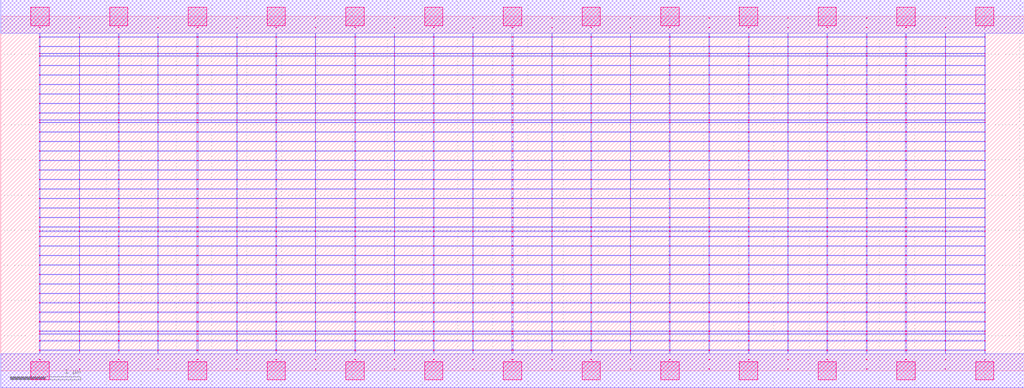
<source format=lef>
MACRO OOOAAOAOI222211_DEBUG
 CLASS CORE ;
 FOREIGN OOOAAOAOI222211_DEBUG 0 0 ;
 SIZE 14.56 BY 5.04 ;
 ORIGIN 0 0 ;
 SYMMETRY X Y R90 ;
 SITE unit ;

 OBS
    LAYER polycont ;
     RECT 7.27100000 2.58300000 7.28900000 2.59100000 ;
     RECT 7.27100000 2.71800000 7.28900000 2.72600000 ;
     RECT 7.27100000 2.85300000 7.28900000 2.86100000 ;
     RECT 7.27100000 2.98800000 7.28900000 2.99600000 ;
     RECT 9.51100000 2.58300000 9.52400000 2.59100000 ;
     RECT 10.07600000 2.58300000 10.08400000 2.59100000 ;
     RECT 10.63100000 2.58300000 10.64900000 2.59100000 ;
     RECT 11.19600000 2.58300000 11.20400000 2.59100000 ;
     RECT 11.75100000 2.58300000 11.76900000 2.59100000 ;
     RECT 12.31600000 2.58300000 12.32400000 2.59100000 ;
     RECT 12.87100000 2.58300000 12.88900000 2.59100000 ;
     RECT 13.43600000 2.58300000 13.44400000 2.59100000 ;
     RECT 13.99600000 2.58300000 14.00900000 2.59100000 ;
     RECT 7.83600000 2.58300000 7.84400000 2.59100000 ;
     RECT 7.83600000 2.71800000 7.84400000 2.72600000 ;
     RECT 8.39600000 2.71800000 8.40900000 2.72600000 ;
     RECT 8.95600000 2.71800000 8.96400000 2.72600000 ;
     RECT 9.51100000 2.71800000 9.52400000 2.72600000 ;
     RECT 10.07600000 2.71800000 10.08400000 2.72600000 ;
     RECT 10.63100000 2.71800000 10.64900000 2.72600000 ;
     RECT 11.19600000 2.71800000 11.20400000 2.72600000 ;
     RECT 11.75100000 2.71800000 11.76900000 2.72600000 ;
     RECT 12.31600000 2.71800000 12.32400000 2.72600000 ;
     RECT 12.87100000 2.71800000 12.88900000 2.72600000 ;
     RECT 13.43600000 2.71800000 13.44400000 2.72600000 ;
     RECT 13.99600000 2.71800000 14.00900000 2.72600000 ;
     RECT 8.39600000 2.58300000 8.40900000 2.59100000 ;
     RECT 7.83600000 2.85300000 7.84400000 2.86100000 ;
     RECT 8.39600000 2.85300000 8.40900000 2.86100000 ;
     RECT 8.95600000 2.85300000 8.96400000 2.86100000 ;
     RECT 9.51100000 2.85300000 9.52400000 2.86100000 ;
     RECT 10.07600000 2.85300000 10.08400000 2.86100000 ;
     RECT 10.63100000 2.85300000 10.64900000 2.86100000 ;
     RECT 11.19600000 2.85300000 11.20400000 2.86100000 ;
     RECT 11.75100000 2.85300000 11.76900000 2.86100000 ;
     RECT 12.31600000 2.85300000 12.32400000 2.86100000 ;
     RECT 12.87100000 2.85300000 12.88900000 2.86100000 ;
     RECT 13.43600000 2.85300000 13.44400000 2.86100000 ;
     RECT 13.99600000 2.85300000 14.00900000 2.86100000 ;
     RECT 8.95600000 2.58300000 8.96400000 2.59100000 ;
     RECT 7.83600000 2.98800000 7.84400000 2.99600000 ;
     RECT 8.39600000 2.98800000 8.40900000 2.99600000 ;
     RECT 8.95600000 2.98800000 8.96400000 2.99600000 ;
     RECT 9.51100000 2.98800000 9.52400000 2.99600000 ;
     RECT 10.07600000 2.98800000 10.08400000 2.99600000 ;
     RECT 10.63100000 2.98800000 10.64900000 2.99600000 ;
     RECT 11.19600000 2.98800000 11.20400000 2.99600000 ;
     RECT 11.75100000 2.98800000 11.76900000 2.99600000 ;
     RECT 12.31600000 2.98800000 12.32400000 2.99600000 ;
     RECT 12.87100000 2.98800000 12.88900000 2.99600000 ;
     RECT 13.43600000 2.98800000 13.44400000 2.99600000 ;
     RECT 13.99600000 2.98800000 14.00900000 2.99600000 ;
     RECT 8.95600000 3.12300000 8.96400000 3.13100000 ;
     RECT 8.95600000 3.25800000 8.96400000 3.26600000 ;
     RECT 8.95600000 3.39300000 8.96400000 3.40100000 ;
     RECT 8.95600000 3.52800000 8.96400000 3.53600000 ;
     RECT 8.95600000 3.56100000 8.96400000 3.56900000 ;
     RECT 8.95600000 3.66300000 8.96400000 3.67100000 ;
     RECT 8.95600000 3.79800000 8.96400000 3.80600000 ;
     RECT 8.95600000 3.93300000 8.96400000 3.94100000 ;
     RECT 8.95600000 4.06800000 8.96400000 4.07600000 ;
     RECT 8.95600000 4.20300000 8.96400000 4.21100000 ;
     RECT 8.95600000 4.33800000 8.96400000 4.34600000 ;
     RECT 8.95600000 4.47300000 8.96400000 4.48100000 ;
     RECT 8.95600000 4.51100000 8.96400000 4.51900000 ;
     RECT 8.95600000 4.60800000 8.96400000 4.61600000 ;
     RECT 8.95600000 4.74300000 8.96400000 4.75100000 ;
     RECT 8.95600000 4.87800000 8.96400000 4.88600000 ;
     RECT 4.47600000 2.71800000 4.48400000 2.72600000 ;
     RECT 5.03600000 2.71800000 5.04900000 2.72600000 ;
     RECT 5.59600000 2.71800000 5.60400000 2.72600000 ;
     RECT 6.15100000 2.71800000 6.16400000 2.72600000 ;
     RECT 6.71600000 2.71800000 6.72400000 2.72600000 ;
     RECT 1.11600000 2.58300000 1.12400000 2.59100000 ;
     RECT 1.67100000 2.58300000 1.68900000 2.59100000 ;
     RECT 0.55100000 2.98800000 0.56400000 2.99600000 ;
     RECT 1.11600000 2.98800000 1.12400000 2.99600000 ;
     RECT 1.67100000 2.98800000 1.68900000 2.99600000 ;
     RECT 2.23600000 2.98800000 2.24400000 2.99600000 ;
     RECT 2.79100000 2.98800000 2.80900000 2.99600000 ;
     RECT 3.35600000 2.98800000 3.36400000 2.99600000 ;
     RECT 3.91100000 2.98800000 3.92900000 2.99600000 ;
     RECT 4.47600000 2.98800000 4.48400000 2.99600000 ;
     RECT 5.03600000 2.98800000 5.04900000 2.99600000 ;
     RECT 5.59600000 2.98800000 5.60400000 2.99600000 ;
     RECT 6.15100000 2.98800000 6.16400000 2.99600000 ;
     RECT 6.71600000 2.98800000 6.72400000 2.99600000 ;
     RECT 2.23600000 2.58300000 2.24400000 2.59100000 ;
     RECT 2.79100000 2.58300000 2.80900000 2.59100000 ;
     RECT 3.35600000 2.58300000 3.36400000 2.59100000 ;
     RECT 3.91100000 2.58300000 3.92900000 2.59100000 ;
     RECT 4.47600000 2.58300000 4.48400000 2.59100000 ;
     RECT 5.03600000 2.58300000 5.04900000 2.59100000 ;
     RECT 5.59600000 2.58300000 5.60400000 2.59100000 ;
     RECT 6.15100000 2.58300000 6.16400000 2.59100000 ;
     RECT 6.71600000 2.58300000 6.72400000 2.59100000 ;
     RECT 0.55100000 2.58300000 0.56400000 2.59100000 ;
     RECT 0.55100000 2.71800000 0.56400000 2.72600000 ;
     RECT 0.55100000 2.85300000 0.56400000 2.86100000 ;
     RECT 1.11600000 2.85300000 1.12400000 2.86100000 ;
     RECT 5.59600000 3.12300000 5.60400000 3.13100000 ;
     RECT 1.67100000 2.85300000 1.68900000 2.86100000 ;
     RECT 5.59600000 3.25800000 5.60400000 3.26600000 ;
     RECT 2.23600000 2.85300000 2.24400000 2.86100000 ;
     RECT 5.59600000 3.39300000 5.60400000 3.40100000 ;
     RECT 2.79100000 2.85300000 2.80900000 2.86100000 ;
     RECT 5.59600000 3.52800000 5.60400000 3.53600000 ;
     RECT 3.35600000 2.85300000 3.36400000 2.86100000 ;
     RECT 5.59600000 3.56100000 5.60400000 3.56900000 ;
     RECT 3.91100000 2.85300000 3.92900000 2.86100000 ;
     RECT 5.59600000 3.66300000 5.60400000 3.67100000 ;
     RECT 4.47600000 2.85300000 4.48400000 2.86100000 ;
     RECT 5.59600000 3.79800000 5.60400000 3.80600000 ;
     RECT 5.03600000 2.85300000 5.04900000 2.86100000 ;
     RECT 5.59600000 3.93300000 5.60400000 3.94100000 ;
     RECT 5.59600000 2.85300000 5.60400000 2.86100000 ;
     RECT 5.59600000 4.06800000 5.60400000 4.07600000 ;
     RECT 6.15100000 2.85300000 6.16400000 2.86100000 ;
     RECT 5.59600000 4.20300000 5.60400000 4.21100000 ;
     RECT 6.71600000 2.85300000 6.72400000 2.86100000 ;
     RECT 5.59600000 4.33800000 5.60400000 4.34600000 ;
     RECT 1.11600000 2.71800000 1.12400000 2.72600000 ;
     RECT 5.59600000 4.47300000 5.60400000 4.48100000 ;
     RECT 1.67100000 2.71800000 1.68900000 2.72600000 ;
     RECT 5.59600000 4.51100000 5.60400000 4.51900000 ;
     RECT 2.23600000 2.71800000 2.24400000 2.72600000 ;
     RECT 5.59600000 4.60800000 5.60400000 4.61600000 ;
     RECT 2.79100000 2.71800000 2.80900000 2.72600000 ;
     RECT 5.59600000 4.74300000 5.60400000 4.75100000 ;
     RECT 3.35600000 2.71800000 3.36400000 2.72600000 ;
     RECT 5.59600000 4.87800000 5.60400000 4.88600000 ;
     RECT 3.91100000 2.71800000 3.92900000 2.72600000 ;
     RECT 2.23600000 1.63800000 2.24400000 1.64600000 ;
     RECT 2.23600000 1.77300000 2.24400000 1.78100000 ;
     RECT 2.23600000 1.90800000 2.24400000 1.91600000 ;
     RECT 2.23600000 1.98100000 2.24400000 1.98900000 ;
     RECT 2.23600000 2.04300000 2.24400000 2.05100000 ;
     RECT 2.23600000 2.17800000 2.24400000 2.18600000 ;
     RECT 2.23600000 2.31300000 2.24400000 2.32100000 ;
     RECT 2.23600000 2.44800000 2.24400000 2.45600000 ;
     RECT 2.23600000 0.15300000 2.24400000 0.16100000 ;
     RECT 2.23600000 0.28800000 2.24400000 0.29600000 ;
     RECT 2.23600000 0.42300000 2.24400000 0.43100000 ;
     RECT 2.23600000 0.52100000 2.24400000 0.52900000 ;
     RECT 2.23600000 0.55800000 2.24400000 0.56600000 ;
     RECT 2.23600000 0.69300000 2.24400000 0.70100000 ;
     RECT 2.23600000 0.82800000 2.24400000 0.83600000 ;
     RECT 2.23600000 0.96300000 2.24400000 0.97100000 ;
     RECT 2.23600000 1.09800000 2.24400000 1.10600000 ;
     RECT 2.23600000 1.23300000 2.24400000 1.24100000 ;
     RECT 2.23600000 1.36800000 2.24400000 1.37600000 ;
     RECT 2.23600000 1.50300000 2.24400000 1.51100000 ;
     RECT 13.99600000 1.36800000 14.00900000 1.37600000 ;
     RECT 13.99600000 0.52100000 14.00900000 0.52900000 ;
     RECT 13.43600000 1.50300000 13.44400000 1.51100000 ;
     RECT 13.99600000 1.50300000 14.00900000 1.51100000 ;
     RECT 13.43600000 0.28800000 13.44400000 0.29600000 ;
     RECT 13.43600000 1.63800000 13.44400000 1.64600000 ;
     RECT 13.99600000 1.63800000 14.00900000 1.64600000 ;
     RECT 13.43600000 0.55800000 13.44400000 0.56600000 ;
     RECT 13.43600000 1.77300000 13.44400000 1.78100000 ;
     RECT 13.99600000 1.77300000 14.00900000 1.78100000 ;
     RECT 13.99600000 0.55800000 14.00900000 0.56600000 ;
     RECT 13.43600000 1.90800000 13.44400000 1.91600000 ;
     RECT 13.99600000 1.90800000 14.00900000 1.91600000 ;
     RECT 13.99600000 0.28800000 14.00900000 0.29600000 ;
     RECT 13.43600000 1.98100000 13.44400000 1.98900000 ;
     RECT 13.99600000 1.98100000 14.00900000 1.98900000 ;
     RECT 13.43600000 0.69300000 13.44400000 0.70100000 ;
     RECT 13.43600000 2.04300000 13.44400000 2.05100000 ;
     RECT 13.99600000 2.04300000 14.00900000 2.05100000 ;
     RECT 13.99600000 0.69300000 14.00900000 0.70100000 ;
     RECT 13.43600000 2.17800000 13.44400000 2.18600000 ;
     RECT 13.99600000 2.17800000 14.00900000 2.18600000 ;
     RECT 13.99600000 0.15300000 14.00900000 0.16100000 ;
     RECT 13.43600000 2.31300000 13.44400000 2.32100000 ;
     RECT 13.99600000 2.31300000 14.00900000 2.32100000 ;
     RECT 13.43600000 0.82800000 13.44400000 0.83600000 ;
     RECT 13.43600000 2.44800000 13.44400000 2.45600000 ;
     RECT 13.99600000 2.44800000 14.00900000 2.45600000 ;
     RECT 13.99600000 0.82800000 14.00900000 0.83600000 ;
     RECT 13.43600000 0.42300000 13.44400000 0.43100000 ;
     RECT 13.43600000 0.96300000 13.44400000 0.97100000 ;
     RECT 13.99600000 0.96300000 14.00900000 0.97100000 ;
     RECT 13.99600000 0.42300000 14.00900000 0.43100000 ;
     RECT 13.43600000 1.09800000 13.44400000 1.10600000 ;
     RECT 13.99600000 1.09800000 14.00900000 1.10600000 ;
     RECT 13.43600000 0.15300000 13.44400000 0.16100000 ;
     RECT 13.43600000 1.23300000 13.44400000 1.24100000 ;
     RECT 13.99600000 1.23300000 14.00900000 1.24100000 ;
     RECT 13.43600000 0.52100000 13.44400000 0.52900000 ;
     RECT 13.43600000 1.36800000 13.44400000 1.37600000 ;

    LAYER pdiffc ;
     RECT 0.55100000 3.39300000 0.55900000 3.40100000 ;
     RECT 5.04100000 3.39300000 5.04900000 3.40100000 ;
     RECT 6.15100000 3.39300000 6.15900000 3.40100000 ;
     RECT 8.40100000 3.39300000 8.40900000 3.40100000 ;
     RECT 9.51100000 3.39300000 9.51900000 3.40100000 ;
     RECT 14.00100000 3.39300000 14.00900000 3.40100000 ;
     RECT 0.55100000 3.52800000 0.55900000 3.53600000 ;
     RECT 5.04100000 3.52800000 5.04900000 3.53600000 ;
     RECT 6.15100000 3.52800000 6.15900000 3.53600000 ;
     RECT 8.40100000 3.52800000 8.40900000 3.53600000 ;
     RECT 9.51100000 3.52800000 9.51900000 3.53600000 ;
     RECT 14.00100000 3.52800000 14.00900000 3.53600000 ;
     RECT 0.55100000 3.56100000 0.55900000 3.56900000 ;
     RECT 5.04100000 3.56100000 5.04900000 3.56900000 ;
     RECT 6.15100000 3.56100000 6.15900000 3.56900000 ;
     RECT 8.40100000 3.56100000 8.40900000 3.56900000 ;
     RECT 9.51100000 3.56100000 9.51900000 3.56900000 ;
     RECT 14.00100000 3.56100000 14.00900000 3.56900000 ;
     RECT 0.55100000 3.66300000 0.55900000 3.67100000 ;
     RECT 5.04100000 3.66300000 5.04900000 3.67100000 ;
     RECT 6.15100000 3.66300000 6.15900000 3.67100000 ;
     RECT 8.40100000 3.66300000 8.40900000 3.67100000 ;
     RECT 9.51100000 3.66300000 9.51900000 3.67100000 ;
     RECT 14.00100000 3.66300000 14.00900000 3.67100000 ;
     RECT 0.55100000 3.79800000 0.55900000 3.80600000 ;
     RECT 5.04100000 3.79800000 5.04900000 3.80600000 ;
     RECT 6.15100000 3.79800000 6.15900000 3.80600000 ;
     RECT 8.40100000 3.79800000 8.40900000 3.80600000 ;
     RECT 9.51100000 3.79800000 9.51900000 3.80600000 ;
     RECT 14.00100000 3.79800000 14.00900000 3.80600000 ;
     RECT 0.55100000 3.93300000 0.55900000 3.94100000 ;
     RECT 5.04100000 3.93300000 5.04900000 3.94100000 ;
     RECT 6.15100000 3.93300000 6.15900000 3.94100000 ;
     RECT 8.40100000 3.93300000 8.40900000 3.94100000 ;
     RECT 9.51100000 3.93300000 9.51900000 3.94100000 ;
     RECT 14.00100000 3.93300000 14.00900000 3.94100000 ;
     RECT 0.55100000 4.06800000 0.55900000 4.07600000 ;
     RECT 5.04100000 4.06800000 5.04900000 4.07600000 ;
     RECT 6.15100000 4.06800000 6.15900000 4.07600000 ;
     RECT 8.40100000 4.06800000 8.40900000 4.07600000 ;
     RECT 9.51100000 4.06800000 9.51900000 4.07600000 ;
     RECT 14.00100000 4.06800000 14.00900000 4.07600000 ;
     RECT 0.55100000 4.20300000 0.55900000 4.21100000 ;
     RECT 5.04100000 4.20300000 5.04900000 4.21100000 ;
     RECT 6.15100000 4.20300000 6.15900000 4.21100000 ;
     RECT 8.40100000 4.20300000 8.40900000 4.21100000 ;
     RECT 9.51100000 4.20300000 9.51900000 4.21100000 ;
     RECT 14.00100000 4.20300000 14.00900000 4.21100000 ;
     RECT 0.55100000 4.33800000 0.55900000 4.34600000 ;
     RECT 5.04100000 4.33800000 5.04900000 4.34600000 ;
     RECT 6.15100000 4.33800000 6.15900000 4.34600000 ;
     RECT 8.40100000 4.33800000 8.40900000 4.34600000 ;
     RECT 9.51100000 4.33800000 9.51900000 4.34600000 ;
     RECT 14.00100000 4.33800000 14.00900000 4.34600000 ;
     RECT 0.55100000 4.47300000 0.55900000 4.48100000 ;
     RECT 5.04100000 4.47300000 5.04900000 4.48100000 ;
     RECT 6.15100000 4.47300000 6.15900000 4.48100000 ;
     RECT 8.40100000 4.47300000 8.40900000 4.48100000 ;
     RECT 9.51100000 4.47300000 9.51900000 4.48100000 ;
     RECT 14.00100000 4.47300000 14.00900000 4.48100000 ;
     RECT 0.55100000 4.51100000 0.55900000 4.51900000 ;
     RECT 5.04100000 4.51100000 5.04900000 4.51900000 ;
     RECT 6.15100000 4.51100000 6.15900000 4.51900000 ;
     RECT 8.40100000 4.51100000 8.40900000 4.51900000 ;
     RECT 9.51100000 4.51100000 9.51900000 4.51900000 ;
     RECT 14.00100000 4.51100000 14.00900000 4.51900000 ;
     RECT 0.55100000 4.60800000 0.55900000 4.61600000 ;
     RECT 5.04100000 4.60800000 5.04900000 4.61600000 ;
     RECT 6.15100000 4.60800000 6.15900000 4.61600000 ;
     RECT 8.40100000 4.60800000 8.40900000 4.61600000 ;
     RECT 9.51100000 4.60800000 9.51900000 4.61600000 ;
     RECT 14.00100000 4.60800000 14.00900000 4.61600000 ;

    LAYER ndiffc ;
     RECT 7.27100000 0.42300000 7.28900000 0.43100000 ;
     RECT 8.39600000 0.42300000 8.40900000 0.43100000 ;
     RECT 9.51100000 0.42300000 9.52400000 0.43100000 ;
     RECT 10.63100000 0.42300000 10.64900000 0.43100000 ;
     RECT 11.75100000 0.42300000 11.76900000 0.43100000 ;
     RECT 12.87100000 0.42300000 12.88900000 0.43100000 ;
     RECT 7.27100000 0.52100000 7.28900000 0.52900000 ;
     RECT 8.39600000 0.52100000 8.40900000 0.52900000 ;
     RECT 9.51100000 0.52100000 9.52400000 0.52900000 ;
     RECT 10.63100000 0.52100000 10.64900000 0.52900000 ;
     RECT 11.75100000 0.52100000 11.76900000 0.52900000 ;
     RECT 12.87100000 0.52100000 12.88900000 0.52900000 ;
     RECT 7.27100000 0.55800000 7.28900000 0.56600000 ;
     RECT 8.39600000 0.55800000 8.40900000 0.56600000 ;
     RECT 9.51100000 0.55800000 9.52400000 0.56600000 ;
     RECT 10.63100000 0.55800000 10.64900000 0.56600000 ;
     RECT 11.75100000 0.55800000 11.76900000 0.56600000 ;
     RECT 12.87100000 0.55800000 12.88900000 0.56600000 ;
     RECT 7.27100000 0.69300000 7.28900000 0.70100000 ;
     RECT 8.39600000 0.69300000 8.40900000 0.70100000 ;
     RECT 9.51100000 0.69300000 9.52400000 0.70100000 ;
     RECT 10.63100000 0.69300000 10.64900000 0.70100000 ;
     RECT 11.75100000 0.69300000 11.76900000 0.70100000 ;
     RECT 12.87100000 0.69300000 12.88900000 0.70100000 ;
     RECT 7.27100000 0.82800000 7.28900000 0.83600000 ;
     RECT 8.39600000 0.82800000 8.40900000 0.83600000 ;
     RECT 9.51100000 0.82800000 9.52400000 0.83600000 ;
     RECT 10.63100000 0.82800000 10.64900000 0.83600000 ;
     RECT 11.75100000 0.82800000 11.76900000 0.83600000 ;
     RECT 12.87100000 0.82800000 12.88900000 0.83600000 ;
     RECT 7.27100000 0.96300000 7.28900000 0.97100000 ;
     RECT 8.39600000 0.96300000 8.40900000 0.97100000 ;
     RECT 9.51100000 0.96300000 9.52400000 0.97100000 ;
     RECT 10.63100000 0.96300000 10.64900000 0.97100000 ;
     RECT 11.75100000 0.96300000 11.76900000 0.97100000 ;
     RECT 12.87100000 0.96300000 12.88900000 0.97100000 ;
     RECT 7.27100000 1.09800000 7.28900000 1.10600000 ;
     RECT 8.39600000 1.09800000 8.40900000 1.10600000 ;
     RECT 9.51100000 1.09800000 9.52400000 1.10600000 ;
     RECT 10.63100000 1.09800000 10.64900000 1.10600000 ;
     RECT 11.75100000 1.09800000 11.76900000 1.10600000 ;
     RECT 12.87100000 1.09800000 12.88900000 1.10600000 ;
     RECT 7.27100000 1.23300000 7.28900000 1.24100000 ;
     RECT 8.39600000 1.23300000 8.40900000 1.24100000 ;
     RECT 9.51100000 1.23300000 9.52400000 1.24100000 ;
     RECT 10.63100000 1.23300000 10.64900000 1.24100000 ;
     RECT 11.75100000 1.23300000 11.76900000 1.24100000 ;
     RECT 12.87100000 1.23300000 12.88900000 1.24100000 ;
     RECT 7.27100000 1.36800000 7.28900000 1.37600000 ;
     RECT 8.39600000 1.36800000 8.40900000 1.37600000 ;
     RECT 9.51100000 1.36800000 9.52400000 1.37600000 ;
     RECT 10.63100000 1.36800000 10.64900000 1.37600000 ;
     RECT 11.75100000 1.36800000 11.76900000 1.37600000 ;
     RECT 12.87100000 1.36800000 12.88900000 1.37600000 ;
     RECT 7.27100000 1.50300000 7.28900000 1.51100000 ;
     RECT 8.39600000 1.50300000 8.40900000 1.51100000 ;
     RECT 9.51100000 1.50300000 9.52400000 1.51100000 ;
     RECT 10.63100000 1.50300000 10.64900000 1.51100000 ;
     RECT 11.75100000 1.50300000 11.76900000 1.51100000 ;
     RECT 12.87100000 1.50300000 12.88900000 1.51100000 ;
     RECT 7.27100000 1.63800000 7.28900000 1.64600000 ;
     RECT 8.39600000 1.63800000 8.40900000 1.64600000 ;
     RECT 9.51100000 1.63800000 9.52400000 1.64600000 ;
     RECT 10.63100000 1.63800000 10.64900000 1.64600000 ;
     RECT 11.75100000 1.63800000 11.76900000 1.64600000 ;
     RECT 12.87100000 1.63800000 12.88900000 1.64600000 ;
     RECT 7.27100000 1.77300000 7.28900000 1.78100000 ;
     RECT 8.39600000 1.77300000 8.40900000 1.78100000 ;
     RECT 9.51100000 1.77300000 9.52400000 1.78100000 ;
     RECT 10.63100000 1.77300000 10.64900000 1.78100000 ;
     RECT 11.75100000 1.77300000 11.76900000 1.78100000 ;
     RECT 12.87100000 1.77300000 12.88900000 1.78100000 ;
     RECT 7.27100000 1.90800000 7.28900000 1.91600000 ;
     RECT 8.39600000 1.90800000 8.40900000 1.91600000 ;
     RECT 9.51100000 1.90800000 9.52400000 1.91600000 ;
     RECT 10.63100000 1.90800000 10.64900000 1.91600000 ;
     RECT 11.75100000 1.90800000 11.76900000 1.91600000 ;
     RECT 12.87100000 1.90800000 12.88900000 1.91600000 ;
     RECT 7.27100000 1.98100000 7.28900000 1.98900000 ;
     RECT 8.39600000 1.98100000 8.40900000 1.98900000 ;
     RECT 9.51100000 1.98100000 9.52400000 1.98900000 ;
     RECT 10.63100000 1.98100000 10.64900000 1.98900000 ;
     RECT 11.75100000 1.98100000 11.76900000 1.98900000 ;
     RECT 12.87100000 1.98100000 12.88900000 1.98900000 ;
     RECT 7.27100000 2.04300000 7.28900000 2.05100000 ;
     RECT 8.39600000 2.04300000 8.40900000 2.05100000 ;
     RECT 9.51100000 2.04300000 9.52400000 2.05100000 ;
     RECT 10.63100000 2.04300000 10.64900000 2.05100000 ;
     RECT 11.75100000 2.04300000 11.76900000 2.05100000 ;
     RECT 12.87100000 2.04300000 12.88900000 2.05100000 ;
     RECT 0.55100000 0.42300000 0.56400000 0.43100000 ;
     RECT 1.67100000 0.42300000 1.68900000 0.43100000 ;
     RECT 2.79100000 0.42300000 2.80900000 0.43100000 ;
     RECT 3.91100000 0.42300000 3.92900000 0.43100000 ;
     RECT 5.03600000 0.42300000 5.04900000 0.43100000 ;
     RECT 6.15100000 0.42300000 6.16400000 0.43100000 ;
     RECT 0.55100000 1.36800000 0.56400000 1.37600000 ;
     RECT 1.67100000 1.36800000 1.68900000 1.37600000 ;
     RECT 2.79100000 1.36800000 2.80900000 1.37600000 ;
     RECT 3.91100000 1.36800000 3.92900000 1.37600000 ;
     RECT 5.03600000 1.36800000 5.04900000 1.37600000 ;
     RECT 6.15100000 1.36800000 6.16400000 1.37600000 ;
     RECT 0.55100000 0.82800000 0.56400000 0.83600000 ;
     RECT 1.67100000 0.82800000 1.68900000 0.83600000 ;
     RECT 2.79100000 0.82800000 2.80900000 0.83600000 ;
     RECT 3.91100000 0.82800000 3.92900000 0.83600000 ;
     RECT 5.03600000 0.82800000 5.04900000 0.83600000 ;
     RECT 6.15100000 0.82800000 6.16400000 0.83600000 ;
     RECT 0.55100000 1.50300000 0.56400000 1.51100000 ;
     RECT 1.67100000 1.50300000 1.68900000 1.51100000 ;
     RECT 2.79100000 1.50300000 2.80900000 1.51100000 ;
     RECT 3.91100000 1.50300000 3.92900000 1.51100000 ;
     RECT 5.03600000 1.50300000 5.04900000 1.51100000 ;
     RECT 6.15100000 1.50300000 6.16400000 1.51100000 ;
     RECT 0.55100000 0.55800000 0.56400000 0.56600000 ;
     RECT 1.67100000 0.55800000 1.68900000 0.56600000 ;
     RECT 2.79100000 0.55800000 2.80900000 0.56600000 ;
     RECT 3.91100000 0.55800000 3.92900000 0.56600000 ;
     RECT 5.03600000 0.55800000 5.04900000 0.56600000 ;
     RECT 6.15100000 0.55800000 6.16400000 0.56600000 ;
     RECT 0.55100000 1.63800000 0.56400000 1.64600000 ;
     RECT 1.67100000 1.63800000 1.68900000 1.64600000 ;
     RECT 2.79100000 1.63800000 2.80900000 1.64600000 ;
     RECT 3.91100000 1.63800000 3.92900000 1.64600000 ;
     RECT 5.03600000 1.63800000 5.04900000 1.64600000 ;
     RECT 6.15100000 1.63800000 6.16400000 1.64600000 ;
     RECT 0.55100000 0.96300000 0.56400000 0.97100000 ;
     RECT 1.67100000 0.96300000 1.68900000 0.97100000 ;
     RECT 2.79100000 0.96300000 2.80900000 0.97100000 ;
     RECT 3.91100000 0.96300000 3.92900000 0.97100000 ;
     RECT 5.03600000 0.96300000 5.04900000 0.97100000 ;
     RECT 6.15100000 0.96300000 6.16400000 0.97100000 ;
     RECT 0.55100000 1.77300000 0.56400000 1.78100000 ;
     RECT 1.67100000 1.77300000 1.68900000 1.78100000 ;
     RECT 2.79100000 1.77300000 2.80900000 1.78100000 ;
     RECT 3.91100000 1.77300000 3.92900000 1.78100000 ;
     RECT 5.03600000 1.77300000 5.04900000 1.78100000 ;
     RECT 6.15100000 1.77300000 6.16400000 1.78100000 ;
     RECT 0.55100000 0.52100000 0.56400000 0.52900000 ;
     RECT 1.67100000 0.52100000 1.68900000 0.52900000 ;
     RECT 2.79100000 0.52100000 2.80900000 0.52900000 ;
     RECT 3.91100000 0.52100000 3.92900000 0.52900000 ;
     RECT 5.03600000 0.52100000 5.04900000 0.52900000 ;
     RECT 6.15100000 0.52100000 6.16400000 0.52900000 ;
     RECT 0.55100000 1.90800000 0.56400000 1.91600000 ;
     RECT 1.67100000 1.90800000 1.68900000 1.91600000 ;
     RECT 2.79100000 1.90800000 2.80900000 1.91600000 ;
     RECT 3.91100000 1.90800000 3.92900000 1.91600000 ;
     RECT 5.03600000 1.90800000 5.04900000 1.91600000 ;
     RECT 6.15100000 1.90800000 6.16400000 1.91600000 ;
     RECT 0.55100000 1.09800000 0.56400000 1.10600000 ;
     RECT 1.67100000 1.09800000 1.68900000 1.10600000 ;
     RECT 2.79100000 1.09800000 2.80900000 1.10600000 ;
     RECT 3.91100000 1.09800000 3.92900000 1.10600000 ;
     RECT 5.03600000 1.09800000 5.04900000 1.10600000 ;
     RECT 6.15100000 1.09800000 6.16400000 1.10600000 ;
     RECT 0.55100000 1.98100000 0.56400000 1.98900000 ;
     RECT 1.67100000 1.98100000 1.68900000 1.98900000 ;
     RECT 2.79100000 1.98100000 2.80900000 1.98900000 ;
     RECT 3.91100000 1.98100000 3.92900000 1.98900000 ;
     RECT 5.03600000 1.98100000 5.04900000 1.98900000 ;
     RECT 6.15100000 1.98100000 6.16400000 1.98900000 ;
     RECT 0.55100000 0.69300000 0.56400000 0.70100000 ;
     RECT 1.67100000 0.69300000 1.68900000 0.70100000 ;
     RECT 2.79100000 0.69300000 2.80900000 0.70100000 ;
     RECT 3.91100000 0.69300000 3.92900000 0.70100000 ;
     RECT 5.03600000 0.69300000 5.04900000 0.70100000 ;
     RECT 6.15100000 0.69300000 6.16400000 0.70100000 ;
     RECT 0.55100000 2.04300000 0.56400000 2.05100000 ;
     RECT 1.67100000 2.04300000 1.68900000 2.05100000 ;
     RECT 2.79100000 2.04300000 2.80900000 2.05100000 ;
     RECT 3.91100000 2.04300000 3.92900000 2.05100000 ;
     RECT 5.03600000 2.04300000 5.04900000 2.05100000 ;
     RECT 6.15100000 2.04300000 6.16400000 2.05100000 ;
     RECT 0.55100000 1.23300000 0.56400000 1.24100000 ;
     RECT 1.67100000 1.23300000 1.68900000 1.24100000 ;
     RECT 2.79100000 1.23300000 2.80900000 1.24100000 ;
     RECT 3.91100000 1.23300000 3.92900000 1.24100000 ;
     RECT 5.03600000 1.23300000 5.04900000 1.24100000 ;
     RECT 6.15100000 1.23300000 6.16400000 1.24100000 ;

    LAYER met1 ;
     RECT 0.00000000 -0.24000000 14.56000000 0.24000000 ;
     RECT 7.27100000 0.24000000 7.28900000 0.28800000 ;
     RECT 0.55100000 0.28800000 14.00900000 0.29600000 ;
     RECT 7.27100000 0.29600000 7.28900000 0.42300000 ;
     RECT 0.55100000 0.42300000 14.00900000 0.43100000 ;
     RECT 7.27100000 0.43100000 7.28900000 0.52100000 ;
     RECT 0.55100000 0.52100000 14.00900000 0.52900000 ;
     RECT 7.27100000 0.52900000 7.28900000 0.55800000 ;
     RECT 0.55100000 0.55800000 14.00900000 0.56600000 ;
     RECT 7.27100000 0.56600000 7.28900000 0.69300000 ;
     RECT 0.55100000 0.69300000 14.00900000 0.70100000 ;
     RECT 7.27100000 0.70100000 7.28900000 0.82800000 ;
     RECT 0.55100000 0.82800000 14.00900000 0.83600000 ;
     RECT 7.27100000 0.83600000 7.28900000 0.96300000 ;
     RECT 0.55100000 0.96300000 14.00900000 0.97100000 ;
     RECT 7.27100000 0.97100000 7.28900000 1.09800000 ;
     RECT 0.55100000 1.09800000 14.00900000 1.10600000 ;
     RECT 7.27100000 1.10600000 7.28900000 1.23300000 ;
     RECT 0.55100000 1.23300000 14.00900000 1.24100000 ;
     RECT 7.27100000 1.24100000 7.28900000 1.36800000 ;
     RECT 0.55100000 1.36800000 14.00900000 1.37600000 ;
     RECT 7.27100000 1.37600000 7.28900000 1.50300000 ;
     RECT 0.55100000 1.50300000 14.00900000 1.51100000 ;
     RECT 7.27100000 1.51100000 7.28900000 1.63800000 ;
     RECT 0.55100000 1.63800000 14.00900000 1.64600000 ;
     RECT 7.27100000 1.64600000 7.28900000 1.77300000 ;
     RECT 0.55100000 1.77300000 14.00900000 1.78100000 ;
     RECT 7.27100000 1.78100000 7.28900000 1.90800000 ;
     RECT 0.55100000 1.90800000 14.00900000 1.91600000 ;
     RECT 7.27100000 1.91600000 7.28900000 1.98100000 ;
     RECT 0.55100000 1.98100000 14.00900000 1.98900000 ;
     RECT 7.27100000 1.98900000 7.28900000 2.04300000 ;
     RECT 0.55100000 2.04300000 14.00900000 2.05100000 ;
     RECT 7.27100000 2.05100000 7.28900000 2.17800000 ;
     RECT 0.55100000 2.17800000 14.00900000 2.18600000 ;
     RECT 7.27100000 2.18600000 7.28900000 2.31300000 ;
     RECT 0.55100000 2.31300000 14.00900000 2.32100000 ;
     RECT 7.27100000 2.32100000 7.28900000 2.44800000 ;
     RECT 0.55100000 2.44800000 14.00900000 2.45600000 ;
     RECT 0.55100000 2.45600000 0.56400000 2.58300000 ;
     RECT 1.11600000 2.45600000 1.12400000 2.58300000 ;
     RECT 1.67100000 2.45600000 1.68900000 2.58300000 ;
     RECT 2.23600000 2.45600000 2.24400000 2.58300000 ;
     RECT 2.79100000 2.45600000 2.80900000 2.58300000 ;
     RECT 3.35600000 2.45600000 3.36400000 2.58300000 ;
     RECT 3.91100000 2.45600000 3.92900000 2.58300000 ;
     RECT 4.47600000 2.45600000 4.48400000 2.58300000 ;
     RECT 5.03600000 2.45600000 5.04900000 2.58300000 ;
     RECT 5.59600000 2.45600000 5.60400000 2.58300000 ;
     RECT 6.15100000 2.45600000 6.16400000 2.58300000 ;
     RECT 6.71600000 2.45600000 6.72400000 2.58300000 ;
     RECT 7.27100000 2.45600000 7.28900000 2.58300000 ;
     RECT 7.83600000 2.45600000 7.84400000 2.58300000 ;
     RECT 8.39600000 2.45600000 8.40900000 2.58300000 ;
     RECT 8.95600000 2.45600000 8.96400000 2.58300000 ;
     RECT 9.51100000 2.45600000 9.52400000 2.58300000 ;
     RECT 10.07600000 2.45600000 10.08400000 2.58300000 ;
     RECT 10.63100000 2.45600000 10.64900000 2.58300000 ;
     RECT 11.19600000 2.45600000 11.20400000 2.58300000 ;
     RECT 11.75100000 2.45600000 11.76900000 2.58300000 ;
     RECT 12.31600000 2.45600000 12.32400000 2.58300000 ;
     RECT 12.87100000 2.45600000 12.88900000 2.58300000 ;
     RECT 13.43600000 2.45600000 13.44400000 2.58300000 ;
     RECT 13.99600000 2.45600000 14.00900000 2.58300000 ;
     RECT 0.55100000 2.58300000 14.00900000 2.59100000 ;
     RECT 7.27100000 2.59100000 7.28900000 2.71800000 ;
     RECT 0.55100000 2.71800000 14.00900000 2.72600000 ;
     RECT 7.27100000 2.72600000 7.28900000 2.85300000 ;
     RECT 0.55100000 2.85300000 14.00900000 2.86100000 ;
     RECT 7.27100000 2.86100000 7.28900000 2.98800000 ;
     RECT 0.55100000 2.98800000 14.00900000 2.99600000 ;
     RECT 7.27100000 2.99600000 7.28900000 3.12300000 ;
     RECT 0.55100000 3.12300000 14.00900000 3.13100000 ;
     RECT 7.27100000 3.13100000 7.28900000 3.25800000 ;
     RECT 0.55100000 3.25800000 14.00900000 3.26600000 ;
     RECT 7.27100000 3.26600000 7.28900000 3.39300000 ;
     RECT 0.55100000 3.39300000 14.00900000 3.40100000 ;
     RECT 7.27100000 3.40100000 7.28900000 3.52800000 ;
     RECT 0.55100000 3.52800000 14.00900000 3.53600000 ;
     RECT 7.27100000 3.53600000 7.28900000 3.56100000 ;
     RECT 0.55100000 3.56100000 14.00900000 3.56900000 ;
     RECT 7.27100000 3.56900000 7.28900000 3.66300000 ;
     RECT 0.55100000 3.66300000 14.00900000 3.67100000 ;
     RECT 7.27100000 3.67100000 7.28900000 3.79800000 ;
     RECT 0.55100000 3.79800000 14.00900000 3.80600000 ;
     RECT 7.27100000 3.80600000 7.28900000 3.93300000 ;
     RECT 0.55100000 3.93300000 14.00900000 3.94100000 ;
     RECT 7.27100000 3.94100000 7.28900000 4.06800000 ;
     RECT 0.55100000 4.06800000 14.00900000 4.07600000 ;
     RECT 7.27100000 4.07600000 7.28900000 4.20300000 ;
     RECT 0.55100000 4.20300000 14.00900000 4.21100000 ;
     RECT 7.27100000 4.21100000 7.28900000 4.33800000 ;
     RECT 0.55100000 4.33800000 14.00900000 4.34600000 ;
     RECT 7.27100000 4.34600000 7.28900000 4.47300000 ;
     RECT 0.55100000 4.47300000 14.00900000 4.48100000 ;
     RECT 7.27100000 4.48100000 7.28900000 4.51100000 ;
     RECT 0.55100000 4.51100000 14.00900000 4.51900000 ;
     RECT 7.27100000 4.51900000 7.28900000 4.60800000 ;
     RECT 0.55100000 4.60800000 14.00900000 4.61600000 ;
     RECT 7.27100000 4.61600000 7.28900000 4.74300000 ;
     RECT 0.55100000 4.74300000 14.00900000 4.75100000 ;
     RECT 7.27100000 4.75100000 7.28900000 4.80000000 ;
     RECT 0.00000000 4.80000000 14.56000000 5.28000000 ;
     RECT 7.83600000 3.80600000 7.84400000 3.93300000 ;
     RECT 8.39600000 3.80600000 8.40900000 3.93300000 ;
     RECT 8.95600000 3.80600000 8.96400000 3.93300000 ;
     RECT 9.51100000 3.80600000 9.52400000 3.93300000 ;
     RECT 10.07600000 3.80600000 10.08400000 3.93300000 ;
     RECT 10.63100000 3.80600000 10.64900000 3.93300000 ;
     RECT 11.19600000 3.80600000 11.20400000 3.93300000 ;
     RECT 11.75100000 3.80600000 11.76900000 3.93300000 ;
     RECT 12.31600000 3.80600000 12.32400000 3.93300000 ;
     RECT 12.87100000 3.80600000 12.88900000 3.93300000 ;
     RECT 13.43600000 3.80600000 13.44400000 3.93300000 ;
     RECT 13.99600000 3.80600000 14.00900000 3.93300000 ;
     RECT 11.19600000 3.94100000 11.20400000 4.06800000 ;
     RECT 11.75100000 3.94100000 11.76900000 4.06800000 ;
     RECT 12.31600000 3.94100000 12.32400000 4.06800000 ;
     RECT 12.87100000 3.94100000 12.88900000 4.06800000 ;
     RECT 13.43600000 3.94100000 13.44400000 4.06800000 ;
     RECT 13.99600000 3.94100000 14.00900000 4.06800000 ;
     RECT 11.19600000 4.07600000 11.20400000 4.20300000 ;
     RECT 11.75100000 4.07600000 11.76900000 4.20300000 ;
     RECT 12.31600000 4.07600000 12.32400000 4.20300000 ;
     RECT 12.87100000 4.07600000 12.88900000 4.20300000 ;
     RECT 13.43600000 4.07600000 13.44400000 4.20300000 ;
     RECT 13.99600000 4.07600000 14.00900000 4.20300000 ;
     RECT 11.19600000 4.21100000 11.20400000 4.33800000 ;
     RECT 11.75100000 4.21100000 11.76900000 4.33800000 ;
     RECT 12.31600000 4.21100000 12.32400000 4.33800000 ;
     RECT 12.87100000 4.21100000 12.88900000 4.33800000 ;
     RECT 13.43600000 4.21100000 13.44400000 4.33800000 ;
     RECT 13.99600000 4.21100000 14.00900000 4.33800000 ;
     RECT 11.19600000 4.34600000 11.20400000 4.47300000 ;
     RECT 11.75100000 4.34600000 11.76900000 4.47300000 ;
     RECT 12.31600000 4.34600000 12.32400000 4.47300000 ;
     RECT 12.87100000 4.34600000 12.88900000 4.47300000 ;
     RECT 13.43600000 4.34600000 13.44400000 4.47300000 ;
     RECT 13.99600000 4.34600000 14.00900000 4.47300000 ;
     RECT 11.19600000 4.48100000 11.20400000 4.51100000 ;
     RECT 11.75100000 4.48100000 11.76900000 4.51100000 ;
     RECT 12.31600000 4.48100000 12.32400000 4.51100000 ;
     RECT 12.87100000 4.48100000 12.88900000 4.51100000 ;
     RECT 13.43600000 4.48100000 13.44400000 4.51100000 ;
     RECT 13.99600000 4.48100000 14.00900000 4.51100000 ;
     RECT 11.19600000 4.51900000 11.20400000 4.60800000 ;
     RECT 11.75100000 4.51900000 11.76900000 4.60800000 ;
     RECT 12.31600000 4.51900000 12.32400000 4.60800000 ;
     RECT 12.87100000 4.51900000 12.88900000 4.60800000 ;
     RECT 13.43600000 4.51900000 13.44400000 4.60800000 ;
     RECT 13.99600000 4.51900000 14.00900000 4.60800000 ;
     RECT 11.19600000 4.61600000 11.20400000 4.74300000 ;
     RECT 11.75100000 4.61600000 11.76900000 4.74300000 ;
     RECT 12.31600000 4.61600000 12.32400000 4.74300000 ;
     RECT 12.87100000 4.61600000 12.88900000 4.74300000 ;
     RECT 13.43600000 4.61600000 13.44400000 4.74300000 ;
     RECT 13.99600000 4.61600000 14.00900000 4.74300000 ;
     RECT 11.19600000 4.75100000 11.20400000 4.80000000 ;
     RECT 11.75100000 4.75100000 11.76900000 4.80000000 ;
     RECT 12.31600000 4.75100000 12.32400000 4.80000000 ;
     RECT 12.87100000 4.75100000 12.88900000 4.80000000 ;
     RECT 13.43600000 4.75100000 13.44400000 4.80000000 ;
     RECT 13.99600000 4.75100000 14.00900000 4.80000000 ;
     RECT 7.83600000 4.48100000 7.84400000 4.51100000 ;
     RECT 8.39600000 4.48100000 8.40900000 4.51100000 ;
     RECT 8.95600000 4.48100000 8.96400000 4.51100000 ;
     RECT 9.51100000 4.48100000 9.52400000 4.51100000 ;
     RECT 10.07600000 4.48100000 10.08400000 4.51100000 ;
     RECT 10.63100000 4.48100000 10.64900000 4.51100000 ;
     RECT 7.83600000 4.21100000 7.84400000 4.33800000 ;
     RECT 8.39600000 4.21100000 8.40900000 4.33800000 ;
     RECT 8.95600000 4.21100000 8.96400000 4.33800000 ;
     RECT 9.51100000 4.21100000 9.52400000 4.33800000 ;
     RECT 10.07600000 4.21100000 10.08400000 4.33800000 ;
     RECT 10.63100000 4.21100000 10.64900000 4.33800000 ;
     RECT 7.83600000 4.51900000 7.84400000 4.60800000 ;
     RECT 8.39600000 4.51900000 8.40900000 4.60800000 ;
     RECT 8.95600000 4.51900000 8.96400000 4.60800000 ;
     RECT 9.51100000 4.51900000 9.52400000 4.60800000 ;
     RECT 10.07600000 4.51900000 10.08400000 4.60800000 ;
     RECT 10.63100000 4.51900000 10.64900000 4.60800000 ;
     RECT 7.83600000 4.07600000 7.84400000 4.20300000 ;
     RECT 8.39600000 4.07600000 8.40900000 4.20300000 ;
     RECT 8.95600000 4.07600000 8.96400000 4.20300000 ;
     RECT 9.51100000 4.07600000 9.52400000 4.20300000 ;
     RECT 10.07600000 4.07600000 10.08400000 4.20300000 ;
     RECT 10.63100000 4.07600000 10.64900000 4.20300000 ;
     RECT 7.83600000 4.61600000 7.84400000 4.74300000 ;
     RECT 8.39600000 4.61600000 8.40900000 4.74300000 ;
     RECT 8.95600000 4.61600000 8.96400000 4.74300000 ;
     RECT 9.51100000 4.61600000 9.52400000 4.74300000 ;
     RECT 10.07600000 4.61600000 10.08400000 4.74300000 ;
     RECT 10.63100000 4.61600000 10.64900000 4.74300000 ;
     RECT 7.83600000 4.34600000 7.84400000 4.47300000 ;
     RECT 8.39600000 4.34600000 8.40900000 4.47300000 ;
     RECT 8.95600000 4.34600000 8.96400000 4.47300000 ;
     RECT 9.51100000 4.34600000 9.52400000 4.47300000 ;
     RECT 10.07600000 4.34600000 10.08400000 4.47300000 ;
     RECT 10.63100000 4.34600000 10.64900000 4.47300000 ;
     RECT 7.83600000 4.75100000 7.84400000 4.80000000 ;
     RECT 8.39600000 4.75100000 8.40900000 4.80000000 ;
     RECT 8.95600000 4.75100000 8.96400000 4.80000000 ;
     RECT 9.51100000 4.75100000 9.52400000 4.80000000 ;
     RECT 10.07600000 4.75100000 10.08400000 4.80000000 ;
     RECT 10.63100000 4.75100000 10.64900000 4.80000000 ;
     RECT 7.83600000 3.94100000 7.84400000 4.06800000 ;
     RECT 8.39600000 3.94100000 8.40900000 4.06800000 ;
     RECT 8.95600000 3.94100000 8.96400000 4.06800000 ;
     RECT 9.51100000 3.94100000 9.52400000 4.06800000 ;
     RECT 10.07600000 3.94100000 10.08400000 4.06800000 ;
     RECT 10.63100000 3.94100000 10.64900000 4.06800000 ;
     RECT 7.83600000 2.99600000 7.84400000 3.12300000 ;
     RECT 8.39600000 2.99600000 8.40900000 3.12300000 ;
     RECT 8.95600000 2.99600000 8.96400000 3.12300000 ;
     RECT 9.51100000 2.99600000 9.52400000 3.12300000 ;
     RECT 10.07600000 2.99600000 10.08400000 3.12300000 ;
     RECT 10.63100000 2.99600000 10.64900000 3.12300000 ;
     RECT 7.83600000 2.86100000 7.84400000 2.98800000 ;
     RECT 8.39600000 2.86100000 8.40900000 2.98800000 ;
     RECT 7.83600000 3.13100000 7.84400000 3.25800000 ;
     RECT 8.39600000 3.13100000 8.40900000 3.25800000 ;
     RECT 8.95600000 3.13100000 8.96400000 3.25800000 ;
     RECT 9.51100000 3.13100000 9.52400000 3.25800000 ;
     RECT 10.07600000 3.13100000 10.08400000 3.25800000 ;
     RECT 10.63100000 3.13100000 10.64900000 3.25800000 ;
     RECT 7.83600000 3.26600000 7.84400000 3.39300000 ;
     RECT 8.39600000 3.26600000 8.40900000 3.39300000 ;
     RECT 8.95600000 3.26600000 8.96400000 3.39300000 ;
     RECT 9.51100000 3.26600000 9.52400000 3.39300000 ;
     RECT 10.07600000 3.26600000 10.08400000 3.39300000 ;
     RECT 10.63100000 3.26600000 10.64900000 3.39300000 ;
     RECT 8.95600000 2.86100000 8.96400000 2.98800000 ;
     RECT 9.51100000 2.86100000 9.52400000 2.98800000 ;
     RECT 7.83600000 3.40100000 7.84400000 3.52800000 ;
     RECT 8.39600000 3.40100000 8.40900000 3.52800000 ;
     RECT 8.95600000 3.40100000 8.96400000 3.52800000 ;
     RECT 9.51100000 3.40100000 9.52400000 3.52800000 ;
     RECT 10.07600000 3.40100000 10.08400000 3.52800000 ;
     RECT 10.63100000 3.40100000 10.64900000 3.52800000 ;
     RECT 7.83600000 2.59100000 7.84400000 2.71800000 ;
     RECT 8.39600000 2.59100000 8.40900000 2.71800000 ;
     RECT 7.83600000 3.53600000 7.84400000 3.56100000 ;
     RECT 8.39600000 3.53600000 8.40900000 3.56100000 ;
     RECT 8.95600000 3.53600000 8.96400000 3.56100000 ;
     RECT 9.51100000 3.53600000 9.52400000 3.56100000 ;
     RECT 10.07600000 2.86100000 10.08400000 2.98800000 ;
     RECT 10.63100000 2.86100000 10.64900000 2.98800000 ;
     RECT 10.07600000 3.53600000 10.08400000 3.56100000 ;
     RECT 10.63100000 3.53600000 10.64900000 3.56100000 ;
     RECT 7.83600000 2.72600000 7.84400000 2.85300000 ;
     RECT 8.39600000 2.72600000 8.40900000 2.85300000 ;
     RECT 7.83600000 3.56900000 7.84400000 3.66300000 ;
     RECT 8.39600000 3.56900000 8.40900000 3.66300000 ;
     RECT 8.95600000 3.56900000 8.96400000 3.66300000 ;
     RECT 9.51100000 3.56900000 9.52400000 3.66300000 ;
     RECT 10.07600000 3.56900000 10.08400000 3.66300000 ;
     RECT 10.63100000 3.56900000 10.64900000 3.66300000 ;
     RECT 8.95600000 2.72600000 8.96400000 2.85300000 ;
     RECT 9.51100000 2.72600000 9.52400000 2.85300000 ;
     RECT 7.83600000 3.67100000 7.84400000 3.79800000 ;
     RECT 8.39600000 3.67100000 8.40900000 3.79800000 ;
     RECT 8.95600000 3.67100000 8.96400000 3.79800000 ;
     RECT 9.51100000 3.67100000 9.52400000 3.79800000 ;
     RECT 8.95600000 2.59100000 8.96400000 2.71800000 ;
     RECT 9.51100000 2.59100000 9.52400000 2.71800000 ;
     RECT 10.07600000 3.67100000 10.08400000 3.79800000 ;
     RECT 10.63100000 3.67100000 10.64900000 3.79800000 ;
     RECT 10.07600000 2.72600000 10.08400000 2.85300000 ;
     RECT 10.63100000 2.72600000 10.64900000 2.85300000 ;
     RECT 10.07600000 2.59100000 10.08400000 2.71800000 ;
     RECT 10.63100000 2.59100000 10.64900000 2.71800000 ;
     RECT 12.31600000 3.13100000 12.32400000 3.25800000 ;
     RECT 12.87100000 3.13100000 12.88900000 3.25800000 ;
     RECT 13.43600000 3.13100000 13.44400000 3.25800000 ;
     RECT 13.99600000 3.13100000 14.00900000 3.25800000 ;
     RECT 11.19600000 2.72600000 11.20400000 2.85300000 ;
     RECT 11.75100000 2.72600000 11.76900000 2.85300000 ;
     RECT 12.31600000 2.59100000 12.32400000 2.71800000 ;
     RECT 12.87100000 2.59100000 12.88900000 2.71800000 ;
     RECT 12.87100000 2.99600000 12.88900000 3.12300000 ;
     RECT 11.19600000 3.53600000 11.20400000 3.56100000 ;
     RECT 11.75100000 3.53600000 11.76900000 3.56100000 ;
     RECT 12.31600000 3.53600000 12.32400000 3.56100000 ;
     RECT 12.87100000 3.53600000 12.88900000 3.56100000 ;
     RECT 13.43600000 3.53600000 13.44400000 3.56100000 ;
     RECT 13.99600000 3.53600000 14.00900000 3.56100000 ;
     RECT 13.43600000 2.99600000 13.44400000 3.12300000 ;
     RECT 13.99600000 2.99600000 14.00900000 3.12300000 ;
     RECT 11.19600000 2.59100000 11.20400000 2.71800000 ;
     RECT 12.31600000 2.72600000 12.32400000 2.85300000 ;
     RECT 12.87100000 2.72600000 12.88900000 2.85300000 ;
     RECT 11.75100000 2.59100000 11.76900000 2.71800000 ;
     RECT 13.99600000 2.86100000 14.00900000 2.98800000 ;
     RECT 11.19600000 3.26600000 11.20400000 3.39300000 ;
     RECT 11.75100000 3.26600000 11.76900000 3.39300000 ;
     RECT 12.31600000 3.26600000 12.32400000 3.39300000 ;
     RECT 11.19600000 3.56900000 11.20400000 3.66300000 ;
     RECT 11.75100000 3.56900000 11.76900000 3.66300000 ;
     RECT 12.31600000 3.56900000 12.32400000 3.66300000 ;
     RECT 12.87100000 3.56900000 12.88900000 3.66300000 ;
     RECT 13.43600000 3.56900000 13.44400000 3.66300000 ;
     RECT 13.99600000 3.56900000 14.00900000 3.66300000 ;
     RECT 12.87100000 3.26600000 12.88900000 3.39300000 ;
     RECT 13.43600000 2.72600000 13.44400000 2.85300000 ;
     RECT 13.99600000 2.72600000 14.00900000 2.85300000 ;
     RECT 13.43600000 3.26600000 13.44400000 3.39300000 ;
     RECT 13.99600000 3.26600000 14.00900000 3.39300000 ;
     RECT 13.43600000 2.59100000 13.44400000 2.71800000 ;
     RECT 13.99600000 2.59100000 14.00900000 2.71800000 ;
     RECT 12.87100000 2.86100000 12.88900000 2.98800000 ;
     RECT 13.43600000 2.86100000 13.44400000 2.98800000 ;
     RECT 11.19600000 2.99600000 11.20400000 3.12300000 ;
     RECT 11.19600000 3.67100000 11.20400000 3.79800000 ;
     RECT 11.75100000 3.67100000 11.76900000 3.79800000 ;
     RECT 12.31600000 3.67100000 12.32400000 3.79800000 ;
     RECT 12.87100000 3.67100000 12.88900000 3.79800000 ;
     RECT 11.19600000 2.86100000 11.20400000 2.98800000 ;
     RECT 11.75100000 2.86100000 11.76900000 2.98800000 ;
     RECT 13.43600000 3.67100000 13.44400000 3.79800000 ;
     RECT 13.99600000 3.67100000 14.00900000 3.79800000 ;
     RECT 11.75100000 2.99600000 11.76900000 3.12300000 ;
     RECT 12.31600000 2.99600000 12.32400000 3.12300000 ;
     RECT 11.19600000 3.13100000 11.20400000 3.25800000 ;
     RECT 11.19600000 3.40100000 11.20400000 3.52800000 ;
     RECT 11.75100000 3.40100000 11.76900000 3.52800000 ;
     RECT 12.31600000 3.40100000 12.32400000 3.52800000 ;
     RECT 12.87100000 3.40100000 12.88900000 3.52800000 ;
     RECT 13.43600000 3.40100000 13.44400000 3.52800000 ;
     RECT 13.99600000 3.40100000 14.00900000 3.52800000 ;
     RECT 11.75100000 3.13100000 11.76900000 3.25800000 ;
     RECT 12.31600000 2.86100000 12.32400000 2.98800000 ;
     RECT 3.91100000 3.80600000 3.92900000 3.93300000 ;
     RECT 4.47600000 3.80600000 4.48400000 3.93300000 ;
     RECT 5.03600000 3.80600000 5.04900000 3.93300000 ;
     RECT 5.59600000 3.80600000 5.60400000 3.93300000 ;
     RECT 6.15100000 3.80600000 6.16400000 3.93300000 ;
     RECT 6.71600000 3.80600000 6.72400000 3.93300000 ;
     RECT 0.55100000 3.80600000 0.56400000 3.93300000 ;
     RECT 1.11600000 3.80600000 1.12400000 3.93300000 ;
     RECT 1.67100000 3.80600000 1.68900000 3.93300000 ;
     RECT 2.23600000 3.80600000 2.24400000 3.93300000 ;
     RECT 2.79100000 3.80600000 2.80900000 3.93300000 ;
     RECT 3.35600000 3.80600000 3.36400000 3.93300000 ;
     RECT 3.91100000 4.07600000 3.92900000 4.20300000 ;
     RECT 4.47600000 4.07600000 4.48400000 4.20300000 ;
     RECT 5.03600000 4.07600000 5.04900000 4.20300000 ;
     RECT 5.59600000 4.07600000 5.60400000 4.20300000 ;
     RECT 6.15100000 4.07600000 6.16400000 4.20300000 ;
     RECT 6.71600000 4.07600000 6.72400000 4.20300000 ;
     RECT 3.91100000 4.21100000 3.92900000 4.33800000 ;
     RECT 4.47600000 4.21100000 4.48400000 4.33800000 ;
     RECT 5.03600000 4.21100000 5.04900000 4.33800000 ;
     RECT 5.59600000 4.21100000 5.60400000 4.33800000 ;
     RECT 6.15100000 4.21100000 6.16400000 4.33800000 ;
     RECT 6.71600000 4.21100000 6.72400000 4.33800000 ;
     RECT 3.91100000 4.34600000 3.92900000 4.47300000 ;
     RECT 4.47600000 4.34600000 4.48400000 4.47300000 ;
     RECT 5.03600000 4.34600000 5.04900000 4.47300000 ;
     RECT 5.59600000 4.34600000 5.60400000 4.47300000 ;
     RECT 6.15100000 4.34600000 6.16400000 4.47300000 ;
     RECT 6.71600000 4.34600000 6.72400000 4.47300000 ;
     RECT 3.91100000 4.48100000 3.92900000 4.51100000 ;
     RECT 4.47600000 4.48100000 4.48400000 4.51100000 ;
     RECT 5.03600000 4.48100000 5.04900000 4.51100000 ;
     RECT 5.59600000 4.48100000 5.60400000 4.51100000 ;
     RECT 6.15100000 4.48100000 6.16400000 4.51100000 ;
     RECT 6.71600000 4.48100000 6.72400000 4.51100000 ;
     RECT 3.91100000 4.51900000 3.92900000 4.60800000 ;
     RECT 4.47600000 4.51900000 4.48400000 4.60800000 ;
     RECT 5.03600000 4.51900000 5.04900000 4.60800000 ;
     RECT 5.59600000 4.51900000 5.60400000 4.60800000 ;
     RECT 6.15100000 4.51900000 6.16400000 4.60800000 ;
     RECT 6.71600000 4.51900000 6.72400000 4.60800000 ;
     RECT 3.91100000 4.61600000 3.92900000 4.74300000 ;
     RECT 4.47600000 4.61600000 4.48400000 4.74300000 ;
     RECT 5.03600000 4.61600000 5.04900000 4.74300000 ;
     RECT 5.59600000 4.61600000 5.60400000 4.74300000 ;
     RECT 6.15100000 4.61600000 6.16400000 4.74300000 ;
     RECT 6.71600000 4.61600000 6.72400000 4.74300000 ;
     RECT 3.91100000 4.75100000 3.92900000 4.80000000 ;
     RECT 4.47600000 4.75100000 4.48400000 4.80000000 ;
     RECT 5.03600000 4.75100000 5.04900000 4.80000000 ;
     RECT 5.59600000 4.75100000 5.60400000 4.80000000 ;
     RECT 6.15100000 4.75100000 6.16400000 4.80000000 ;
     RECT 6.71600000 4.75100000 6.72400000 4.80000000 ;
     RECT 3.91100000 3.94100000 3.92900000 4.06800000 ;
     RECT 4.47600000 3.94100000 4.48400000 4.06800000 ;
     RECT 5.03600000 3.94100000 5.04900000 4.06800000 ;
     RECT 5.59600000 3.94100000 5.60400000 4.06800000 ;
     RECT 6.15100000 3.94100000 6.16400000 4.06800000 ;
     RECT 6.71600000 3.94100000 6.72400000 4.06800000 ;
     RECT 0.55100000 4.21100000 0.56400000 4.33800000 ;
     RECT 1.11600000 4.21100000 1.12400000 4.33800000 ;
     RECT 1.67100000 4.21100000 1.68900000 4.33800000 ;
     RECT 2.23600000 4.21100000 2.24400000 4.33800000 ;
     RECT 2.79100000 4.21100000 2.80900000 4.33800000 ;
     RECT 3.35600000 4.21100000 3.36400000 4.33800000 ;
     RECT 0.55100000 4.51900000 0.56400000 4.60800000 ;
     RECT 1.11600000 4.51900000 1.12400000 4.60800000 ;
     RECT 1.67100000 4.51900000 1.68900000 4.60800000 ;
     RECT 2.23600000 4.51900000 2.24400000 4.60800000 ;
     RECT 2.79100000 4.51900000 2.80900000 4.60800000 ;
     RECT 3.35600000 4.51900000 3.36400000 4.60800000 ;
     RECT 0.55100000 4.07600000 0.56400000 4.20300000 ;
     RECT 1.11600000 4.07600000 1.12400000 4.20300000 ;
     RECT 1.67100000 4.07600000 1.68900000 4.20300000 ;
     RECT 2.23600000 4.07600000 2.24400000 4.20300000 ;
     RECT 2.79100000 4.07600000 2.80900000 4.20300000 ;
     RECT 3.35600000 4.07600000 3.36400000 4.20300000 ;
     RECT 0.55100000 4.61600000 0.56400000 4.74300000 ;
     RECT 1.11600000 4.61600000 1.12400000 4.74300000 ;
     RECT 1.67100000 4.61600000 1.68900000 4.74300000 ;
     RECT 2.23600000 4.61600000 2.24400000 4.74300000 ;
     RECT 2.79100000 4.61600000 2.80900000 4.74300000 ;
     RECT 3.35600000 4.61600000 3.36400000 4.74300000 ;
     RECT 0.55100000 4.34600000 0.56400000 4.47300000 ;
     RECT 1.11600000 4.34600000 1.12400000 4.47300000 ;
     RECT 1.67100000 4.34600000 1.68900000 4.47300000 ;
     RECT 2.23600000 4.34600000 2.24400000 4.47300000 ;
     RECT 2.79100000 4.34600000 2.80900000 4.47300000 ;
     RECT 3.35600000 4.34600000 3.36400000 4.47300000 ;
     RECT 0.55100000 4.75100000 0.56400000 4.80000000 ;
     RECT 1.11600000 4.75100000 1.12400000 4.80000000 ;
     RECT 1.67100000 4.75100000 1.68900000 4.80000000 ;
     RECT 2.23600000 4.75100000 2.24400000 4.80000000 ;
     RECT 2.79100000 4.75100000 2.80900000 4.80000000 ;
     RECT 3.35600000 4.75100000 3.36400000 4.80000000 ;
     RECT 0.55100000 3.94100000 0.56400000 4.06800000 ;
     RECT 1.11600000 3.94100000 1.12400000 4.06800000 ;
     RECT 1.67100000 3.94100000 1.68900000 4.06800000 ;
     RECT 2.23600000 3.94100000 2.24400000 4.06800000 ;
     RECT 2.79100000 3.94100000 2.80900000 4.06800000 ;
     RECT 3.35600000 3.94100000 3.36400000 4.06800000 ;
     RECT 0.55100000 4.48100000 0.56400000 4.51100000 ;
     RECT 1.11600000 4.48100000 1.12400000 4.51100000 ;
     RECT 1.67100000 4.48100000 1.68900000 4.51100000 ;
     RECT 2.23600000 4.48100000 2.24400000 4.51100000 ;
     RECT 2.79100000 4.48100000 2.80900000 4.51100000 ;
     RECT 3.35600000 4.48100000 3.36400000 4.51100000 ;
     RECT 0.55100000 2.72600000 0.56400000 2.85300000 ;
     RECT 1.11600000 2.72600000 1.12400000 2.85300000 ;
     RECT 2.79100000 2.99600000 2.80900000 3.12300000 ;
     RECT 3.35600000 2.99600000 3.36400000 3.12300000 ;
     RECT 0.55100000 3.40100000 0.56400000 3.52800000 ;
     RECT 1.11600000 3.40100000 1.12400000 3.52800000 ;
     RECT 0.55100000 2.59100000 0.56400000 2.71800000 ;
     RECT 1.11600000 2.59100000 1.12400000 2.71800000 ;
     RECT 1.67100000 3.40100000 1.68900000 3.52800000 ;
     RECT 2.23600000 3.40100000 2.24400000 3.52800000 ;
     RECT 2.79100000 3.40100000 2.80900000 3.52800000 ;
     RECT 3.35600000 3.40100000 3.36400000 3.52800000 ;
     RECT 2.79100000 2.86100000 2.80900000 2.98800000 ;
     RECT 3.35600000 2.86100000 3.36400000 2.98800000 ;
     RECT 1.67100000 2.72600000 1.68900000 2.85300000 ;
     RECT 2.23600000 2.72600000 2.24400000 2.85300000 ;
     RECT 0.55100000 3.67100000 0.56400000 3.79800000 ;
     RECT 1.11600000 3.67100000 1.12400000 3.79800000 ;
     RECT 1.67100000 3.67100000 1.68900000 3.79800000 ;
     RECT 2.23600000 3.67100000 2.24400000 3.79800000 ;
     RECT 0.55100000 2.99600000 0.56400000 3.12300000 ;
     RECT 1.11600000 2.99600000 1.12400000 3.12300000 ;
     RECT 0.55100000 2.86100000 0.56400000 2.98800000 ;
     RECT 1.11600000 2.86100000 1.12400000 2.98800000 ;
     RECT 1.67100000 2.86100000 1.68900000 2.98800000 ;
     RECT 2.23600000 2.86100000 2.24400000 2.98800000 ;
     RECT 0.55100000 3.13100000 0.56400000 3.25800000 ;
     RECT 1.11600000 3.13100000 1.12400000 3.25800000 ;
     RECT 1.67100000 3.13100000 1.68900000 3.25800000 ;
     RECT 2.23600000 3.13100000 2.24400000 3.25800000 ;
     RECT 2.79100000 3.13100000 2.80900000 3.25800000 ;
     RECT 3.35600000 3.13100000 3.36400000 3.25800000 ;
     RECT 2.79100000 3.67100000 2.80900000 3.79800000 ;
     RECT 3.35600000 3.67100000 3.36400000 3.79800000 ;
     RECT 2.79100000 2.72600000 2.80900000 2.85300000 ;
     RECT 3.35600000 2.72600000 3.36400000 2.85300000 ;
     RECT 0.55100000 3.26600000 0.56400000 3.39300000 ;
     RECT 1.11600000 3.26600000 1.12400000 3.39300000 ;
     RECT 0.55100000 3.56900000 0.56400000 3.66300000 ;
     RECT 1.11600000 3.56900000 1.12400000 3.66300000 ;
     RECT 1.67100000 2.99600000 1.68900000 3.12300000 ;
     RECT 2.23600000 2.99600000 2.24400000 3.12300000 ;
     RECT 1.67100000 2.59100000 1.68900000 2.71800000 ;
     RECT 2.23600000 2.59100000 2.24400000 2.71800000 ;
     RECT 2.79100000 2.59100000 2.80900000 2.71800000 ;
     RECT 3.35600000 2.59100000 3.36400000 2.71800000 ;
     RECT 0.55100000 3.53600000 0.56400000 3.56100000 ;
     RECT 1.11600000 3.53600000 1.12400000 3.56100000 ;
     RECT 1.67100000 3.53600000 1.68900000 3.56100000 ;
     RECT 2.23600000 3.53600000 2.24400000 3.56100000 ;
     RECT 1.67100000 3.26600000 1.68900000 3.39300000 ;
     RECT 2.23600000 3.26600000 2.24400000 3.39300000 ;
     RECT 2.79100000 3.26600000 2.80900000 3.39300000 ;
     RECT 3.35600000 3.26600000 3.36400000 3.39300000 ;
     RECT 2.79100000 3.53600000 2.80900000 3.56100000 ;
     RECT 3.35600000 3.53600000 3.36400000 3.56100000 ;
     RECT 1.67100000 3.56900000 1.68900000 3.66300000 ;
     RECT 2.23600000 3.56900000 2.24400000 3.66300000 ;
     RECT 2.79100000 3.56900000 2.80900000 3.66300000 ;
     RECT 3.35600000 3.56900000 3.36400000 3.66300000 ;
     RECT 6.15100000 2.86100000 6.16400000 2.98800000 ;
     RECT 6.71600000 2.86100000 6.72400000 2.98800000 ;
     RECT 3.91100000 3.53600000 3.92900000 3.56100000 ;
     RECT 4.47600000 3.53600000 4.48400000 3.56100000 ;
     RECT 5.03600000 3.53600000 5.04900000 3.56100000 ;
     RECT 5.59600000 3.53600000 5.60400000 3.56100000 ;
     RECT 6.15100000 3.53600000 6.16400000 3.56100000 ;
     RECT 6.71600000 3.53600000 6.72400000 3.56100000 ;
     RECT 5.03600000 2.59100000 5.04900000 2.71800000 ;
     RECT 5.59600000 2.59100000 5.60400000 2.71800000 ;
     RECT 6.15100000 2.59100000 6.16400000 2.71800000 ;
     RECT 6.71600000 2.59100000 6.72400000 2.71800000 ;
     RECT 6.15100000 2.72600000 6.16400000 2.85300000 ;
     RECT 6.71600000 2.72600000 6.72400000 2.85300000 ;
     RECT 6.15100000 3.26600000 6.16400000 3.39300000 ;
     RECT 6.71600000 3.26600000 6.72400000 3.39300000 ;
     RECT 5.03600000 2.72600000 5.04900000 2.85300000 ;
     RECT 5.59600000 2.72600000 5.60400000 2.85300000 ;
     RECT 3.91100000 3.40100000 3.92900000 3.52800000 ;
     RECT 4.47600000 3.40100000 4.48400000 3.52800000 ;
     RECT 3.91100000 3.56900000 3.92900000 3.66300000 ;
     RECT 4.47600000 3.56900000 4.48400000 3.66300000 ;
     RECT 3.91100000 3.67100000 3.92900000 3.79800000 ;
     RECT 4.47600000 3.67100000 4.48400000 3.79800000 ;
     RECT 5.03600000 3.67100000 5.04900000 3.79800000 ;
     RECT 5.59600000 3.67100000 5.60400000 3.79800000 ;
     RECT 6.15100000 3.67100000 6.16400000 3.79800000 ;
     RECT 6.71600000 3.67100000 6.72400000 3.79800000 ;
     RECT 5.03600000 3.56900000 5.04900000 3.66300000 ;
     RECT 5.59600000 3.56900000 5.60400000 3.66300000 ;
     RECT 3.91100000 2.72600000 3.92900000 2.85300000 ;
     RECT 4.47600000 2.72600000 4.48400000 2.85300000 ;
     RECT 6.15100000 3.56900000 6.16400000 3.66300000 ;
     RECT 6.71600000 3.56900000 6.72400000 3.66300000 ;
     RECT 5.03600000 3.13100000 5.04900000 3.25800000 ;
     RECT 5.59600000 3.13100000 5.60400000 3.25800000 ;
     RECT 6.15100000 3.13100000 6.16400000 3.25800000 ;
     RECT 6.71600000 3.13100000 6.72400000 3.25800000 ;
     RECT 5.03600000 3.40100000 5.04900000 3.52800000 ;
     RECT 5.59600000 3.40100000 5.60400000 3.52800000 ;
     RECT 6.15100000 3.40100000 6.16400000 3.52800000 ;
     RECT 6.71600000 3.40100000 6.72400000 3.52800000 ;
     RECT 3.91100000 2.99600000 3.92900000 3.12300000 ;
     RECT 4.47600000 2.99600000 4.48400000 3.12300000 ;
     RECT 5.03600000 2.99600000 5.04900000 3.12300000 ;
     RECT 5.59600000 2.99600000 5.60400000 3.12300000 ;
     RECT 6.15100000 2.99600000 6.16400000 3.12300000 ;
     RECT 6.71600000 2.99600000 6.72400000 3.12300000 ;
     RECT 3.91100000 2.59100000 3.92900000 2.71800000 ;
     RECT 4.47600000 2.59100000 4.48400000 2.71800000 ;
     RECT 3.91100000 3.26600000 3.92900000 3.39300000 ;
     RECT 4.47600000 3.26600000 4.48400000 3.39300000 ;
     RECT 5.03600000 3.26600000 5.04900000 3.39300000 ;
     RECT 5.59600000 3.26600000 5.60400000 3.39300000 ;
     RECT 3.91100000 3.13100000 3.92900000 3.25800000 ;
     RECT 4.47600000 3.13100000 4.48400000 3.25800000 ;
     RECT 3.91100000 2.86100000 3.92900000 2.98800000 ;
     RECT 4.47600000 2.86100000 4.48400000 2.98800000 ;
     RECT 5.03600000 2.86100000 5.04900000 2.98800000 ;
     RECT 5.59600000 2.86100000 5.60400000 2.98800000 ;
     RECT 0.55100000 1.10600000 0.56400000 1.23300000 ;
     RECT 1.11600000 1.10600000 1.12400000 1.23300000 ;
     RECT 1.67100000 1.10600000 1.68900000 1.23300000 ;
     RECT 2.23600000 1.10600000 2.24400000 1.23300000 ;
     RECT 2.79100000 1.10600000 2.80900000 1.23300000 ;
     RECT 3.35600000 1.10600000 3.36400000 1.23300000 ;
     RECT 3.91100000 1.10600000 3.92900000 1.23300000 ;
     RECT 4.47600000 1.10600000 4.48400000 1.23300000 ;
     RECT 5.03600000 1.10600000 5.04900000 1.23300000 ;
     RECT 5.59600000 1.10600000 5.60400000 1.23300000 ;
     RECT 6.15100000 1.10600000 6.16400000 1.23300000 ;
     RECT 6.71600000 1.10600000 6.72400000 1.23300000 ;
     RECT 3.91100000 1.24100000 3.92900000 1.36800000 ;
     RECT 4.47600000 1.24100000 4.48400000 1.36800000 ;
     RECT 5.03600000 1.24100000 5.04900000 1.36800000 ;
     RECT 5.59600000 1.24100000 5.60400000 1.36800000 ;
     RECT 6.15100000 1.24100000 6.16400000 1.36800000 ;
     RECT 6.71600000 1.24100000 6.72400000 1.36800000 ;
     RECT 3.91100000 1.37600000 3.92900000 1.50300000 ;
     RECT 4.47600000 1.37600000 4.48400000 1.50300000 ;
     RECT 5.03600000 1.37600000 5.04900000 1.50300000 ;
     RECT 5.59600000 1.37600000 5.60400000 1.50300000 ;
     RECT 6.15100000 1.37600000 6.16400000 1.50300000 ;
     RECT 6.71600000 1.37600000 6.72400000 1.50300000 ;
     RECT 3.91100000 1.51100000 3.92900000 1.63800000 ;
     RECT 4.47600000 1.51100000 4.48400000 1.63800000 ;
     RECT 5.03600000 1.51100000 5.04900000 1.63800000 ;
     RECT 5.59600000 1.51100000 5.60400000 1.63800000 ;
     RECT 6.15100000 1.51100000 6.16400000 1.63800000 ;
     RECT 6.71600000 1.51100000 6.72400000 1.63800000 ;
     RECT 3.91100000 1.64600000 3.92900000 1.77300000 ;
     RECT 4.47600000 1.64600000 4.48400000 1.77300000 ;
     RECT 5.03600000 1.64600000 5.04900000 1.77300000 ;
     RECT 5.59600000 1.64600000 5.60400000 1.77300000 ;
     RECT 6.15100000 1.64600000 6.16400000 1.77300000 ;
     RECT 6.71600000 1.64600000 6.72400000 1.77300000 ;
     RECT 3.91100000 1.78100000 3.92900000 1.90800000 ;
     RECT 4.47600000 1.78100000 4.48400000 1.90800000 ;
     RECT 5.03600000 1.78100000 5.04900000 1.90800000 ;
     RECT 5.59600000 1.78100000 5.60400000 1.90800000 ;
     RECT 6.15100000 1.78100000 6.16400000 1.90800000 ;
     RECT 6.71600000 1.78100000 6.72400000 1.90800000 ;
     RECT 3.91100000 1.91600000 3.92900000 1.98100000 ;
     RECT 4.47600000 1.91600000 4.48400000 1.98100000 ;
     RECT 5.03600000 1.91600000 5.04900000 1.98100000 ;
     RECT 5.59600000 1.91600000 5.60400000 1.98100000 ;
     RECT 6.15100000 1.91600000 6.16400000 1.98100000 ;
     RECT 6.71600000 1.91600000 6.72400000 1.98100000 ;
     RECT 3.91100000 1.98900000 3.92900000 2.04300000 ;
     RECT 4.47600000 1.98900000 4.48400000 2.04300000 ;
     RECT 5.03600000 1.98900000 5.04900000 2.04300000 ;
     RECT 5.59600000 1.98900000 5.60400000 2.04300000 ;
     RECT 6.15100000 1.98900000 6.16400000 2.04300000 ;
     RECT 6.71600000 1.98900000 6.72400000 2.04300000 ;
     RECT 3.91100000 2.05100000 3.92900000 2.17800000 ;
     RECT 4.47600000 2.05100000 4.48400000 2.17800000 ;
     RECT 5.03600000 2.05100000 5.04900000 2.17800000 ;
     RECT 5.59600000 2.05100000 5.60400000 2.17800000 ;
     RECT 6.15100000 2.05100000 6.16400000 2.17800000 ;
     RECT 6.71600000 2.05100000 6.72400000 2.17800000 ;
     RECT 3.91100000 2.18600000 3.92900000 2.31300000 ;
     RECT 4.47600000 2.18600000 4.48400000 2.31300000 ;
     RECT 5.03600000 2.18600000 5.04900000 2.31300000 ;
     RECT 5.59600000 2.18600000 5.60400000 2.31300000 ;
     RECT 6.15100000 2.18600000 6.16400000 2.31300000 ;
     RECT 6.71600000 2.18600000 6.72400000 2.31300000 ;
     RECT 3.91100000 2.32100000 3.92900000 2.44800000 ;
     RECT 4.47600000 2.32100000 4.48400000 2.44800000 ;
     RECT 5.03600000 2.32100000 5.04900000 2.44800000 ;
     RECT 5.59600000 2.32100000 5.60400000 2.44800000 ;
     RECT 6.15100000 2.32100000 6.16400000 2.44800000 ;
     RECT 6.71600000 2.32100000 6.72400000 2.44800000 ;
     RECT 0.55100000 1.91600000 0.56400000 1.98100000 ;
     RECT 1.11600000 1.91600000 1.12400000 1.98100000 ;
     RECT 1.67100000 1.91600000 1.68900000 1.98100000 ;
     RECT 2.23600000 1.91600000 2.24400000 1.98100000 ;
     RECT 2.79100000 1.91600000 2.80900000 1.98100000 ;
     RECT 3.35600000 1.91600000 3.36400000 1.98100000 ;
     RECT 0.55100000 1.37600000 0.56400000 1.50300000 ;
     RECT 1.11600000 1.37600000 1.12400000 1.50300000 ;
     RECT 1.67100000 1.37600000 1.68900000 1.50300000 ;
     RECT 2.23600000 1.37600000 2.24400000 1.50300000 ;
     RECT 2.79100000 1.37600000 2.80900000 1.50300000 ;
     RECT 3.35600000 1.37600000 3.36400000 1.50300000 ;
     RECT 0.55100000 1.98900000 0.56400000 2.04300000 ;
     RECT 1.11600000 1.98900000 1.12400000 2.04300000 ;
     RECT 1.67100000 1.98900000 1.68900000 2.04300000 ;
     RECT 2.23600000 1.98900000 2.24400000 2.04300000 ;
     RECT 2.79100000 1.98900000 2.80900000 2.04300000 ;
     RECT 3.35600000 1.98900000 3.36400000 2.04300000 ;
     RECT 0.55100000 1.64600000 0.56400000 1.77300000 ;
     RECT 1.11600000 1.64600000 1.12400000 1.77300000 ;
     RECT 1.67100000 1.64600000 1.68900000 1.77300000 ;
     RECT 2.23600000 1.64600000 2.24400000 1.77300000 ;
     RECT 2.79100000 1.64600000 2.80900000 1.77300000 ;
     RECT 3.35600000 1.64600000 3.36400000 1.77300000 ;
     RECT 0.55100000 2.05100000 0.56400000 2.17800000 ;
     RECT 1.11600000 2.05100000 1.12400000 2.17800000 ;
     RECT 1.67100000 2.05100000 1.68900000 2.17800000 ;
     RECT 2.23600000 2.05100000 2.24400000 2.17800000 ;
     RECT 2.79100000 2.05100000 2.80900000 2.17800000 ;
     RECT 3.35600000 2.05100000 3.36400000 2.17800000 ;
     RECT 0.55100000 1.24100000 0.56400000 1.36800000 ;
     RECT 1.11600000 1.24100000 1.12400000 1.36800000 ;
     RECT 1.67100000 1.24100000 1.68900000 1.36800000 ;
     RECT 2.23600000 1.24100000 2.24400000 1.36800000 ;
     RECT 2.79100000 1.24100000 2.80900000 1.36800000 ;
     RECT 3.35600000 1.24100000 3.36400000 1.36800000 ;
     RECT 0.55100000 2.18600000 0.56400000 2.31300000 ;
     RECT 1.11600000 2.18600000 1.12400000 2.31300000 ;
     RECT 1.67100000 2.18600000 1.68900000 2.31300000 ;
     RECT 2.23600000 2.18600000 2.24400000 2.31300000 ;
     RECT 2.79100000 2.18600000 2.80900000 2.31300000 ;
     RECT 3.35600000 2.18600000 3.36400000 2.31300000 ;
     RECT 0.55100000 1.78100000 0.56400000 1.90800000 ;
     RECT 1.11600000 1.78100000 1.12400000 1.90800000 ;
     RECT 1.67100000 1.78100000 1.68900000 1.90800000 ;
     RECT 2.23600000 1.78100000 2.24400000 1.90800000 ;
     RECT 2.79100000 1.78100000 2.80900000 1.90800000 ;
     RECT 3.35600000 1.78100000 3.36400000 1.90800000 ;
     RECT 0.55100000 2.32100000 0.56400000 2.44800000 ;
     RECT 1.11600000 2.32100000 1.12400000 2.44800000 ;
     RECT 1.67100000 2.32100000 1.68900000 2.44800000 ;
     RECT 2.23600000 2.32100000 2.24400000 2.44800000 ;
     RECT 2.79100000 2.32100000 2.80900000 2.44800000 ;
     RECT 3.35600000 2.32100000 3.36400000 2.44800000 ;
     RECT 0.55100000 1.51100000 0.56400000 1.63800000 ;
     RECT 1.11600000 1.51100000 1.12400000 1.63800000 ;
     RECT 1.67100000 1.51100000 1.68900000 1.63800000 ;
     RECT 2.23600000 1.51100000 2.24400000 1.63800000 ;
     RECT 2.79100000 1.51100000 2.80900000 1.63800000 ;
     RECT 3.35600000 1.51100000 3.36400000 1.63800000 ;
     RECT 1.67100000 0.24000000 1.68900000 0.28800000 ;
     RECT 2.23600000 0.24000000 2.24400000 0.28800000 ;
     RECT 2.79100000 0.97100000 2.80900000 1.09800000 ;
     RECT 3.35600000 0.97100000 3.36400000 1.09800000 ;
     RECT 0.55100000 0.43100000 0.56400000 0.52100000 ;
     RECT 1.11600000 0.43100000 1.12400000 0.52100000 ;
     RECT 2.79100000 0.43100000 2.80900000 0.52100000 ;
     RECT 3.35600000 0.43100000 3.36400000 0.52100000 ;
     RECT 1.67100000 0.43100000 1.68900000 0.52100000 ;
     RECT 2.23600000 0.43100000 2.24400000 0.52100000 ;
     RECT 0.55100000 0.29600000 0.56400000 0.42300000 ;
     RECT 1.11600000 0.29600000 1.12400000 0.42300000 ;
     RECT 1.67100000 0.29600000 1.68900000 0.42300000 ;
     RECT 2.23600000 0.29600000 2.24400000 0.42300000 ;
     RECT 2.79100000 0.29600000 2.80900000 0.42300000 ;
     RECT 3.35600000 0.29600000 3.36400000 0.42300000 ;
     RECT 2.79100000 0.24000000 2.80900000 0.28800000 ;
     RECT 3.35600000 0.24000000 3.36400000 0.28800000 ;
     RECT 0.55100000 0.52900000 0.56400000 0.55800000 ;
     RECT 1.11600000 0.52900000 1.12400000 0.55800000 ;
     RECT 1.67100000 0.52900000 1.68900000 0.55800000 ;
     RECT 2.23600000 0.52900000 2.24400000 0.55800000 ;
     RECT 2.79100000 0.52900000 2.80900000 0.55800000 ;
     RECT 3.35600000 0.52900000 3.36400000 0.55800000 ;
     RECT 0.55100000 0.56600000 0.56400000 0.69300000 ;
     RECT 1.11600000 0.56600000 1.12400000 0.69300000 ;
     RECT 1.67100000 0.56600000 1.68900000 0.69300000 ;
     RECT 2.23600000 0.56600000 2.24400000 0.69300000 ;
     RECT 2.79100000 0.56600000 2.80900000 0.69300000 ;
     RECT 3.35600000 0.56600000 3.36400000 0.69300000 ;
     RECT 0.55100000 0.70100000 0.56400000 0.82800000 ;
     RECT 1.11600000 0.70100000 1.12400000 0.82800000 ;
     RECT 1.67100000 0.70100000 1.68900000 0.82800000 ;
     RECT 2.23600000 0.70100000 2.24400000 0.82800000 ;
     RECT 2.79100000 0.70100000 2.80900000 0.82800000 ;
     RECT 3.35600000 0.70100000 3.36400000 0.82800000 ;
     RECT 0.55100000 0.83600000 0.56400000 0.96300000 ;
     RECT 1.11600000 0.83600000 1.12400000 0.96300000 ;
     RECT 1.67100000 0.83600000 1.68900000 0.96300000 ;
     RECT 2.23600000 0.83600000 2.24400000 0.96300000 ;
     RECT 2.79100000 0.83600000 2.80900000 0.96300000 ;
     RECT 3.35600000 0.83600000 3.36400000 0.96300000 ;
     RECT 0.55100000 0.24000000 0.56400000 0.28800000 ;
     RECT 1.11600000 0.24000000 1.12400000 0.28800000 ;
     RECT 0.55100000 0.97100000 0.56400000 1.09800000 ;
     RECT 1.11600000 0.97100000 1.12400000 1.09800000 ;
     RECT 1.67100000 0.97100000 1.68900000 1.09800000 ;
     RECT 2.23600000 0.97100000 2.24400000 1.09800000 ;
     RECT 3.91100000 0.24000000 3.92900000 0.28800000 ;
     RECT 4.47600000 0.24000000 4.48400000 0.28800000 ;
     RECT 3.91100000 0.97100000 3.92900000 1.09800000 ;
     RECT 4.47600000 0.97100000 4.48400000 1.09800000 ;
     RECT 5.03600000 0.97100000 5.04900000 1.09800000 ;
     RECT 5.59600000 0.97100000 5.60400000 1.09800000 ;
     RECT 5.03600000 0.29600000 5.04900000 0.42300000 ;
     RECT 5.59600000 0.29600000 5.60400000 0.42300000 ;
     RECT 3.91100000 0.56600000 3.92900000 0.69300000 ;
     RECT 4.47600000 0.56600000 4.48400000 0.69300000 ;
     RECT 5.03600000 0.56600000 5.04900000 0.69300000 ;
     RECT 5.59600000 0.56600000 5.60400000 0.69300000 ;
     RECT 6.15100000 0.56600000 6.16400000 0.69300000 ;
     RECT 6.71600000 0.56600000 6.72400000 0.69300000 ;
     RECT 5.03600000 0.24000000 5.04900000 0.28800000 ;
     RECT 5.59600000 0.24000000 5.60400000 0.28800000 ;
     RECT 5.03600000 0.43100000 5.04900000 0.52100000 ;
     RECT 5.59600000 0.43100000 5.60400000 0.52100000 ;
     RECT 6.15100000 0.43100000 6.16400000 0.52100000 ;
     RECT 6.71600000 0.43100000 6.72400000 0.52100000 ;
     RECT 3.91100000 0.43100000 3.92900000 0.52100000 ;
     RECT 4.47600000 0.43100000 4.48400000 0.52100000 ;
     RECT 3.91100000 0.70100000 3.92900000 0.82800000 ;
     RECT 4.47600000 0.70100000 4.48400000 0.82800000 ;
     RECT 5.03600000 0.70100000 5.04900000 0.82800000 ;
     RECT 5.59600000 0.70100000 5.60400000 0.82800000 ;
     RECT 6.15100000 0.70100000 6.16400000 0.82800000 ;
     RECT 6.71600000 0.70100000 6.72400000 0.82800000 ;
     RECT 6.15100000 0.24000000 6.16400000 0.28800000 ;
     RECT 6.71600000 0.24000000 6.72400000 0.28800000 ;
     RECT 6.15100000 0.97100000 6.16400000 1.09800000 ;
     RECT 6.71600000 0.97100000 6.72400000 1.09800000 ;
     RECT 6.15100000 0.29600000 6.16400000 0.42300000 ;
     RECT 6.71600000 0.29600000 6.72400000 0.42300000 ;
     RECT 3.91100000 0.29600000 3.92900000 0.42300000 ;
     RECT 4.47600000 0.29600000 4.48400000 0.42300000 ;
     RECT 3.91100000 0.83600000 3.92900000 0.96300000 ;
     RECT 4.47600000 0.83600000 4.48400000 0.96300000 ;
     RECT 5.03600000 0.83600000 5.04900000 0.96300000 ;
     RECT 5.59600000 0.83600000 5.60400000 0.96300000 ;
     RECT 6.15100000 0.83600000 6.16400000 0.96300000 ;
     RECT 6.71600000 0.83600000 6.72400000 0.96300000 ;
     RECT 3.91100000 0.52900000 3.92900000 0.55800000 ;
     RECT 4.47600000 0.52900000 4.48400000 0.55800000 ;
     RECT 5.03600000 0.52900000 5.04900000 0.55800000 ;
     RECT 5.59600000 0.52900000 5.60400000 0.55800000 ;
     RECT 6.15100000 0.52900000 6.16400000 0.55800000 ;
     RECT 6.71600000 0.52900000 6.72400000 0.55800000 ;
     RECT 7.83600000 1.10600000 7.84400000 1.23300000 ;
     RECT 8.39600000 1.10600000 8.40900000 1.23300000 ;
     RECT 8.95600000 1.10600000 8.96400000 1.23300000 ;
     RECT 9.51100000 1.10600000 9.52400000 1.23300000 ;
     RECT 10.07600000 1.10600000 10.08400000 1.23300000 ;
     RECT 10.63100000 1.10600000 10.64900000 1.23300000 ;
     RECT 11.19600000 1.10600000 11.20400000 1.23300000 ;
     RECT 11.75100000 1.10600000 11.76900000 1.23300000 ;
     RECT 12.31600000 1.10600000 12.32400000 1.23300000 ;
     RECT 12.87100000 1.10600000 12.88900000 1.23300000 ;
     RECT 13.43600000 1.10600000 13.44400000 1.23300000 ;
     RECT 13.99600000 1.10600000 14.00900000 1.23300000 ;
     RECT 11.19600000 1.91600000 11.20400000 1.98100000 ;
     RECT 11.75100000 1.91600000 11.76900000 1.98100000 ;
     RECT 12.31600000 1.91600000 12.32400000 1.98100000 ;
     RECT 12.87100000 1.91600000 12.88900000 1.98100000 ;
     RECT 13.43600000 1.91600000 13.44400000 1.98100000 ;
     RECT 13.99600000 1.91600000 14.00900000 1.98100000 ;
     RECT 11.19600000 1.64600000 11.20400000 1.77300000 ;
     RECT 11.75100000 1.64600000 11.76900000 1.77300000 ;
     RECT 11.19600000 1.98900000 11.20400000 2.04300000 ;
     RECT 11.75100000 1.98900000 11.76900000 2.04300000 ;
     RECT 12.31600000 1.98900000 12.32400000 2.04300000 ;
     RECT 12.87100000 1.98900000 12.88900000 2.04300000 ;
     RECT 13.43600000 1.98900000 13.44400000 2.04300000 ;
     RECT 13.99600000 1.98900000 14.00900000 2.04300000 ;
     RECT 12.31600000 1.64600000 12.32400000 1.77300000 ;
     RECT 12.87100000 1.64600000 12.88900000 1.77300000 ;
     RECT 13.43600000 1.64600000 13.44400000 1.77300000 ;
     RECT 13.99600000 1.64600000 14.00900000 1.77300000 ;
     RECT 11.19600000 1.78100000 11.20400000 1.90800000 ;
     RECT 11.75100000 1.78100000 11.76900000 1.90800000 ;
     RECT 12.31600000 1.78100000 12.32400000 1.90800000 ;
     RECT 12.87100000 1.78100000 12.88900000 1.90800000 ;
     RECT 13.43600000 1.78100000 13.44400000 1.90800000 ;
     RECT 13.99600000 1.78100000 14.00900000 1.90800000 ;
     RECT 11.19600000 2.05100000 11.20400000 2.17800000 ;
     RECT 11.75100000 2.05100000 11.76900000 2.17800000 ;
     RECT 12.31600000 2.05100000 12.32400000 2.17800000 ;
     RECT 12.87100000 2.05100000 12.88900000 2.17800000 ;
     RECT 13.43600000 2.05100000 13.44400000 2.17800000 ;
     RECT 13.99600000 2.05100000 14.00900000 2.17800000 ;
     RECT 11.19600000 2.18600000 11.20400000 2.31300000 ;
     RECT 11.75100000 2.18600000 11.76900000 2.31300000 ;
     RECT 12.31600000 2.18600000 12.32400000 2.31300000 ;
     RECT 12.87100000 2.18600000 12.88900000 2.31300000 ;
     RECT 13.43600000 2.18600000 13.44400000 2.31300000 ;
     RECT 13.99600000 2.18600000 14.00900000 2.31300000 ;
     RECT 11.19600000 1.24100000 11.20400000 1.36800000 ;
     RECT 11.75100000 1.24100000 11.76900000 1.36800000 ;
     RECT 12.31600000 1.24100000 12.32400000 1.36800000 ;
     RECT 12.87100000 1.24100000 12.88900000 1.36800000 ;
     RECT 13.43600000 1.24100000 13.44400000 1.36800000 ;
     RECT 13.99600000 1.24100000 14.00900000 1.36800000 ;
     RECT 11.19600000 2.32100000 11.20400000 2.44800000 ;
     RECT 11.75100000 2.32100000 11.76900000 2.44800000 ;
     RECT 12.31600000 2.32100000 12.32400000 2.44800000 ;
     RECT 12.87100000 2.32100000 12.88900000 2.44800000 ;
     RECT 13.43600000 2.32100000 13.44400000 2.44800000 ;
     RECT 13.99600000 2.32100000 14.00900000 2.44800000 ;
     RECT 11.19600000 1.37600000 11.20400000 1.50300000 ;
     RECT 11.75100000 1.37600000 11.76900000 1.50300000 ;
     RECT 12.31600000 1.37600000 12.32400000 1.50300000 ;
     RECT 12.87100000 1.37600000 12.88900000 1.50300000 ;
     RECT 13.43600000 1.37600000 13.44400000 1.50300000 ;
     RECT 13.99600000 1.37600000 14.00900000 1.50300000 ;
     RECT 11.19600000 1.51100000 11.20400000 1.63800000 ;
     RECT 11.75100000 1.51100000 11.76900000 1.63800000 ;
     RECT 12.31600000 1.51100000 12.32400000 1.63800000 ;
     RECT 12.87100000 1.51100000 12.88900000 1.63800000 ;
     RECT 13.43600000 1.51100000 13.44400000 1.63800000 ;
     RECT 13.99600000 1.51100000 14.00900000 1.63800000 ;
     RECT 8.39600000 2.18600000 8.40900000 2.31300000 ;
     RECT 8.95600000 2.18600000 8.96400000 2.31300000 ;
     RECT 9.51100000 2.18600000 9.52400000 2.31300000 ;
     RECT 10.07600000 2.18600000 10.08400000 2.31300000 ;
     RECT 10.63100000 2.18600000 10.64900000 2.31300000 ;
     RECT 10.07600000 1.91600000 10.08400000 1.98100000 ;
     RECT 10.63100000 1.91600000 10.64900000 1.98100000 ;
     RECT 10.63100000 1.78100000 10.64900000 1.90800000 ;
     RECT 10.63100000 1.64600000 10.64900000 1.77300000 ;
     RECT 7.83600000 1.78100000 7.84400000 1.90800000 ;
     RECT 8.39600000 1.78100000 8.40900000 1.90800000 ;
     RECT 10.07600000 1.24100000 10.08400000 1.36800000 ;
     RECT 10.63100000 1.24100000 10.64900000 1.36800000 ;
     RECT 8.95600000 1.78100000 8.96400000 1.90800000 ;
     RECT 9.51100000 1.78100000 9.52400000 1.90800000 ;
     RECT 10.07600000 1.78100000 10.08400000 1.90800000 ;
     RECT 7.83600000 1.91600000 7.84400000 1.98100000 ;
     RECT 7.83600000 1.98900000 7.84400000 2.04300000 ;
     RECT 8.39600000 1.98900000 8.40900000 2.04300000 ;
     RECT 7.83600000 2.32100000 7.84400000 2.44800000 ;
     RECT 8.39600000 2.32100000 8.40900000 2.44800000 ;
     RECT 8.95600000 2.32100000 8.96400000 2.44800000 ;
     RECT 9.51100000 2.32100000 9.52400000 2.44800000 ;
     RECT 10.07600000 2.32100000 10.08400000 2.44800000 ;
     RECT 10.63100000 2.32100000 10.64900000 2.44800000 ;
     RECT 8.95600000 1.98900000 8.96400000 2.04300000 ;
     RECT 7.83600000 2.05100000 7.84400000 2.17800000 ;
     RECT 8.39600000 2.05100000 8.40900000 2.17800000 ;
     RECT 8.95600000 2.05100000 8.96400000 2.17800000 ;
     RECT 9.51100000 2.05100000 9.52400000 2.17800000 ;
     RECT 10.07600000 2.05100000 10.08400000 2.17800000 ;
     RECT 7.83600000 1.37600000 7.84400000 1.50300000 ;
     RECT 8.39600000 1.37600000 8.40900000 1.50300000 ;
     RECT 8.95600000 1.37600000 8.96400000 1.50300000 ;
     RECT 9.51100000 1.37600000 9.52400000 1.50300000 ;
     RECT 10.07600000 1.37600000 10.08400000 1.50300000 ;
     RECT 10.63100000 1.37600000 10.64900000 1.50300000 ;
     RECT 10.63100000 2.05100000 10.64900000 2.17800000 ;
     RECT 9.51100000 1.98900000 9.52400000 2.04300000 ;
     RECT 10.07600000 1.98900000 10.08400000 2.04300000 ;
     RECT 10.63100000 1.98900000 10.64900000 2.04300000 ;
     RECT 8.39600000 1.91600000 8.40900000 1.98100000 ;
     RECT 8.95600000 1.91600000 8.96400000 1.98100000 ;
     RECT 7.83600000 1.51100000 7.84400000 1.63800000 ;
     RECT 8.39600000 1.51100000 8.40900000 1.63800000 ;
     RECT 8.95600000 1.51100000 8.96400000 1.63800000 ;
     RECT 9.51100000 1.51100000 9.52400000 1.63800000 ;
     RECT 10.07600000 1.51100000 10.08400000 1.63800000 ;
     RECT 10.63100000 1.51100000 10.64900000 1.63800000 ;
     RECT 9.51100000 1.91600000 9.52400000 1.98100000 ;
     RECT 7.83600000 1.24100000 7.84400000 1.36800000 ;
     RECT 8.39600000 1.24100000 8.40900000 1.36800000 ;
     RECT 8.95600000 1.24100000 8.96400000 1.36800000 ;
     RECT 9.51100000 1.24100000 9.52400000 1.36800000 ;
     RECT 7.83600000 2.18600000 7.84400000 2.31300000 ;
     RECT 7.83600000 1.64600000 7.84400000 1.77300000 ;
     RECT 8.39600000 1.64600000 8.40900000 1.77300000 ;
     RECT 8.95600000 1.64600000 8.96400000 1.77300000 ;
     RECT 9.51100000 1.64600000 9.52400000 1.77300000 ;
     RECT 10.07600000 1.64600000 10.08400000 1.77300000 ;
     RECT 9.51100000 0.70100000 9.52400000 0.82800000 ;
     RECT 10.07600000 0.70100000 10.08400000 0.82800000 ;
     RECT 10.63100000 0.70100000 10.64900000 0.82800000 ;
     RECT 7.83600000 0.24000000 7.84400000 0.28800000 ;
     RECT 8.39600000 0.24000000 8.40900000 0.28800000 ;
     RECT 7.83600000 0.43100000 7.84400000 0.52100000 ;
     RECT 8.39600000 0.43100000 8.40900000 0.52100000 ;
     RECT 8.95600000 0.43100000 8.96400000 0.52100000 ;
     RECT 9.51100000 0.43100000 9.52400000 0.52100000 ;
     RECT 7.83600000 0.56600000 7.84400000 0.69300000 ;
     RECT 8.39600000 0.56600000 8.40900000 0.69300000 ;
     RECT 10.07600000 0.43100000 10.08400000 0.52100000 ;
     RECT 10.63100000 0.43100000 10.64900000 0.52100000 ;
     RECT 8.95600000 0.29600000 8.96400000 0.42300000 ;
     RECT 9.51100000 0.29600000 9.52400000 0.42300000 ;
     RECT 8.95600000 0.24000000 8.96400000 0.28800000 ;
     RECT 9.51100000 0.24000000 9.52400000 0.28800000 ;
     RECT 10.07600000 0.24000000 10.08400000 0.28800000 ;
     RECT 10.63100000 0.24000000 10.64900000 0.28800000 ;
     RECT 7.83600000 0.52900000 7.84400000 0.55800000 ;
     RECT 8.39600000 0.52900000 8.40900000 0.55800000 ;
     RECT 8.95600000 0.52900000 8.96400000 0.55800000 ;
     RECT 9.51100000 0.52900000 9.52400000 0.55800000 ;
     RECT 10.07600000 0.29600000 10.08400000 0.42300000 ;
     RECT 10.63100000 0.29600000 10.64900000 0.42300000 ;
     RECT 7.83600000 0.70100000 7.84400000 0.82800000 ;
     RECT 8.39600000 0.70100000 8.40900000 0.82800000 ;
     RECT 8.95600000 0.56600000 8.96400000 0.69300000 ;
     RECT 9.51100000 0.56600000 9.52400000 0.69300000 ;
     RECT 10.07600000 0.56600000 10.08400000 0.69300000 ;
     RECT 10.63100000 0.56600000 10.64900000 0.69300000 ;
     RECT 7.83600000 0.97100000 7.84400000 1.09800000 ;
     RECT 8.39600000 0.97100000 8.40900000 1.09800000 ;
     RECT 8.95600000 0.97100000 8.96400000 1.09800000 ;
     RECT 9.51100000 0.97100000 9.52400000 1.09800000 ;
     RECT 10.07600000 0.52900000 10.08400000 0.55800000 ;
     RECT 10.63100000 0.52900000 10.64900000 0.55800000 ;
     RECT 7.83600000 0.83600000 7.84400000 0.96300000 ;
     RECT 8.39600000 0.83600000 8.40900000 0.96300000 ;
     RECT 8.95600000 0.83600000 8.96400000 0.96300000 ;
     RECT 9.51100000 0.83600000 9.52400000 0.96300000 ;
     RECT 10.07600000 0.83600000 10.08400000 0.96300000 ;
     RECT 10.63100000 0.83600000 10.64900000 0.96300000 ;
     RECT 10.07600000 0.97100000 10.08400000 1.09800000 ;
     RECT 10.63100000 0.97100000 10.64900000 1.09800000 ;
     RECT 7.83600000 0.29600000 7.84400000 0.42300000 ;
     RECT 8.39600000 0.29600000 8.40900000 0.42300000 ;
     RECT 8.95600000 0.70100000 8.96400000 0.82800000 ;
     RECT 11.75100000 0.43100000 11.76900000 0.52100000 ;
     RECT 12.31600000 0.43100000 12.32400000 0.52100000 ;
     RECT 12.87100000 0.43100000 12.88900000 0.52100000 ;
     RECT 13.43600000 0.70100000 13.44400000 0.82800000 ;
     RECT 13.99600000 0.70100000 14.00900000 0.82800000 ;
     RECT 12.31600000 0.29600000 12.32400000 0.42300000 ;
     RECT 12.87100000 0.29600000 12.88900000 0.42300000 ;
     RECT 13.43600000 0.29600000 13.44400000 0.42300000 ;
     RECT 13.99600000 0.29600000 14.00900000 0.42300000 ;
     RECT 11.19600000 0.29600000 11.20400000 0.42300000 ;
     RECT 11.75100000 0.29600000 11.76900000 0.42300000 ;
     RECT 13.43600000 0.43100000 13.44400000 0.52100000 ;
     RECT 13.99600000 0.43100000 14.00900000 0.52100000 ;
     RECT 11.19600000 0.56600000 11.20400000 0.69300000 ;
     RECT 11.75100000 0.56600000 11.76900000 0.69300000 ;
     RECT 12.31600000 0.52900000 12.32400000 0.55800000 ;
     RECT 12.87100000 0.52900000 12.88900000 0.55800000 ;
     RECT 13.43600000 0.52900000 13.44400000 0.55800000 ;
     RECT 13.99600000 0.52900000 14.00900000 0.55800000 ;
     RECT 12.31600000 0.56600000 12.32400000 0.69300000 ;
     RECT 12.87100000 0.56600000 12.88900000 0.69300000 ;
     RECT 13.43600000 0.56600000 13.44400000 0.69300000 ;
     RECT 13.99600000 0.56600000 14.00900000 0.69300000 ;
     RECT 11.19600000 0.24000000 11.20400000 0.28800000 ;
     RECT 11.75100000 0.24000000 11.76900000 0.28800000 ;
     RECT 11.19600000 0.97100000 11.20400000 1.09800000 ;
     RECT 11.75100000 0.97100000 11.76900000 1.09800000 ;
     RECT 12.31600000 0.97100000 12.32400000 1.09800000 ;
     RECT 12.87100000 0.97100000 12.88900000 1.09800000 ;
     RECT 11.19600000 0.70100000 11.20400000 0.82800000 ;
     RECT 11.75100000 0.70100000 11.76900000 0.82800000 ;
     RECT 12.31600000 0.70100000 12.32400000 0.82800000 ;
     RECT 12.87100000 0.70100000 12.88900000 0.82800000 ;
     RECT 13.43600000 0.97100000 13.44400000 1.09800000 ;
     RECT 13.99600000 0.97100000 14.00900000 1.09800000 ;
     RECT 12.31600000 0.24000000 12.32400000 0.28800000 ;
     RECT 12.87100000 0.24000000 12.88900000 0.28800000 ;
     RECT 11.19600000 0.83600000 11.20400000 0.96300000 ;
     RECT 11.75100000 0.83600000 11.76900000 0.96300000 ;
     RECT 12.31600000 0.83600000 12.32400000 0.96300000 ;
     RECT 12.87100000 0.83600000 12.88900000 0.96300000 ;
     RECT 13.43600000 0.83600000 13.44400000 0.96300000 ;
     RECT 13.99600000 0.83600000 14.00900000 0.96300000 ;
     RECT 13.43600000 0.24000000 13.44400000 0.28800000 ;
     RECT 13.99600000 0.24000000 14.00900000 0.28800000 ;
     RECT 11.19600000 0.52900000 11.20400000 0.55800000 ;
     RECT 11.75100000 0.52900000 11.76900000 0.55800000 ;
     RECT 11.19600000 0.43100000 11.20400000 0.52100000 ;

    LAYER via1 ;
     RECT 7.15000000 -0.13000000 7.41000000 0.13000000 ;
     RECT 7.27100000 0.15300000 7.28900000 0.16100000 ;
     RECT 7.27100000 0.28800000 7.28900000 0.29600000 ;
     RECT 7.27100000 0.42300000 7.28900000 0.43100000 ;
     RECT 7.27100000 0.52100000 7.28900000 0.52900000 ;
     RECT 7.27100000 0.55800000 7.28900000 0.56600000 ;
     RECT 7.27100000 0.69300000 7.28900000 0.70100000 ;
     RECT 7.27100000 0.82800000 7.28900000 0.83600000 ;
     RECT 7.27100000 0.96300000 7.28900000 0.97100000 ;
     RECT 7.27100000 1.09800000 7.28900000 1.10600000 ;
     RECT 7.27100000 1.23300000 7.28900000 1.24100000 ;
     RECT 7.27100000 1.36800000 7.28900000 1.37600000 ;
     RECT 7.27100000 1.50300000 7.28900000 1.51100000 ;
     RECT 7.27100000 1.63800000 7.28900000 1.64600000 ;
     RECT 7.27100000 1.77300000 7.28900000 1.78100000 ;
     RECT 7.27100000 1.90800000 7.28900000 1.91600000 ;
     RECT 7.27100000 1.98100000 7.28900000 1.98900000 ;
     RECT 7.27100000 2.04300000 7.28900000 2.05100000 ;
     RECT 7.27100000 2.17800000 7.28900000 2.18600000 ;
     RECT 7.27100000 2.31300000 7.28900000 2.32100000 ;
     RECT 7.27100000 2.44800000 7.28900000 2.45600000 ;
     RECT 7.27100000 2.58300000 7.28900000 2.59100000 ;
     RECT 7.27100000 2.71800000 7.28900000 2.72600000 ;
     RECT 7.27100000 2.85300000 7.28900000 2.86100000 ;
     RECT 7.27100000 2.98800000 7.28900000 2.99600000 ;
     RECT 7.27100000 3.12300000 7.28900000 3.13100000 ;
     RECT 7.27100000 3.25800000 7.28900000 3.26600000 ;
     RECT 7.27100000 3.39300000 7.28900000 3.40100000 ;
     RECT 7.27100000 3.52800000 7.28900000 3.53600000 ;
     RECT 7.27100000 3.56100000 7.28900000 3.56900000 ;
     RECT 7.27100000 3.66300000 7.28900000 3.67100000 ;
     RECT 7.27100000 3.79800000 7.28900000 3.80600000 ;
     RECT 7.27100000 3.93300000 7.28900000 3.94100000 ;
     RECT 7.27100000 4.06800000 7.28900000 4.07600000 ;
     RECT 7.27100000 4.20300000 7.28900000 4.21100000 ;
     RECT 7.27100000 4.33800000 7.28900000 4.34600000 ;
     RECT 7.27100000 4.47300000 7.28900000 4.48100000 ;
     RECT 7.27100000 4.51100000 7.28900000 4.51900000 ;
     RECT 7.27100000 4.60800000 7.28900000 4.61600000 ;
     RECT 7.27100000 4.74300000 7.28900000 4.75100000 ;
     RECT 7.27100000 4.87800000 7.28900000 4.88600000 ;
     RECT 7.15000000 4.91000000 7.41000000 5.17000000 ;
     RECT 10.51000000 4.91000000 10.77000000 5.17000000 ;
     RECT 11.75100000 3.93300000 11.76900000 3.94100000 ;
     RECT 12.31600000 3.93300000 12.32400000 3.94100000 ;
     RECT 12.87100000 3.93300000 12.88900000 3.94100000 ;
     RECT 13.43600000 3.93300000 13.44400000 3.94100000 ;
     RECT 13.99600000 3.93300000 14.00900000 3.94100000 ;
     RECT 11.19600000 4.06800000 11.20400000 4.07600000 ;
     RECT 11.75100000 4.06800000 11.76900000 4.07600000 ;
     RECT 12.31600000 4.06800000 12.32400000 4.07600000 ;
     RECT 12.87100000 4.06800000 12.88900000 4.07600000 ;
     RECT 13.43600000 4.06800000 13.44400000 4.07600000 ;
     RECT 13.99600000 4.06800000 14.00900000 4.07600000 ;
     RECT 11.19600000 4.20300000 11.20400000 4.21100000 ;
     RECT 11.75100000 4.20300000 11.76900000 4.21100000 ;
     RECT 12.31600000 4.20300000 12.32400000 4.21100000 ;
     RECT 12.87100000 4.20300000 12.88900000 4.21100000 ;
     RECT 13.43600000 4.20300000 13.44400000 4.21100000 ;
     RECT 13.99600000 4.20300000 14.00900000 4.21100000 ;
     RECT 11.19600000 4.33800000 11.20400000 4.34600000 ;
     RECT 11.75100000 4.33800000 11.76900000 4.34600000 ;
     RECT 12.31600000 4.33800000 12.32400000 4.34600000 ;
     RECT 12.87100000 4.33800000 12.88900000 4.34600000 ;
     RECT 13.43600000 4.33800000 13.44400000 4.34600000 ;
     RECT 13.99600000 4.33800000 14.00900000 4.34600000 ;
     RECT 11.19600000 4.47300000 11.20400000 4.48100000 ;
     RECT 11.75100000 4.47300000 11.76900000 4.48100000 ;
     RECT 12.31600000 4.47300000 12.32400000 4.48100000 ;
     RECT 12.87100000 4.47300000 12.88900000 4.48100000 ;
     RECT 13.43600000 4.47300000 13.44400000 4.48100000 ;
     RECT 13.99600000 4.47300000 14.00900000 4.48100000 ;
     RECT 11.19600000 4.51100000 11.20400000 4.51900000 ;
     RECT 11.75100000 4.51100000 11.76900000 4.51900000 ;
     RECT 12.31600000 4.51100000 12.32400000 4.51900000 ;
     RECT 12.87100000 4.51100000 12.88900000 4.51900000 ;
     RECT 13.43600000 4.51100000 13.44400000 4.51900000 ;
     RECT 13.99600000 4.51100000 14.00900000 4.51900000 ;
     RECT 11.19600000 4.60800000 11.20400000 4.61600000 ;
     RECT 11.75100000 4.60800000 11.76900000 4.61600000 ;
     RECT 12.31600000 4.60800000 12.32400000 4.61600000 ;
     RECT 12.87100000 4.60800000 12.88900000 4.61600000 ;
     RECT 13.43600000 4.60800000 13.44400000 4.61600000 ;
     RECT 13.99600000 4.60800000 14.00900000 4.61600000 ;
     RECT 11.19600000 4.74300000 11.20400000 4.75100000 ;
     RECT 11.75100000 4.74300000 11.76900000 4.75100000 ;
     RECT 12.31600000 4.74300000 12.32400000 4.75100000 ;
     RECT 12.87100000 4.74300000 12.88900000 4.75100000 ;
     RECT 13.43600000 4.74300000 13.44400000 4.75100000 ;
     RECT 13.99600000 4.74300000 14.00900000 4.75100000 ;
     RECT 11.19600000 4.87800000 11.20400000 4.88600000 ;
     RECT 11.75100000 4.87800000 11.76900000 4.88600000 ;
     RECT 12.31600000 4.87800000 12.32400000 4.88600000 ;
     RECT 12.87100000 4.87800000 12.88900000 4.88600000 ;
     RECT 13.43600000 4.87800000 13.44400000 4.88600000 ;
     RECT 13.99600000 4.87800000 14.00900000 4.88600000 ;
     RECT 11.19600000 5.01300000 11.20400000 5.02100000 ;
     RECT 12.31600000 5.01300000 12.32400000 5.02100000 ;
     RECT 13.43600000 5.01300000 13.44400000 5.02100000 ;
     RECT 11.19600000 3.93300000 11.20400000 3.94100000 ;
     RECT 11.63000000 4.91000000 11.89000000 5.17000000 ;
     RECT 12.75000000 4.91000000 13.01000000 5.17000000 ;
     RECT 13.87000000 4.91000000 14.13000000 5.17000000 ;
     RECT 8.39600000 4.51100000 8.40900000 4.51900000 ;
     RECT 8.95600000 4.51100000 8.96400000 4.51900000 ;
     RECT 9.51100000 4.51100000 9.52400000 4.51900000 ;
     RECT 10.07600000 4.51100000 10.08400000 4.51900000 ;
     RECT 10.63100000 4.51100000 10.64900000 4.51900000 ;
     RECT 7.83600000 4.06800000 7.84400000 4.07600000 ;
     RECT 8.39600000 4.06800000 8.40900000 4.07600000 ;
     RECT 8.95600000 4.06800000 8.96400000 4.07600000 ;
     RECT 9.51100000 4.06800000 9.52400000 4.07600000 ;
     RECT 10.07600000 4.06800000 10.08400000 4.07600000 ;
     RECT 10.63100000 4.06800000 10.64900000 4.07600000 ;
     RECT 7.83600000 4.60800000 7.84400000 4.61600000 ;
     RECT 8.39600000 4.60800000 8.40900000 4.61600000 ;
     RECT 8.95600000 4.60800000 8.96400000 4.61600000 ;
     RECT 9.51100000 4.60800000 9.52400000 4.61600000 ;
     RECT 10.07600000 4.60800000 10.08400000 4.61600000 ;
     RECT 10.63100000 4.60800000 10.64900000 4.61600000 ;
     RECT 7.83600000 4.33800000 7.84400000 4.34600000 ;
     RECT 8.39600000 4.33800000 8.40900000 4.34600000 ;
     RECT 8.95600000 4.33800000 8.96400000 4.34600000 ;
     RECT 9.51100000 4.33800000 9.52400000 4.34600000 ;
     RECT 10.07600000 4.33800000 10.08400000 4.34600000 ;
     RECT 10.63100000 4.33800000 10.64900000 4.34600000 ;
     RECT 7.83600000 4.74300000 7.84400000 4.75100000 ;
     RECT 8.39600000 4.74300000 8.40900000 4.75100000 ;
     RECT 8.95600000 4.74300000 8.96400000 4.75100000 ;
     RECT 9.51100000 4.74300000 9.52400000 4.75100000 ;
     RECT 10.07600000 4.74300000 10.08400000 4.75100000 ;
     RECT 10.63100000 4.74300000 10.64900000 4.75100000 ;
     RECT 7.83600000 3.93300000 7.84400000 3.94100000 ;
     RECT 8.39600000 3.93300000 8.40900000 3.94100000 ;
     RECT 8.95600000 3.93300000 8.96400000 3.94100000 ;
     RECT 9.51100000 3.93300000 9.52400000 3.94100000 ;
     RECT 10.07600000 3.93300000 10.08400000 3.94100000 ;
     RECT 10.63100000 3.93300000 10.64900000 3.94100000 ;
     RECT 7.83600000 4.87800000 7.84400000 4.88600000 ;
     RECT 8.39600000 4.87800000 8.40900000 4.88600000 ;
     RECT 8.95600000 4.87800000 8.96400000 4.88600000 ;
     RECT 9.51100000 4.87800000 9.52400000 4.88600000 ;
     RECT 10.07600000 4.87800000 10.08400000 4.88600000 ;
     RECT 10.63100000 4.87800000 10.64900000 4.88600000 ;
     RECT 7.83600000 4.47300000 7.84400000 4.48100000 ;
     RECT 8.39600000 4.47300000 8.40900000 4.48100000 ;
     RECT 8.95600000 4.47300000 8.96400000 4.48100000 ;
     RECT 9.51100000 4.47300000 9.52400000 4.48100000 ;
     RECT 10.07600000 4.47300000 10.08400000 4.48100000 ;
     RECT 10.63100000 4.47300000 10.64900000 4.48100000 ;
     RECT 7.83600000 5.01300000 7.84400000 5.02100000 ;
     RECT 8.95600000 5.01300000 8.96400000 5.02100000 ;
     RECT 10.07600000 5.01300000 10.08400000 5.02100000 ;
     RECT 7.83600000 4.20300000 7.84400000 4.21100000 ;
     RECT 8.39600000 4.20300000 8.40900000 4.21100000 ;
     RECT 8.95600000 4.20300000 8.96400000 4.21100000 ;
     RECT 8.27000000 4.91000000 8.53000000 5.17000000 ;
     RECT 9.39000000 4.91000000 9.65000000 5.17000000 ;
     RECT 9.51100000 4.20300000 9.52400000 4.21100000 ;
     RECT 10.07600000 4.20300000 10.08400000 4.21100000 ;
     RECT 10.63100000 4.20300000 10.64900000 4.21100000 ;
     RECT 7.83600000 4.51100000 7.84400000 4.51900000 ;
     RECT 10.63100000 3.79800000 10.64900000 3.80600000 ;
     RECT 8.39600000 2.58300000 8.40900000 2.59100000 ;
     RECT 8.95600000 2.71800000 8.96400000 2.72600000 ;
     RECT 7.83600000 2.85300000 7.84400000 2.86100000 ;
     RECT 8.39600000 2.85300000 8.40900000 2.86100000 ;
     RECT 8.95600000 2.85300000 8.96400000 2.86100000 ;
     RECT 9.51100000 2.85300000 9.52400000 2.86100000 ;
     RECT 10.07600000 2.85300000 10.08400000 2.86100000 ;
     RECT 10.63100000 2.85300000 10.64900000 2.86100000 ;
     RECT 8.95600000 2.58300000 8.96400000 2.59100000 ;
     RECT 7.83600000 2.98800000 7.84400000 2.99600000 ;
     RECT 8.39600000 2.98800000 8.40900000 2.99600000 ;
     RECT 8.95600000 2.98800000 8.96400000 2.99600000 ;
     RECT 9.51100000 2.98800000 9.52400000 2.99600000 ;
     RECT 10.07600000 2.98800000 10.08400000 2.99600000 ;
     RECT 9.51100000 2.71800000 9.52400000 2.72600000 ;
     RECT 10.63100000 2.98800000 10.64900000 2.99600000 ;
     RECT 9.51100000 2.58300000 9.52400000 2.59100000 ;
     RECT 7.83600000 3.12300000 7.84400000 3.13100000 ;
     RECT 8.39600000 3.12300000 8.40900000 3.13100000 ;
     RECT 8.95600000 3.12300000 8.96400000 3.13100000 ;
     RECT 9.51100000 3.12300000 9.52400000 3.13100000 ;
     RECT 10.07600000 3.12300000 10.08400000 3.13100000 ;
     RECT 10.63100000 3.12300000 10.64900000 3.13100000 ;
     RECT 10.07600000 2.58300000 10.08400000 2.59100000 ;
     RECT 7.83600000 3.25800000 7.84400000 3.26600000 ;
     RECT 8.39600000 3.25800000 8.40900000 3.26600000 ;
     RECT 7.83600000 2.58300000 7.84400000 2.59100000 ;
     RECT 10.07600000 2.71800000 10.08400000 2.72600000 ;
     RECT 8.95600000 3.25800000 8.96400000 3.26600000 ;
     RECT 9.51100000 3.25800000 9.52400000 3.26600000 ;
     RECT 10.07600000 3.25800000 10.08400000 3.26600000 ;
     RECT 10.63100000 3.25800000 10.64900000 3.26600000 ;
     RECT 10.63100000 2.58300000 10.64900000 2.59100000 ;
     RECT 7.83600000 3.39300000 7.84400000 3.40100000 ;
     RECT 8.39600000 3.39300000 8.40900000 3.40100000 ;
     RECT 8.95600000 3.39300000 8.96400000 3.40100000 ;
     RECT 9.51100000 3.39300000 9.52400000 3.40100000 ;
     RECT 10.07600000 3.39300000 10.08400000 3.40100000 ;
     RECT 10.63100000 3.39300000 10.64900000 3.40100000 ;
     RECT 7.83600000 3.52800000 7.84400000 3.53600000 ;
     RECT 10.63100000 2.71800000 10.64900000 2.72600000 ;
     RECT 7.83600000 2.71800000 7.84400000 2.72600000 ;
     RECT 8.39600000 3.52800000 8.40900000 3.53600000 ;
     RECT 8.95600000 3.52800000 8.96400000 3.53600000 ;
     RECT 9.51100000 3.52800000 9.52400000 3.53600000 ;
     RECT 10.07600000 3.52800000 10.08400000 3.53600000 ;
     RECT 10.63100000 3.52800000 10.64900000 3.53600000 ;
     RECT 7.83600000 3.56100000 7.84400000 3.56900000 ;
     RECT 8.39600000 3.56100000 8.40900000 3.56900000 ;
     RECT 8.95600000 3.56100000 8.96400000 3.56900000 ;
     RECT 9.51100000 3.56100000 9.52400000 3.56900000 ;
     RECT 10.07600000 3.56100000 10.08400000 3.56900000 ;
     RECT 10.63100000 3.56100000 10.64900000 3.56900000 ;
     RECT 7.83600000 3.66300000 7.84400000 3.67100000 ;
     RECT 8.39600000 2.71800000 8.40900000 2.72600000 ;
     RECT 8.39600000 3.66300000 8.40900000 3.67100000 ;
     RECT 8.95600000 3.66300000 8.96400000 3.67100000 ;
     RECT 9.51100000 3.66300000 9.52400000 3.67100000 ;
     RECT 10.07600000 3.66300000 10.08400000 3.67100000 ;
     RECT 10.63100000 3.66300000 10.64900000 3.67100000 ;
     RECT 7.83600000 3.79800000 7.84400000 3.80600000 ;
     RECT 8.39600000 3.79800000 8.40900000 3.80600000 ;
     RECT 8.95600000 3.79800000 8.96400000 3.80600000 ;
     RECT 9.51100000 3.79800000 9.52400000 3.80600000 ;
     RECT 10.07600000 3.79800000 10.08400000 3.80600000 ;
     RECT 13.99600000 3.79800000 14.00900000 3.80600000 ;
     RECT 13.43600000 2.58300000 13.44400000 2.59100000 ;
     RECT 13.99600000 2.98800000 14.00900000 2.99600000 ;
     RECT 12.31600000 2.85300000 12.32400000 2.86100000 ;
     RECT 12.87100000 2.85300000 12.88900000 2.86100000 ;
     RECT 13.43600000 2.85300000 13.44400000 2.86100000 ;
     RECT 13.99600000 2.85300000 14.00900000 2.86100000 ;
     RECT 11.19600000 3.39300000 11.20400000 3.40100000 ;
     RECT 11.75100000 3.39300000 11.76900000 3.40100000 ;
     RECT 12.31600000 3.39300000 12.32400000 3.40100000 ;
     RECT 12.87100000 3.39300000 12.88900000 3.40100000 ;
     RECT 13.43600000 3.39300000 13.44400000 3.40100000 ;
     RECT 13.99600000 3.39300000 14.00900000 3.40100000 ;
     RECT 11.19600000 2.58300000 11.20400000 2.59100000 ;
     RECT 13.99600000 2.58300000 14.00900000 2.59100000 ;
     RECT 12.87100000 2.71800000 12.88900000 2.72600000 ;
     RECT 13.43600000 2.71800000 13.44400000 2.72600000 ;
     RECT 13.99600000 2.71800000 14.00900000 2.72600000 ;
     RECT 11.19600000 3.12300000 11.20400000 3.13100000 ;
     RECT 11.75100000 3.12300000 11.76900000 3.13100000 ;
     RECT 12.31600000 3.12300000 12.32400000 3.13100000 ;
     RECT 11.19600000 3.52800000 11.20400000 3.53600000 ;
     RECT 11.75100000 3.52800000 11.76900000 3.53600000 ;
     RECT 12.31600000 3.52800000 12.32400000 3.53600000 ;
     RECT 12.87100000 3.52800000 12.88900000 3.53600000 ;
     RECT 13.43600000 3.52800000 13.44400000 3.53600000 ;
     RECT 13.99600000 3.52800000 14.00900000 3.53600000 ;
     RECT 11.75100000 2.58300000 11.76900000 2.59100000 ;
     RECT 12.87100000 3.12300000 12.88900000 3.13100000 ;
     RECT 13.43600000 3.12300000 13.44400000 3.13100000 ;
     RECT 13.99600000 3.12300000 14.00900000 3.13100000 ;
     RECT 11.75100000 2.71800000 11.76900000 2.72600000 ;
     RECT 12.31600000 2.71800000 12.32400000 2.72600000 ;
     RECT 11.19600000 2.85300000 11.20400000 2.86100000 ;
     RECT 11.19600000 3.56100000 11.20400000 3.56900000 ;
     RECT 11.75100000 3.56100000 11.76900000 3.56900000 ;
     RECT 12.31600000 3.56100000 12.32400000 3.56900000 ;
     RECT 12.87100000 3.56100000 12.88900000 3.56900000 ;
     RECT 13.43600000 3.56100000 13.44400000 3.56900000 ;
     RECT 13.99600000 3.56100000 14.00900000 3.56900000 ;
     RECT 12.31600000 2.58300000 12.32400000 2.59100000 ;
     RECT 11.75100000 2.85300000 11.76900000 2.86100000 ;
     RECT 11.19600000 2.98800000 11.20400000 2.99600000 ;
     RECT 11.75100000 2.98800000 11.76900000 2.99600000 ;
     RECT 12.31600000 2.98800000 12.32400000 2.99600000 ;
     RECT 11.19600000 3.25800000 11.20400000 3.26600000 ;
     RECT 11.75100000 3.25800000 11.76900000 3.26600000 ;
     RECT 11.19600000 3.66300000 11.20400000 3.67100000 ;
     RECT 11.75100000 3.66300000 11.76900000 3.67100000 ;
     RECT 12.31600000 3.66300000 12.32400000 3.67100000 ;
     RECT 12.87100000 3.66300000 12.88900000 3.67100000 ;
     RECT 13.43600000 3.66300000 13.44400000 3.67100000 ;
     RECT 13.99600000 3.66300000 14.00900000 3.67100000 ;
     RECT 12.87100000 2.58300000 12.88900000 2.59100000 ;
     RECT 12.31600000 3.25800000 12.32400000 3.26600000 ;
     RECT 12.87100000 3.25800000 12.88900000 3.26600000 ;
     RECT 13.43600000 3.25800000 13.44400000 3.26600000 ;
     RECT 13.99600000 3.25800000 14.00900000 3.26600000 ;
     RECT 12.87100000 2.98800000 12.88900000 2.99600000 ;
     RECT 11.19600000 2.71800000 11.20400000 2.72600000 ;
     RECT 13.43600000 2.98800000 13.44400000 2.99600000 ;
     RECT 11.19600000 3.79800000 11.20400000 3.80600000 ;
     RECT 11.75100000 3.79800000 11.76900000 3.80600000 ;
     RECT 12.31600000 3.79800000 12.32400000 3.80600000 ;
     RECT 12.87100000 3.79800000 12.88900000 3.80600000 ;
     RECT 13.43600000 3.79800000 13.44400000 3.80600000 ;
     RECT 3.79000000 4.91000000 4.05000000 5.17000000 ;
     RECT 4.47600000 3.93300000 4.48400000 3.94100000 ;
     RECT 5.03600000 3.93300000 5.04900000 3.94100000 ;
     RECT 5.59600000 3.93300000 5.60400000 3.94100000 ;
     RECT 6.15100000 3.93300000 6.16400000 3.94100000 ;
     RECT 6.71600000 3.93300000 6.72400000 3.94100000 ;
     RECT 3.91100000 4.06800000 3.92900000 4.07600000 ;
     RECT 4.47600000 4.06800000 4.48400000 4.07600000 ;
     RECT 5.03600000 4.06800000 5.04900000 4.07600000 ;
     RECT 5.59600000 4.06800000 5.60400000 4.07600000 ;
     RECT 6.15100000 4.06800000 6.16400000 4.07600000 ;
     RECT 6.71600000 4.06800000 6.72400000 4.07600000 ;
     RECT 3.91100000 4.20300000 3.92900000 4.21100000 ;
     RECT 4.47600000 4.20300000 4.48400000 4.21100000 ;
     RECT 5.03600000 4.20300000 5.04900000 4.21100000 ;
     RECT 5.59600000 4.20300000 5.60400000 4.21100000 ;
     RECT 6.15100000 4.20300000 6.16400000 4.21100000 ;
     RECT 6.71600000 4.20300000 6.72400000 4.21100000 ;
     RECT 3.91100000 4.33800000 3.92900000 4.34600000 ;
     RECT 4.47600000 4.33800000 4.48400000 4.34600000 ;
     RECT 5.03600000 4.33800000 5.04900000 4.34600000 ;
     RECT 5.59600000 4.33800000 5.60400000 4.34600000 ;
     RECT 6.15100000 4.33800000 6.16400000 4.34600000 ;
     RECT 6.71600000 4.33800000 6.72400000 4.34600000 ;
     RECT 3.91100000 4.47300000 3.92900000 4.48100000 ;
     RECT 4.47600000 4.47300000 4.48400000 4.48100000 ;
     RECT 5.03600000 4.47300000 5.04900000 4.48100000 ;
     RECT 5.59600000 4.47300000 5.60400000 4.48100000 ;
     RECT 6.15100000 4.47300000 6.16400000 4.48100000 ;
     RECT 6.71600000 4.47300000 6.72400000 4.48100000 ;
     RECT 3.91100000 4.51100000 3.92900000 4.51900000 ;
     RECT 4.47600000 4.51100000 4.48400000 4.51900000 ;
     RECT 5.03600000 4.51100000 5.04900000 4.51900000 ;
     RECT 5.59600000 4.51100000 5.60400000 4.51900000 ;
     RECT 6.15100000 4.51100000 6.16400000 4.51900000 ;
     RECT 6.71600000 4.51100000 6.72400000 4.51900000 ;
     RECT 3.91100000 4.60800000 3.92900000 4.61600000 ;
     RECT 4.47600000 4.60800000 4.48400000 4.61600000 ;
     RECT 5.03600000 4.60800000 5.04900000 4.61600000 ;
     RECT 5.59600000 4.60800000 5.60400000 4.61600000 ;
     RECT 6.15100000 4.60800000 6.16400000 4.61600000 ;
     RECT 6.71600000 4.60800000 6.72400000 4.61600000 ;
     RECT 3.91100000 4.74300000 3.92900000 4.75100000 ;
     RECT 4.47600000 4.74300000 4.48400000 4.75100000 ;
     RECT 5.03600000 4.74300000 5.04900000 4.75100000 ;
     RECT 5.59600000 4.74300000 5.60400000 4.75100000 ;
     RECT 6.15100000 4.74300000 6.16400000 4.75100000 ;
     RECT 6.71600000 4.74300000 6.72400000 4.75100000 ;
     RECT 3.91100000 4.87800000 3.92900000 4.88600000 ;
     RECT 4.47600000 4.87800000 4.48400000 4.88600000 ;
     RECT 5.03600000 4.87800000 5.04900000 4.88600000 ;
     RECT 5.59600000 4.87800000 5.60400000 4.88600000 ;
     RECT 6.15100000 4.87800000 6.16400000 4.88600000 ;
     RECT 6.71600000 4.87800000 6.72400000 4.88600000 ;
     RECT 4.47600000 5.01300000 4.48400000 5.02100000 ;
     RECT 5.59600000 5.01300000 5.60400000 5.02100000 ;
     RECT 6.71600000 5.01300000 6.72400000 5.02100000 ;
     RECT 3.91100000 3.93300000 3.92900000 3.94100000 ;
     RECT 4.91000000 4.91000000 5.17000000 5.17000000 ;
     RECT 6.03000000 4.91000000 6.29000000 5.17000000 ;
     RECT 0.55100000 4.51100000 0.56400000 4.51900000 ;
     RECT 1.11600000 4.51100000 1.12400000 4.51900000 ;
     RECT 1.67100000 4.51100000 1.68900000 4.51900000 ;
     RECT 2.23600000 4.51100000 2.24400000 4.51900000 ;
     RECT 2.79100000 4.51100000 2.80900000 4.51900000 ;
     RECT 3.35600000 4.51100000 3.36400000 4.51900000 ;
     RECT 0.55100000 4.06800000 0.56400000 4.07600000 ;
     RECT 1.11600000 4.06800000 1.12400000 4.07600000 ;
     RECT 1.67100000 4.06800000 1.68900000 4.07600000 ;
     RECT 2.23600000 4.06800000 2.24400000 4.07600000 ;
     RECT 2.79100000 4.06800000 2.80900000 4.07600000 ;
     RECT 3.35600000 4.06800000 3.36400000 4.07600000 ;
     RECT 0.55100000 4.60800000 0.56400000 4.61600000 ;
     RECT 1.11600000 4.60800000 1.12400000 4.61600000 ;
     RECT 1.67100000 4.60800000 1.68900000 4.61600000 ;
     RECT 2.23600000 4.60800000 2.24400000 4.61600000 ;
     RECT 2.79100000 4.60800000 2.80900000 4.61600000 ;
     RECT 3.35600000 4.60800000 3.36400000 4.61600000 ;
     RECT 0.55100000 4.33800000 0.56400000 4.34600000 ;
     RECT 1.11600000 4.33800000 1.12400000 4.34600000 ;
     RECT 1.67100000 4.33800000 1.68900000 4.34600000 ;
     RECT 2.23600000 4.33800000 2.24400000 4.34600000 ;
     RECT 2.79100000 4.33800000 2.80900000 4.34600000 ;
     RECT 3.35600000 4.33800000 3.36400000 4.34600000 ;
     RECT 0.55100000 4.74300000 0.56400000 4.75100000 ;
     RECT 1.11600000 4.74300000 1.12400000 4.75100000 ;
     RECT 1.67100000 4.74300000 1.68900000 4.75100000 ;
     RECT 2.23600000 4.74300000 2.24400000 4.75100000 ;
     RECT 2.79100000 4.74300000 2.80900000 4.75100000 ;
     RECT 3.35600000 4.74300000 3.36400000 4.75100000 ;
     RECT 0.55100000 3.93300000 0.56400000 3.94100000 ;
     RECT 1.11600000 3.93300000 1.12400000 3.94100000 ;
     RECT 1.67100000 3.93300000 1.68900000 3.94100000 ;
     RECT 2.23600000 3.93300000 2.24400000 3.94100000 ;
     RECT 2.79100000 3.93300000 2.80900000 3.94100000 ;
     RECT 3.35600000 3.93300000 3.36400000 3.94100000 ;
     RECT 0.55100000 4.87800000 0.56400000 4.88600000 ;
     RECT 1.11600000 4.87800000 1.12400000 4.88600000 ;
     RECT 1.67100000 4.87800000 1.68900000 4.88600000 ;
     RECT 2.23600000 4.87800000 2.24400000 4.88600000 ;
     RECT 2.79100000 4.87800000 2.80900000 4.88600000 ;
     RECT 3.35600000 4.87800000 3.36400000 4.88600000 ;
     RECT 0.55100000 4.47300000 0.56400000 4.48100000 ;
     RECT 1.11600000 4.47300000 1.12400000 4.48100000 ;
     RECT 1.67100000 4.47300000 1.68900000 4.48100000 ;
     RECT 2.23600000 4.47300000 2.24400000 4.48100000 ;
     RECT 2.79100000 4.47300000 2.80900000 4.48100000 ;
     RECT 3.35600000 4.47300000 3.36400000 4.48100000 ;
     RECT 1.11600000 5.01300000 1.12400000 5.02100000 ;
     RECT 2.23600000 5.01300000 2.24400000 5.02100000 ;
     RECT 3.35600000 5.01300000 3.36400000 5.02100000 ;
     RECT 0.55100000 4.20300000 0.56400000 4.21100000 ;
     RECT 1.11600000 4.20300000 1.12400000 4.21100000 ;
     RECT 1.67100000 4.20300000 1.68900000 4.21100000 ;
     RECT 0.43000000 4.91000000 0.69000000 5.17000000 ;
     RECT 1.55000000 4.91000000 1.81000000 5.17000000 ;
     RECT 2.67000000 4.91000000 2.93000000 5.17000000 ;
     RECT 2.23600000 4.20300000 2.24400000 4.21100000 ;
     RECT 2.79100000 4.20300000 2.80900000 4.21100000 ;
     RECT 3.35600000 4.20300000 3.36400000 4.21100000 ;
     RECT 1.11600000 3.52800000 1.12400000 3.53600000 ;
     RECT 1.67100000 3.52800000 1.68900000 3.53600000 ;
     RECT 2.23600000 3.52800000 2.24400000 3.53600000 ;
     RECT 2.79100000 3.52800000 2.80900000 3.53600000 ;
     RECT 2.23600000 2.85300000 2.24400000 2.86100000 ;
     RECT 2.79100000 2.85300000 2.80900000 2.86100000 ;
     RECT 3.35600000 2.85300000 3.36400000 2.86100000 ;
     RECT 0.55100000 3.66300000 0.56400000 3.67100000 ;
     RECT 1.11600000 3.66300000 1.12400000 3.67100000 ;
     RECT 1.67100000 3.66300000 1.68900000 3.67100000 ;
     RECT 2.23600000 3.66300000 2.24400000 3.67100000 ;
     RECT 2.79100000 3.66300000 2.80900000 3.67100000 ;
     RECT 3.35600000 3.66300000 3.36400000 3.67100000 ;
     RECT 3.35600000 3.52800000 3.36400000 3.53600000 ;
     RECT 2.79100000 2.98800000 2.80900000 2.99600000 ;
     RECT 1.11600000 2.85300000 1.12400000 2.86100000 ;
     RECT 0.55100000 3.12300000 0.56400000 3.13100000 ;
     RECT 1.11600000 3.12300000 1.12400000 3.13100000 ;
     RECT 1.67100000 3.12300000 1.68900000 3.13100000 ;
     RECT 2.23600000 3.12300000 2.24400000 3.13100000 ;
     RECT 0.55100000 3.56100000 0.56400000 3.56900000 ;
     RECT 1.11600000 3.56100000 1.12400000 3.56900000 ;
     RECT 1.67100000 3.56100000 1.68900000 3.56900000 ;
     RECT 2.23600000 3.56100000 2.24400000 3.56900000 ;
     RECT 2.79100000 3.56100000 2.80900000 3.56900000 ;
     RECT 1.11600000 2.71800000 1.12400000 2.72600000 ;
     RECT 1.67100000 2.71800000 1.68900000 2.72600000 ;
     RECT 2.23600000 2.71800000 2.24400000 2.72600000 ;
     RECT 0.55100000 3.25800000 0.56400000 3.26600000 ;
     RECT 1.11600000 3.25800000 1.12400000 3.26600000 ;
     RECT 3.35600000 3.56100000 3.36400000 3.56900000 ;
     RECT 3.35600000 2.98800000 3.36400000 2.99600000 ;
     RECT 1.67100000 2.58300000 1.68900000 2.59100000 ;
     RECT 0.55100000 2.98800000 0.56400000 2.99600000 ;
     RECT 1.11600000 2.98800000 1.12400000 2.99600000 ;
     RECT 1.67100000 2.98800000 1.68900000 2.99600000 ;
     RECT 0.55100000 3.39300000 0.56400000 3.40100000 ;
     RECT 1.11600000 3.39300000 1.12400000 3.40100000 ;
     RECT 1.67100000 3.39300000 1.68900000 3.40100000 ;
     RECT 2.23600000 3.39300000 2.24400000 3.40100000 ;
     RECT 2.79100000 3.39300000 2.80900000 3.40100000 ;
     RECT 3.35600000 3.39300000 3.36400000 3.40100000 ;
     RECT 1.67100000 3.25800000 1.68900000 3.26600000 ;
     RECT 2.23600000 3.25800000 2.24400000 3.26600000 ;
     RECT 2.79100000 3.25800000 2.80900000 3.26600000 ;
     RECT 0.55100000 3.79800000 0.56400000 3.80600000 ;
     RECT 1.11600000 3.79800000 1.12400000 3.80600000 ;
     RECT 1.67100000 3.79800000 1.68900000 3.80600000 ;
     RECT 2.23600000 3.79800000 2.24400000 3.80600000 ;
     RECT 2.79100000 3.79800000 2.80900000 3.80600000 ;
     RECT 3.35600000 3.79800000 3.36400000 3.80600000 ;
     RECT 0.55100000 2.58300000 0.56400000 2.59100000 ;
     RECT 2.79100000 3.12300000 2.80900000 3.13100000 ;
     RECT 3.35600000 3.12300000 3.36400000 3.13100000 ;
     RECT 1.67100000 2.85300000 1.68900000 2.86100000 ;
     RECT 0.55100000 2.71800000 0.56400000 2.72600000 ;
     RECT 0.55100000 2.85300000 0.56400000 2.86100000 ;
     RECT 3.35600000 3.25800000 3.36400000 3.26600000 ;
     RECT 1.11600000 2.58300000 1.12400000 2.59100000 ;
     RECT 2.23600000 2.98800000 2.24400000 2.99600000 ;
     RECT 2.23600000 2.58300000 2.24400000 2.59100000 ;
     RECT 2.79100000 2.58300000 2.80900000 2.59100000 ;
     RECT 3.35600000 2.58300000 3.36400000 2.59100000 ;
     RECT 0.55100000 3.52800000 0.56400000 3.53600000 ;
     RECT 2.79100000 2.71800000 2.80900000 2.72600000 ;
     RECT 3.35600000 2.71800000 3.36400000 2.72600000 ;
     RECT 6.71600000 3.56100000 6.72400000 3.56900000 ;
     RECT 4.47600000 2.98800000 4.48400000 2.99600000 ;
     RECT 6.15100000 2.98800000 6.16400000 2.99600000 ;
     RECT 5.59600000 3.66300000 5.60400000 3.67100000 ;
     RECT 6.15100000 3.66300000 6.16400000 3.67100000 ;
     RECT 6.71600000 3.66300000 6.72400000 3.67100000 ;
     RECT 4.47600000 2.85300000 4.48400000 2.86100000 ;
     RECT 5.03600000 2.85300000 5.04900000 2.86100000 ;
     RECT 5.59600000 2.85300000 5.60400000 2.86100000 ;
     RECT 6.15100000 2.85300000 6.16400000 2.86100000 ;
     RECT 6.71600000 2.85300000 6.72400000 2.86100000 ;
     RECT 3.91100000 3.12300000 3.92900000 3.13100000 ;
     RECT 4.47600000 3.12300000 4.48400000 3.13100000 ;
     RECT 5.03600000 3.12300000 5.04900000 3.13100000 ;
     RECT 5.59600000 3.12300000 5.60400000 3.13100000 ;
     RECT 6.15100000 3.12300000 6.16400000 3.13100000 ;
     RECT 6.71600000 3.12300000 6.72400000 3.13100000 ;
     RECT 6.71600000 2.98800000 6.72400000 2.99600000 ;
     RECT 5.03600000 2.98800000 5.04900000 2.99600000 ;
     RECT 5.59600000 2.98800000 5.60400000 2.99600000 ;
     RECT 6.15100000 2.71800000 6.16400000 2.72600000 ;
     RECT 3.91100000 2.58300000 3.92900000 2.59100000 ;
     RECT 3.91100000 3.39300000 3.92900000 3.40100000 ;
     RECT 4.47600000 3.52800000 4.48400000 3.53600000 ;
     RECT 5.03600000 3.52800000 5.04900000 3.53600000 ;
     RECT 5.59600000 3.52800000 5.60400000 3.53600000 ;
     RECT 6.15100000 3.52800000 6.16400000 3.53600000 ;
     RECT 6.71600000 3.52800000 6.72400000 3.53600000 ;
     RECT 4.47600000 2.58300000 4.48400000 2.59100000 ;
     RECT 5.03600000 2.58300000 5.04900000 2.59100000 ;
     RECT 5.59600000 2.58300000 5.60400000 2.59100000 ;
     RECT 3.91100000 3.56100000 3.92900000 3.56900000 ;
     RECT 4.47600000 3.56100000 4.48400000 3.56900000 ;
     RECT 3.91100000 2.85300000 3.92900000 2.86100000 ;
     RECT 6.15100000 2.58300000 6.16400000 2.59100000 ;
     RECT 6.71600000 2.58300000 6.72400000 2.59100000 ;
     RECT 4.47600000 3.39300000 4.48400000 3.40100000 ;
     RECT 3.91100000 3.79800000 3.92900000 3.80600000 ;
     RECT 4.47600000 3.79800000 4.48400000 3.80600000 ;
     RECT 5.03600000 3.79800000 5.04900000 3.80600000 ;
     RECT 5.59600000 3.79800000 5.60400000 3.80600000 ;
     RECT 5.03600000 3.39300000 5.04900000 3.40100000 ;
     RECT 5.59600000 3.39300000 5.60400000 3.40100000 ;
     RECT 6.15100000 3.39300000 6.16400000 3.40100000 ;
     RECT 3.91100000 3.66300000 3.92900000 3.67100000 ;
     RECT 4.47600000 3.66300000 4.48400000 3.67100000 ;
     RECT 5.03600000 3.66300000 5.04900000 3.67100000 ;
     RECT 6.15100000 3.79800000 6.16400000 3.80600000 ;
     RECT 6.71600000 3.79800000 6.72400000 3.80600000 ;
     RECT 6.71600000 3.39300000 6.72400000 3.40100000 ;
     RECT 3.91100000 3.25800000 3.92900000 3.26600000 ;
     RECT 4.47600000 3.25800000 4.48400000 3.26600000 ;
     RECT 5.03600000 3.25800000 5.04900000 3.26600000 ;
     RECT 3.91100000 3.52800000 3.92900000 3.53600000 ;
     RECT 6.71600000 2.71800000 6.72400000 2.72600000 ;
     RECT 5.03600000 2.71800000 5.04900000 2.72600000 ;
     RECT 5.59600000 2.71800000 5.60400000 2.72600000 ;
     RECT 3.91100000 2.98800000 3.92900000 2.99600000 ;
     RECT 5.03600000 3.56100000 5.04900000 3.56900000 ;
     RECT 5.59600000 3.25800000 5.60400000 3.26600000 ;
     RECT 6.15100000 3.25800000 6.16400000 3.26600000 ;
     RECT 6.71600000 3.25800000 6.72400000 3.26600000 ;
     RECT 5.59600000 3.56100000 5.60400000 3.56900000 ;
     RECT 6.15100000 3.56100000 6.16400000 3.56900000 ;
     RECT 3.91100000 2.71800000 3.92900000 2.72600000 ;
     RECT 4.47600000 2.71800000 4.48400000 2.72600000 ;
     RECT 3.79000000 -0.13000000 4.05000000 0.13000000 ;
     RECT 3.91100000 1.23300000 3.92900000 1.24100000 ;
     RECT 4.47600000 1.23300000 4.48400000 1.24100000 ;
     RECT 5.03600000 1.23300000 5.04900000 1.24100000 ;
     RECT 5.59600000 1.23300000 5.60400000 1.24100000 ;
     RECT 6.15100000 1.23300000 6.16400000 1.24100000 ;
     RECT 6.71600000 1.23300000 6.72400000 1.24100000 ;
     RECT 3.91100000 1.36800000 3.92900000 1.37600000 ;
     RECT 4.47600000 1.36800000 4.48400000 1.37600000 ;
     RECT 5.03600000 1.36800000 5.04900000 1.37600000 ;
     RECT 5.59600000 1.36800000 5.60400000 1.37600000 ;
     RECT 6.15100000 1.36800000 6.16400000 1.37600000 ;
     RECT 6.71600000 1.36800000 6.72400000 1.37600000 ;
     RECT 3.91100000 1.50300000 3.92900000 1.51100000 ;
     RECT 4.47600000 1.50300000 4.48400000 1.51100000 ;
     RECT 5.03600000 1.50300000 5.04900000 1.51100000 ;
     RECT 5.59600000 1.50300000 5.60400000 1.51100000 ;
     RECT 6.15100000 1.50300000 6.16400000 1.51100000 ;
     RECT 6.71600000 1.50300000 6.72400000 1.51100000 ;
     RECT 3.91100000 1.63800000 3.92900000 1.64600000 ;
     RECT 4.47600000 1.63800000 4.48400000 1.64600000 ;
     RECT 5.03600000 1.63800000 5.04900000 1.64600000 ;
     RECT 5.59600000 1.63800000 5.60400000 1.64600000 ;
     RECT 6.15100000 1.63800000 6.16400000 1.64600000 ;
     RECT 6.71600000 1.63800000 6.72400000 1.64600000 ;
     RECT 3.91100000 1.77300000 3.92900000 1.78100000 ;
     RECT 4.47600000 1.77300000 4.48400000 1.78100000 ;
     RECT 5.03600000 1.77300000 5.04900000 1.78100000 ;
     RECT 5.59600000 1.77300000 5.60400000 1.78100000 ;
     RECT 6.15100000 1.77300000 6.16400000 1.78100000 ;
     RECT 6.71600000 1.77300000 6.72400000 1.78100000 ;
     RECT 3.91100000 1.90800000 3.92900000 1.91600000 ;
     RECT 4.47600000 1.90800000 4.48400000 1.91600000 ;
     RECT 5.03600000 1.90800000 5.04900000 1.91600000 ;
     RECT 5.59600000 1.90800000 5.60400000 1.91600000 ;
     RECT 6.15100000 1.90800000 6.16400000 1.91600000 ;
     RECT 6.71600000 1.90800000 6.72400000 1.91600000 ;
     RECT 3.91100000 1.98100000 3.92900000 1.98900000 ;
     RECT 4.47600000 1.98100000 4.48400000 1.98900000 ;
     RECT 5.03600000 1.98100000 5.04900000 1.98900000 ;
     RECT 5.59600000 1.98100000 5.60400000 1.98900000 ;
     RECT 6.15100000 1.98100000 6.16400000 1.98900000 ;
     RECT 6.71600000 1.98100000 6.72400000 1.98900000 ;
     RECT 3.91100000 2.04300000 3.92900000 2.05100000 ;
     RECT 4.47600000 2.04300000 4.48400000 2.05100000 ;
     RECT 5.03600000 2.04300000 5.04900000 2.05100000 ;
     RECT 5.59600000 2.04300000 5.60400000 2.05100000 ;
     RECT 6.15100000 2.04300000 6.16400000 2.05100000 ;
     RECT 6.71600000 2.04300000 6.72400000 2.05100000 ;
     RECT 3.91100000 2.17800000 3.92900000 2.18600000 ;
     RECT 4.47600000 2.17800000 4.48400000 2.18600000 ;
     RECT 5.03600000 2.17800000 5.04900000 2.18600000 ;
     RECT 5.59600000 2.17800000 5.60400000 2.18600000 ;
     RECT 6.15100000 2.17800000 6.16400000 2.18600000 ;
     RECT 6.71600000 2.17800000 6.72400000 2.18600000 ;
     RECT 3.91100000 2.31300000 3.92900000 2.32100000 ;
     RECT 4.47600000 2.31300000 4.48400000 2.32100000 ;
     RECT 5.03600000 2.31300000 5.04900000 2.32100000 ;
     RECT 5.59600000 2.31300000 5.60400000 2.32100000 ;
     RECT 6.15100000 2.31300000 6.16400000 2.32100000 ;
     RECT 6.71600000 2.31300000 6.72400000 2.32100000 ;
     RECT 3.91100000 2.44800000 3.92900000 2.45600000 ;
     RECT 4.47600000 2.44800000 4.48400000 2.45600000 ;
     RECT 5.03600000 2.44800000 5.04900000 2.45600000 ;
     RECT 5.59600000 2.44800000 5.60400000 2.45600000 ;
     RECT 6.15100000 2.44800000 6.16400000 2.45600000 ;
     RECT 6.71600000 2.44800000 6.72400000 2.45600000 ;
     RECT 0.55100000 1.36800000 0.56400000 1.37600000 ;
     RECT 1.11600000 1.36800000 1.12400000 1.37600000 ;
     RECT 1.67100000 1.36800000 1.68900000 1.37600000 ;
     RECT 2.23600000 1.36800000 2.24400000 1.37600000 ;
     RECT 2.79100000 1.36800000 2.80900000 1.37600000 ;
     RECT 3.35600000 1.36800000 3.36400000 1.37600000 ;
     RECT 0.55100000 1.98100000 0.56400000 1.98900000 ;
     RECT 1.11600000 1.98100000 1.12400000 1.98900000 ;
     RECT 1.67100000 1.98100000 1.68900000 1.98900000 ;
     RECT 2.23600000 1.98100000 2.24400000 1.98900000 ;
     RECT 2.79100000 1.98100000 2.80900000 1.98900000 ;
     RECT 3.35600000 1.98100000 3.36400000 1.98900000 ;
     RECT 0.55100000 1.63800000 0.56400000 1.64600000 ;
     RECT 1.11600000 1.63800000 1.12400000 1.64600000 ;
     RECT 1.67100000 1.63800000 1.68900000 1.64600000 ;
     RECT 2.23600000 1.63800000 2.24400000 1.64600000 ;
     RECT 2.79100000 1.63800000 2.80900000 1.64600000 ;
     RECT 3.35600000 1.63800000 3.36400000 1.64600000 ;
     RECT 0.55100000 2.04300000 0.56400000 2.05100000 ;
     RECT 1.11600000 2.04300000 1.12400000 2.05100000 ;
     RECT 1.67100000 2.04300000 1.68900000 2.05100000 ;
     RECT 2.23600000 2.04300000 2.24400000 2.05100000 ;
     RECT 2.79100000 2.04300000 2.80900000 2.05100000 ;
     RECT 3.35600000 2.04300000 3.36400000 2.05100000 ;
     RECT 0.55100000 1.23300000 0.56400000 1.24100000 ;
     RECT 1.11600000 1.23300000 1.12400000 1.24100000 ;
     RECT 1.67100000 1.23300000 1.68900000 1.24100000 ;
     RECT 2.23600000 1.23300000 2.24400000 1.24100000 ;
     RECT 2.79100000 1.23300000 2.80900000 1.24100000 ;
     RECT 3.35600000 1.23300000 3.36400000 1.24100000 ;
     RECT 0.55100000 2.17800000 0.56400000 2.18600000 ;
     RECT 1.11600000 2.17800000 1.12400000 2.18600000 ;
     RECT 1.67100000 2.17800000 1.68900000 2.18600000 ;
     RECT 2.23600000 2.17800000 2.24400000 2.18600000 ;
     RECT 2.79100000 2.17800000 2.80900000 2.18600000 ;
     RECT 3.35600000 2.17800000 3.36400000 2.18600000 ;
     RECT 0.55100000 1.77300000 0.56400000 1.78100000 ;
     RECT 1.11600000 1.77300000 1.12400000 1.78100000 ;
     RECT 1.67100000 1.77300000 1.68900000 1.78100000 ;
     RECT 2.23600000 1.77300000 2.24400000 1.78100000 ;
     RECT 2.79100000 1.77300000 2.80900000 1.78100000 ;
     RECT 3.35600000 1.77300000 3.36400000 1.78100000 ;
     RECT 0.55100000 2.31300000 0.56400000 2.32100000 ;
     RECT 1.11600000 2.31300000 1.12400000 2.32100000 ;
     RECT 1.67100000 2.31300000 1.68900000 2.32100000 ;
     RECT 2.23600000 2.31300000 2.24400000 2.32100000 ;
     RECT 2.79100000 2.31300000 2.80900000 2.32100000 ;
     RECT 3.35600000 2.31300000 3.36400000 2.32100000 ;
     RECT 0.55100000 1.50300000 0.56400000 1.51100000 ;
     RECT 1.11600000 1.50300000 1.12400000 1.51100000 ;
     RECT 1.67100000 1.50300000 1.68900000 1.51100000 ;
     RECT 2.23600000 1.50300000 2.24400000 1.51100000 ;
     RECT 2.79100000 1.50300000 2.80900000 1.51100000 ;
     RECT 3.35600000 1.50300000 3.36400000 1.51100000 ;
     RECT 0.55100000 2.44800000 0.56400000 2.45600000 ;
     RECT 1.11600000 2.44800000 1.12400000 2.45600000 ;
     RECT 1.67100000 2.44800000 1.68900000 2.45600000 ;
     RECT 2.23600000 2.44800000 2.24400000 2.45600000 ;
     RECT 2.79100000 2.44800000 2.80900000 2.45600000 ;
     RECT 3.35600000 2.44800000 3.36400000 2.45600000 ;
     RECT 0.55100000 1.90800000 0.56400000 1.91600000 ;
     RECT 1.11600000 1.90800000 1.12400000 1.91600000 ;
     RECT 1.67100000 1.90800000 1.68900000 1.91600000 ;
     RECT 2.23600000 1.90800000 2.24400000 1.91600000 ;
     RECT 2.79100000 1.90800000 2.80900000 1.91600000 ;
     RECT 3.35600000 1.90800000 3.36400000 1.91600000 ;
     RECT 2.79100000 0.42300000 2.80900000 0.43100000 ;
     RECT 3.35600000 0.42300000 3.36400000 0.43100000 ;
     RECT 0.55100000 0.52100000 0.56400000 0.52900000 ;
     RECT 1.11600000 0.52100000 1.12400000 0.52900000 ;
     RECT 1.67100000 0.52100000 1.68900000 0.52900000 ;
     RECT 2.23600000 0.52100000 2.24400000 0.52900000 ;
     RECT 0.55100000 0.15300000 0.56400000 0.16100000 ;
     RECT 2.79100000 0.52100000 2.80900000 0.52900000 ;
     RECT 3.35600000 0.52100000 3.36400000 0.52900000 ;
     RECT 0.55100000 0.55800000 0.56400000 0.56600000 ;
     RECT 1.11600000 0.55800000 1.12400000 0.56600000 ;
     RECT 2.79100000 0.15300000 2.80900000 0.16100000 ;
     RECT 1.67100000 0.55800000 1.68900000 0.56600000 ;
     RECT 2.23600000 0.55800000 2.24400000 0.56600000 ;
     RECT 2.79100000 0.55800000 2.80900000 0.56600000 ;
     RECT 3.35600000 0.55800000 3.36400000 0.56600000 ;
     RECT 0.55100000 0.69300000 0.56400000 0.70100000 ;
     RECT 1.11600000 0.69300000 1.12400000 0.70100000 ;
     RECT 1.67100000 0.69300000 1.68900000 0.70100000 ;
     RECT 2.23600000 0.69300000 2.24400000 0.70100000 ;
     RECT 1.11600000 0.15300000 1.12400000 0.16100000 ;
     RECT 2.79100000 0.69300000 2.80900000 0.70100000 ;
     RECT 3.35600000 0.69300000 3.36400000 0.70100000 ;
     RECT 0.43000000 -0.13000000 0.69000000 0.13000000 ;
     RECT 3.35600000 0.15300000 3.36400000 0.16100000 ;
     RECT 0.55100000 0.82800000 0.56400000 0.83600000 ;
     RECT 1.11600000 0.82800000 1.12400000 0.83600000 ;
     RECT 1.67100000 0.82800000 1.68900000 0.83600000 ;
     RECT 2.23600000 0.82800000 2.24400000 0.83600000 ;
     RECT 2.79100000 0.82800000 2.80900000 0.83600000 ;
     RECT 3.35600000 0.82800000 3.36400000 0.83600000 ;
     RECT 1.55000000 -0.13000000 1.81000000 0.13000000 ;
     RECT 0.55100000 0.96300000 0.56400000 0.97100000 ;
     RECT 1.11600000 0.96300000 1.12400000 0.97100000 ;
     RECT 1.67100000 0.15300000 1.68900000 0.16100000 ;
     RECT 1.67100000 0.96300000 1.68900000 0.97100000 ;
     RECT 2.23600000 0.96300000 2.24400000 0.97100000 ;
     RECT 2.79100000 0.96300000 2.80900000 0.97100000 ;
     RECT 3.35600000 0.96300000 3.36400000 0.97100000 ;
     RECT 2.67000000 -0.13000000 2.93000000 0.13000000 ;
     RECT 0.55100000 1.09800000 0.56400000 1.10600000 ;
     RECT 1.11600000 0.01800000 1.12400000 0.02600000 ;
     RECT 1.11600000 1.09800000 1.12400000 1.10600000 ;
     RECT 1.67100000 1.09800000 1.68900000 1.10600000 ;
     RECT 2.23600000 1.09800000 2.24400000 1.10600000 ;
     RECT 2.79100000 1.09800000 2.80900000 1.10600000 ;
     RECT 3.35600000 1.09800000 3.36400000 1.10600000 ;
     RECT 2.23600000 0.15300000 2.24400000 0.16100000 ;
     RECT 2.23600000 0.42300000 2.24400000 0.43100000 ;
     RECT 2.23600000 0.01800000 2.24400000 0.02600000 ;
     RECT 0.55100000 0.28800000 0.56400000 0.29600000 ;
     RECT 1.11600000 0.28800000 1.12400000 0.29600000 ;
     RECT 1.67100000 0.28800000 1.68900000 0.29600000 ;
     RECT 2.23600000 0.28800000 2.24400000 0.29600000 ;
     RECT 2.79100000 0.28800000 2.80900000 0.29600000 ;
     RECT 3.35600000 0.28800000 3.36400000 0.29600000 ;
     RECT 3.35600000 0.01800000 3.36400000 0.02600000 ;
     RECT 0.55100000 0.42300000 0.56400000 0.43100000 ;
     RECT 1.11600000 0.42300000 1.12400000 0.43100000 ;
     RECT 1.67100000 0.42300000 1.68900000 0.43100000 ;
     RECT 5.59600000 0.42300000 5.60400000 0.43100000 ;
     RECT 4.91000000 -0.13000000 5.17000000 0.13000000 ;
     RECT 3.91100000 0.82800000 3.92900000 0.83600000 ;
     RECT 4.47600000 0.82800000 4.48400000 0.83600000 ;
     RECT 5.03600000 0.82800000 5.04900000 0.83600000 ;
     RECT 5.59600000 0.82800000 5.60400000 0.83600000 ;
     RECT 6.15100000 0.82800000 6.16400000 0.83600000 ;
     RECT 6.71600000 0.82800000 6.72400000 0.83600000 ;
     RECT 6.15100000 0.42300000 6.16400000 0.43100000 ;
     RECT 3.91100000 0.55800000 3.92900000 0.56600000 ;
     RECT 4.47600000 0.55800000 4.48400000 0.56600000 ;
     RECT 5.03600000 0.55800000 5.04900000 0.56600000 ;
     RECT 5.59600000 0.55800000 5.60400000 0.56600000 ;
     RECT 6.15100000 0.55800000 6.16400000 0.56600000 ;
     RECT 6.03000000 -0.13000000 6.29000000 0.13000000 ;
     RECT 6.71600000 0.55800000 6.72400000 0.56600000 ;
     RECT 3.91100000 0.96300000 3.92900000 0.97100000 ;
     RECT 4.47600000 0.96300000 4.48400000 0.97100000 ;
     RECT 5.03600000 0.96300000 5.04900000 0.97100000 ;
     RECT 5.59600000 0.96300000 5.60400000 0.97100000 ;
     RECT 6.15100000 0.96300000 6.16400000 0.97100000 ;
     RECT 6.71600000 0.96300000 6.72400000 0.97100000 ;
     RECT 6.71600000 0.01800000 6.72400000 0.02600000 ;
     RECT 6.71600000 0.42300000 6.72400000 0.43100000 ;
     RECT 3.91100000 0.15300000 3.92900000 0.16100000 ;
     RECT 3.91100000 0.52100000 3.92900000 0.52900000 ;
     RECT 4.47600000 0.52100000 4.48400000 0.52900000 ;
     RECT 5.03600000 0.52100000 5.04900000 0.52900000 ;
     RECT 5.59600000 0.52100000 5.60400000 0.52900000 ;
     RECT 6.15100000 0.52100000 6.16400000 0.52900000 ;
     RECT 3.91100000 1.09800000 3.92900000 1.10600000 ;
     RECT 4.47600000 1.09800000 4.48400000 1.10600000 ;
     RECT 5.03600000 1.09800000 5.04900000 1.10600000 ;
     RECT 5.59600000 1.09800000 5.60400000 1.10600000 ;
     RECT 6.15100000 1.09800000 6.16400000 1.10600000 ;
     RECT 6.71600000 1.09800000 6.72400000 1.10600000 ;
     RECT 3.91100000 0.69300000 3.92900000 0.70100000 ;
     RECT 4.47600000 0.15300000 4.48400000 0.16100000 ;
     RECT 5.03600000 0.15300000 5.04900000 0.16100000 ;
     RECT 5.59600000 0.15300000 5.60400000 0.16100000 ;
     RECT 6.15100000 0.15300000 6.16400000 0.16100000 ;
     RECT 6.71600000 0.15300000 6.72400000 0.16100000 ;
     RECT 4.47600000 0.69300000 4.48400000 0.70100000 ;
     RECT 5.03600000 0.69300000 5.04900000 0.70100000 ;
     RECT 5.59600000 0.69300000 5.60400000 0.70100000 ;
     RECT 6.15100000 0.69300000 6.16400000 0.70100000 ;
     RECT 6.71600000 0.69300000 6.72400000 0.70100000 ;
     RECT 6.71600000 0.52100000 6.72400000 0.52900000 ;
     RECT 5.59600000 0.01800000 5.60400000 0.02600000 ;
     RECT 3.91100000 0.28800000 3.92900000 0.29600000 ;
     RECT 4.47600000 0.28800000 4.48400000 0.29600000 ;
     RECT 5.03600000 0.28800000 5.04900000 0.29600000 ;
     RECT 5.59600000 0.28800000 5.60400000 0.29600000 ;
     RECT 6.15100000 0.28800000 6.16400000 0.29600000 ;
     RECT 6.71600000 0.28800000 6.72400000 0.29600000 ;
     RECT 4.47600000 0.01800000 4.48400000 0.02600000 ;
     RECT 3.91100000 0.42300000 3.92900000 0.43100000 ;
     RECT 4.47600000 0.42300000 4.48400000 0.43100000 ;
     RECT 5.03600000 0.42300000 5.04900000 0.43100000 ;
     RECT 10.51000000 -0.13000000 10.77000000 0.13000000 ;
     RECT 11.75100000 1.36800000 11.76900000 1.37600000 ;
     RECT 12.31600000 1.36800000 12.32400000 1.37600000 ;
     RECT 12.87100000 1.36800000 12.88900000 1.37600000 ;
     RECT 13.43600000 1.36800000 13.44400000 1.37600000 ;
     RECT 13.99600000 1.36800000 14.00900000 1.37600000 ;
     RECT 11.19600000 1.50300000 11.20400000 1.51100000 ;
     RECT 11.75100000 1.50300000 11.76900000 1.51100000 ;
     RECT 12.31600000 1.50300000 12.32400000 1.51100000 ;
     RECT 12.87100000 1.50300000 12.88900000 1.51100000 ;
     RECT 13.43600000 1.50300000 13.44400000 1.51100000 ;
     RECT 13.99600000 1.50300000 14.00900000 1.51100000 ;
     RECT 11.19600000 1.63800000 11.20400000 1.64600000 ;
     RECT 11.75100000 1.63800000 11.76900000 1.64600000 ;
     RECT 12.31600000 1.63800000 12.32400000 1.64600000 ;
     RECT 12.87100000 1.63800000 12.88900000 1.64600000 ;
     RECT 13.43600000 1.63800000 13.44400000 1.64600000 ;
     RECT 13.99600000 1.63800000 14.00900000 1.64600000 ;
     RECT 11.19600000 1.77300000 11.20400000 1.78100000 ;
     RECT 11.75100000 1.77300000 11.76900000 1.78100000 ;
     RECT 12.31600000 1.77300000 12.32400000 1.78100000 ;
     RECT 12.87100000 1.77300000 12.88900000 1.78100000 ;
     RECT 13.43600000 1.77300000 13.44400000 1.78100000 ;
     RECT 13.99600000 1.77300000 14.00900000 1.78100000 ;
     RECT 11.19600000 1.36800000 11.20400000 1.37600000 ;
     RECT 11.19600000 1.90800000 11.20400000 1.91600000 ;
     RECT 11.75100000 1.90800000 11.76900000 1.91600000 ;
     RECT 12.31600000 1.90800000 12.32400000 1.91600000 ;
     RECT 12.87100000 1.90800000 12.88900000 1.91600000 ;
     RECT 13.43600000 1.90800000 13.44400000 1.91600000 ;
     RECT 13.99600000 1.90800000 14.00900000 1.91600000 ;
     RECT 11.19600000 1.98100000 11.20400000 1.98900000 ;
     RECT 11.75100000 1.98100000 11.76900000 1.98900000 ;
     RECT 12.31600000 1.98100000 12.32400000 1.98900000 ;
     RECT 12.87100000 1.98100000 12.88900000 1.98900000 ;
     RECT 13.43600000 1.98100000 13.44400000 1.98900000 ;
     RECT 13.99600000 1.98100000 14.00900000 1.98900000 ;
     RECT 11.19600000 2.04300000 11.20400000 2.05100000 ;
     RECT 11.75100000 2.04300000 11.76900000 2.05100000 ;
     RECT 12.31600000 2.04300000 12.32400000 2.05100000 ;
     RECT 12.87100000 2.04300000 12.88900000 2.05100000 ;
     RECT 13.43600000 2.04300000 13.44400000 2.05100000 ;
     RECT 13.99600000 2.04300000 14.00900000 2.05100000 ;
     RECT 11.19600000 2.17800000 11.20400000 2.18600000 ;
     RECT 11.75100000 2.17800000 11.76900000 2.18600000 ;
     RECT 12.31600000 2.17800000 12.32400000 2.18600000 ;
     RECT 12.87100000 2.17800000 12.88900000 2.18600000 ;
     RECT 13.43600000 2.17800000 13.44400000 2.18600000 ;
     RECT 13.99600000 2.17800000 14.00900000 2.18600000 ;
     RECT 11.19600000 2.31300000 11.20400000 2.32100000 ;
     RECT 11.75100000 2.31300000 11.76900000 2.32100000 ;
     RECT 12.31600000 2.31300000 12.32400000 2.32100000 ;
     RECT 12.87100000 2.31300000 12.88900000 2.32100000 ;
     RECT 13.43600000 2.31300000 13.44400000 2.32100000 ;
     RECT 13.99600000 2.31300000 14.00900000 2.32100000 ;
     RECT 11.19600000 1.23300000 11.20400000 1.24100000 ;
     RECT 11.75100000 1.23300000 11.76900000 1.24100000 ;
     RECT 12.31600000 1.23300000 12.32400000 1.24100000 ;
     RECT 12.87100000 1.23300000 12.88900000 1.24100000 ;
     RECT 11.19600000 2.44800000 11.20400000 2.45600000 ;
     RECT 11.75100000 2.44800000 11.76900000 2.45600000 ;
     RECT 12.31600000 2.44800000 12.32400000 2.45600000 ;
     RECT 12.87100000 2.44800000 12.88900000 2.45600000 ;
     RECT 13.43600000 2.44800000 13.44400000 2.45600000 ;
     RECT 13.99600000 2.44800000 14.00900000 2.45600000 ;
     RECT 13.43600000 1.23300000 13.44400000 1.24100000 ;
     RECT 13.99600000 1.23300000 14.00900000 1.24100000 ;
     RECT 7.83600000 2.04300000 7.84400000 2.05100000 ;
     RECT 8.39600000 2.04300000 8.40900000 2.05100000 ;
     RECT 8.95600000 2.04300000 8.96400000 2.05100000 ;
     RECT 9.51100000 2.04300000 9.52400000 2.05100000 ;
     RECT 10.07600000 2.04300000 10.08400000 2.05100000 ;
     RECT 10.63100000 2.04300000 10.64900000 2.05100000 ;
     RECT 8.39600000 1.63800000 8.40900000 1.64600000 ;
     RECT 8.95600000 1.63800000 8.96400000 1.64600000 ;
     RECT 9.51100000 1.63800000 9.52400000 1.64600000 ;
     RECT 10.07600000 1.63800000 10.08400000 1.64600000 ;
     RECT 10.63100000 1.63800000 10.64900000 1.64600000 ;
     RECT 7.83600000 1.50300000 7.84400000 1.51100000 ;
     RECT 7.83600000 2.17800000 7.84400000 2.18600000 ;
     RECT 8.39600000 2.17800000 8.40900000 2.18600000 ;
     RECT 8.95600000 2.17800000 8.96400000 2.18600000 ;
     RECT 9.51100000 2.17800000 9.52400000 2.18600000 ;
     RECT 10.07600000 2.17800000 10.08400000 2.18600000 ;
     RECT 10.63100000 2.17800000 10.64900000 2.18600000 ;
     RECT 7.83600000 1.90800000 7.84400000 1.91600000 ;
     RECT 8.39600000 1.90800000 8.40900000 1.91600000 ;
     RECT 8.95600000 1.90800000 8.96400000 1.91600000 ;
     RECT 9.51100000 1.90800000 9.52400000 1.91600000 ;
     RECT 10.07600000 1.90800000 10.08400000 1.91600000 ;
     RECT 10.63100000 1.90800000 10.64900000 1.91600000 ;
     RECT 7.83600000 2.31300000 7.84400000 2.32100000 ;
     RECT 8.39600000 2.31300000 8.40900000 2.32100000 ;
     RECT 8.95600000 2.31300000 8.96400000 2.32100000 ;
     RECT 9.51100000 2.31300000 9.52400000 2.32100000 ;
     RECT 10.07600000 2.31300000 10.08400000 2.32100000 ;
     RECT 10.63100000 2.31300000 10.64900000 2.32100000 ;
     RECT 8.39600000 1.50300000 8.40900000 1.51100000 ;
     RECT 8.95600000 1.50300000 8.96400000 1.51100000 ;
     RECT 9.51100000 1.50300000 9.52400000 1.51100000 ;
     RECT 10.07600000 1.50300000 10.08400000 1.51100000 ;
     RECT 10.63100000 1.50300000 10.64900000 1.51100000 ;
     RECT 7.83600000 1.77300000 7.84400000 1.78100000 ;
     RECT 7.83600000 1.23300000 7.84400000 1.24100000 ;
     RECT 8.39600000 1.23300000 8.40900000 1.24100000 ;
     RECT 8.95600000 1.23300000 8.96400000 1.24100000 ;
     RECT 9.51100000 1.23300000 9.52400000 1.24100000 ;
     RECT 10.07600000 1.23300000 10.08400000 1.24100000 ;
     RECT 10.63100000 1.23300000 10.64900000 1.24100000 ;
     RECT 7.83600000 1.98100000 7.84400000 1.98900000 ;
     RECT 8.39600000 1.98100000 8.40900000 1.98900000 ;
     RECT 8.95600000 1.98100000 8.96400000 1.98900000 ;
     RECT 9.51100000 1.98100000 9.52400000 1.98900000 ;
     RECT 7.83600000 2.44800000 7.84400000 2.45600000 ;
     RECT 8.39600000 2.44800000 8.40900000 2.45600000 ;
     RECT 8.95600000 2.44800000 8.96400000 2.45600000 ;
     RECT 9.51100000 2.44800000 9.52400000 2.45600000 ;
     RECT 10.07600000 2.44800000 10.08400000 2.45600000 ;
     RECT 10.63100000 2.44800000 10.64900000 2.45600000 ;
     RECT 10.07600000 1.98100000 10.08400000 1.98900000 ;
     RECT 10.63100000 1.98100000 10.64900000 1.98900000 ;
     RECT 8.39600000 1.77300000 8.40900000 1.78100000 ;
     RECT 8.95600000 1.77300000 8.96400000 1.78100000 ;
     RECT 9.51100000 1.77300000 9.52400000 1.78100000 ;
     RECT 10.07600000 1.77300000 10.08400000 1.78100000 ;
     RECT 10.63100000 1.77300000 10.64900000 1.78100000 ;
     RECT 7.83600000 1.63800000 7.84400000 1.64600000 ;
     RECT 7.83600000 1.36800000 7.84400000 1.37600000 ;
     RECT 8.39600000 1.36800000 8.40900000 1.37600000 ;
     RECT 8.95600000 1.36800000 8.96400000 1.37600000 ;
     RECT 9.51100000 1.36800000 9.52400000 1.37600000 ;
     RECT 10.07600000 1.36800000 10.08400000 1.37600000 ;
     RECT 10.63100000 1.36800000 10.64900000 1.37600000 ;
     RECT 7.83600000 0.96300000 7.84400000 0.97100000 ;
     RECT 8.39600000 0.96300000 8.40900000 0.97100000 ;
     RECT 8.95600000 0.96300000 8.96400000 0.97100000 ;
     RECT 9.51100000 0.96300000 9.52400000 0.97100000 ;
     RECT 10.07600000 0.96300000 10.08400000 0.97100000 ;
     RECT 10.63100000 0.96300000 10.64900000 0.97100000 ;
     RECT 8.39600000 0.15300000 8.40900000 0.16100000 ;
     RECT 8.95600000 0.15300000 8.96400000 0.16100000 ;
     RECT 9.51100000 0.15300000 9.52400000 0.16100000 ;
     RECT 7.83600000 0.55800000 7.84400000 0.56600000 ;
     RECT 8.39600000 0.55800000 8.40900000 0.56600000 ;
     RECT 8.39600000 0.69300000 8.40900000 0.70100000 ;
     RECT 8.95600000 0.69300000 8.96400000 0.70100000 ;
     RECT 9.51100000 0.69300000 9.52400000 0.70100000 ;
     RECT 10.07600000 0.69300000 10.08400000 0.70100000 ;
     RECT 10.63100000 0.69300000 10.64900000 0.70100000 ;
     RECT 10.07600000 0.01800000 10.08400000 0.02600000 ;
     RECT 7.83600000 0.42300000 7.84400000 0.43100000 ;
     RECT 9.51100000 0.42300000 9.52400000 0.43100000 ;
     RECT 9.39000000 -0.13000000 9.65000000 0.13000000 ;
     RECT 10.07600000 0.42300000 10.08400000 0.43100000 ;
     RECT 8.95600000 0.01800000 8.96400000 0.02600000 ;
     RECT 7.83600000 0.15300000 7.84400000 0.16100000 ;
     RECT 8.95600000 0.55800000 8.96400000 0.56600000 ;
     RECT 9.51100000 0.55800000 9.52400000 0.56600000 ;
     RECT 10.07600000 0.55800000 10.08400000 0.56600000 ;
     RECT 10.07600000 0.52100000 10.08400000 0.52900000 ;
     RECT 10.63100000 0.52100000 10.64900000 0.52900000 ;
     RECT 8.95600000 0.28800000 8.96400000 0.29600000 ;
     RECT 7.83600000 0.28800000 7.84400000 0.29600000 ;
     RECT 7.83600000 0.01800000 7.84400000 0.02600000 ;
     RECT 8.27000000 -0.13000000 8.53000000 0.13000000 ;
     RECT 7.83600000 0.82800000 7.84400000 0.83600000 ;
     RECT 8.39600000 0.82800000 8.40900000 0.83600000 ;
     RECT 8.95600000 0.82800000 8.96400000 0.83600000 ;
     RECT 9.51100000 0.82800000 9.52400000 0.83600000 ;
     RECT 10.07600000 0.82800000 10.08400000 0.83600000 ;
     RECT 10.63100000 0.82800000 10.64900000 0.83600000 ;
     RECT 10.63100000 0.42300000 10.64900000 0.43100000 ;
     RECT 8.39600000 0.42300000 8.40900000 0.43100000 ;
     RECT 8.95600000 0.42300000 8.96400000 0.43100000 ;
     RECT 9.51100000 0.28800000 9.52400000 0.29600000 ;
     RECT 10.07600000 0.28800000 10.08400000 0.29600000 ;
     RECT 10.63100000 0.28800000 10.64900000 0.29600000 ;
     RECT 7.83600000 1.09800000 7.84400000 1.10600000 ;
     RECT 8.39600000 1.09800000 8.40900000 1.10600000 ;
     RECT 8.95600000 1.09800000 8.96400000 1.10600000 ;
     RECT 9.51100000 1.09800000 9.52400000 1.10600000 ;
     RECT 10.07600000 1.09800000 10.08400000 1.10600000 ;
     RECT 10.63100000 1.09800000 10.64900000 1.10600000 ;
     RECT 10.63100000 0.55800000 10.64900000 0.56600000 ;
     RECT 10.07600000 0.15300000 10.08400000 0.16100000 ;
     RECT 10.63100000 0.15300000 10.64900000 0.16100000 ;
     RECT 7.83600000 0.69300000 7.84400000 0.70100000 ;
     RECT 8.39600000 0.28800000 8.40900000 0.29600000 ;
     RECT 7.83600000 0.52100000 7.84400000 0.52900000 ;
     RECT 8.39600000 0.52100000 8.40900000 0.52900000 ;
     RECT 8.95600000 0.52100000 8.96400000 0.52900000 ;
     RECT 9.51100000 0.52100000 9.52400000 0.52900000 ;
     RECT 13.99600000 0.52100000 14.00900000 0.52900000 ;
     RECT 11.19600000 0.69300000 11.20400000 0.70100000 ;
     RECT 11.75100000 0.69300000 11.76900000 0.70100000 ;
     RECT 11.75100000 0.82800000 11.76900000 0.83600000 ;
     RECT 12.31600000 0.82800000 12.32400000 0.83600000 ;
     RECT 12.87100000 0.82800000 12.88900000 0.83600000 ;
     RECT 13.43600000 0.82800000 13.44400000 0.83600000 ;
     RECT 13.99600000 0.82800000 14.00900000 0.83600000 ;
     RECT 12.31600000 0.69300000 12.32400000 0.70100000 ;
     RECT 12.87100000 0.69300000 12.88900000 0.70100000 ;
     RECT 11.63000000 -0.13000000 11.89000000 0.13000000 ;
     RECT 12.75000000 -0.13000000 13.01000000 0.13000000 ;
     RECT 13.87000000 -0.13000000 14.13000000 0.13000000 ;
     RECT 11.19600000 0.96300000 11.20400000 0.97100000 ;
     RECT 11.75100000 0.96300000 11.76900000 0.97100000 ;
     RECT 13.43600000 0.69300000 13.44400000 0.70100000 ;
     RECT 13.99600000 0.69300000 14.00900000 0.70100000 ;
     RECT 11.19600000 0.28800000 11.20400000 0.29600000 ;
     RECT 13.99600000 0.15300000 14.00900000 0.16100000 ;
     RECT 11.19600000 0.82800000 11.20400000 0.83600000 ;
     RECT 13.43600000 0.15300000 13.44400000 0.16100000 ;
     RECT 11.19600000 0.01800000 11.20400000 0.02600000 ;
     RECT 11.19600000 0.42300000 11.20400000 0.43100000 ;
     RECT 11.75100000 0.42300000 11.76900000 0.43100000 ;
     RECT 11.19600000 1.09800000 11.20400000 1.10600000 ;
     RECT 11.75100000 1.09800000 11.76900000 1.10600000 ;
     RECT 12.31600000 1.09800000 12.32400000 1.10600000 ;
     RECT 12.31600000 0.42300000 12.32400000 0.43100000 ;
     RECT 13.43600000 0.42300000 13.44400000 0.43100000 ;
     RECT 13.99600000 0.42300000 14.00900000 0.43100000 ;
     RECT 12.31600000 0.01800000 12.32400000 0.02600000 ;
     RECT 12.31600000 0.96300000 12.32400000 0.97100000 ;
     RECT 12.87100000 0.96300000 12.88900000 0.97100000 ;
     RECT 13.43600000 0.96300000 13.44400000 0.97100000 ;
     RECT 13.99600000 0.96300000 14.00900000 0.97100000 ;
     RECT 13.43600000 0.01800000 13.44400000 0.02600000 ;
     RECT 12.87100000 0.42300000 12.88900000 0.43100000 ;
     RECT 11.19600000 0.52100000 11.20400000 0.52900000 ;
     RECT 11.75100000 0.52100000 11.76900000 0.52900000 ;
     RECT 12.87100000 1.09800000 12.88900000 1.10600000 ;
     RECT 13.43600000 1.09800000 13.44400000 1.10600000 ;
     RECT 13.99600000 1.09800000 14.00900000 1.10600000 ;
     RECT 11.19600000 0.55800000 11.20400000 0.56600000 ;
     RECT 11.75100000 0.55800000 11.76900000 0.56600000 ;
     RECT 12.31600000 0.55800000 12.32400000 0.56600000 ;
     RECT 12.87100000 0.55800000 12.88900000 0.56600000 ;
     RECT 13.43600000 0.55800000 13.44400000 0.56600000 ;
     RECT 13.99600000 0.55800000 14.00900000 0.56600000 ;
     RECT 11.75100000 0.28800000 11.76900000 0.29600000 ;
     RECT 12.31600000 0.28800000 12.32400000 0.29600000 ;
     RECT 11.19600000 0.15300000 11.20400000 0.16100000 ;
     RECT 11.75100000 0.15300000 11.76900000 0.16100000 ;
     RECT 12.31600000 0.15300000 12.32400000 0.16100000 ;
     RECT 12.87100000 0.15300000 12.88900000 0.16100000 ;
     RECT 12.87100000 0.28800000 12.88900000 0.29600000 ;
     RECT 13.43600000 0.28800000 13.44400000 0.29600000 ;
     RECT 13.99600000 0.28800000 14.00900000 0.29600000 ;
     RECT 12.31600000 0.52100000 12.32400000 0.52900000 ;
     RECT 12.87100000 0.52100000 12.88900000 0.52900000 ;
     RECT 13.43600000 0.52100000 13.44400000 0.52900000 ;

    LAYER met2 ;
     RECT 0.00000000 -0.24000000 14.56000000 0.24000000 ;
     RECT 7.27100000 0.24000000 7.28900000 0.28800000 ;
     RECT 0.55100000 0.28800000 14.00900000 0.29600000 ;
     RECT 7.27100000 0.29600000 7.28900000 0.42300000 ;
     RECT 0.55100000 0.42300000 14.00900000 0.43100000 ;
     RECT 7.27100000 0.43100000 7.28900000 0.52100000 ;
     RECT 0.55100000 0.52100000 14.00900000 0.52900000 ;
     RECT 7.27100000 0.52900000 7.28900000 0.55800000 ;
     RECT 0.55100000 0.55800000 14.00900000 0.56600000 ;
     RECT 7.27100000 0.56600000 7.28900000 0.69300000 ;
     RECT 0.55100000 0.69300000 14.00900000 0.70100000 ;
     RECT 7.27100000 0.70100000 7.28900000 0.82800000 ;
     RECT 0.55100000 0.82800000 14.00900000 0.83600000 ;
     RECT 7.27100000 0.83600000 7.28900000 0.96300000 ;
     RECT 0.55100000 0.96300000 14.00900000 0.97100000 ;
     RECT 7.27100000 0.97100000 7.28900000 1.09800000 ;
     RECT 0.55100000 1.09800000 14.00900000 1.10600000 ;
     RECT 7.27100000 1.10600000 7.28900000 1.23300000 ;
     RECT 0.55100000 1.23300000 14.00900000 1.24100000 ;
     RECT 7.27100000 1.24100000 7.28900000 1.36800000 ;
     RECT 0.55100000 1.36800000 14.00900000 1.37600000 ;
     RECT 7.27100000 1.37600000 7.28900000 1.50300000 ;
     RECT 0.55100000 1.50300000 14.00900000 1.51100000 ;
     RECT 7.27100000 1.51100000 7.28900000 1.63800000 ;
     RECT 0.55100000 1.63800000 14.00900000 1.64600000 ;
     RECT 7.27100000 1.64600000 7.28900000 1.77300000 ;
     RECT 0.55100000 1.77300000 14.00900000 1.78100000 ;
     RECT 7.27100000 1.78100000 7.28900000 1.90800000 ;
     RECT 0.55100000 1.90800000 14.00900000 1.91600000 ;
     RECT 7.27100000 1.91600000 7.28900000 1.98100000 ;
     RECT 0.55100000 1.98100000 14.00900000 1.98900000 ;
     RECT 7.27100000 1.98900000 7.28900000 2.04300000 ;
     RECT 0.55100000 2.04300000 14.00900000 2.05100000 ;
     RECT 7.27100000 2.05100000 7.28900000 2.17800000 ;
     RECT 0.55100000 2.17800000 14.00900000 2.18600000 ;
     RECT 7.27100000 2.18600000 7.28900000 2.31300000 ;
     RECT 0.55100000 2.31300000 14.00900000 2.32100000 ;
     RECT 7.27100000 2.32100000 7.28900000 2.44800000 ;
     RECT 0.55100000 2.44800000 14.00900000 2.45600000 ;
     RECT 0.55100000 2.45600000 0.56400000 2.58300000 ;
     RECT 1.11600000 2.45600000 1.12400000 2.58300000 ;
     RECT 1.67100000 2.45600000 1.68900000 2.58300000 ;
     RECT 2.23600000 2.45600000 2.24400000 2.58300000 ;
     RECT 2.79100000 2.45600000 2.80900000 2.58300000 ;
     RECT 3.35600000 2.45600000 3.36400000 2.58300000 ;
     RECT 3.91100000 2.45600000 3.92900000 2.58300000 ;
     RECT 4.47600000 2.45600000 4.48400000 2.58300000 ;
     RECT 5.03600000 2.45600000 5.04900000 2.58300000 ;
     RECT 5.59600000 2.45600000 5.60400000 2.58300000 ;
     RECT 6.15100000 2.45600000 6.16400000 2.58300000 ;
     RECT 6.71600000 2.45600000 6.72400000 2.58300000 ;
     RECT 7.27100000 2.45600000 7.28900000 2.58300000 ;
     RECT 7.83600000 2.45600000 7.84400000 2.58300000 ;
     RECT 8.39600000 2.45600000 8.40900000 2.58300000 ;
     RECT 8.95600000 2.45600000 8.96400000 2.58300000 ;
     RECT 9.51100000 2.45600000 9.52400000 2.58300000 ;
     RECT 10.07600000 2.45600000 10.08400000 2.58300000 ;
     RECT 10.63100000 2.45600000 10.64900000 2.58300000 ;
     RECT 11.19600000 2.45600000 11.20400000 2.58300000 ;
     RECT 11.75100000 2.45600000 11.76900000 2.58300000 ;
     RECT 12.31600000 2.45600000 12.32400000 2.58300000 ;
     RECT 12.87100000 2.45600000 12.88900000 2.58300000 ;
     RECT 13.43600000 2.45600000 13.44400000 2.58300000 ;
     RECT 13.99600000 2.45600000 14.00900000 2.58300000 ;
     RECT 0.55100000 2.58300000 14.00900000 2.59100000 ;
     RECT 7.27100000 2.59100000 7.28900000 2.71800000 ;
     RECT 0.55100000 2.71800000 14.00900000 2.72600000 ;
     RECT 7.27100000 2.72600000 7.28900000 2.85300000 ;
     RECT 0.55100000 2.85300000 14.00900000 2.86100000 ;
     RECT 7.27100000 2.86100000 7.28900000 2.98800000 ;
     RECT 0.55100000 2.98800000 14.00900000 2.99600000 ;
     RECT 7.27100000 2.99600000 7.28900000 3.12300000 ;
     RECT 0.55100000 3.12300000 14.00900000 3.13100000 ;
     RECT 7.27100000 3.13100000 7.28900000 3.25800000 ;
     RECT 0.55100000 3.25800000 14.00900000 3.26600000 ;
     RECT 7.27100000 3.26600000 7.28900000 3.39300000 ;
     RECT 0.55100000 3.39300000 14.00900000 3.40100000 ;
     RECT 7.27100000 3.40100000 7.28900000 3.52800000 ;
     RECT 0.55100000 3.52800000 14.00900000 3.53600000 ;
     RECT 7.27100000 3.53600000 7.28900000 3.56100000 ;
     RECT 0.55100000 3.56100000 14.00900000 3.56900000 ;
     RECT 7.27100000 3.56900000 7.28900000 3.66300000 ;
     RECT 0.55100000 3.66300000 14.00900000 3.67100000 ;
     RECT 7.27100000 3.67100000 7.28900000 3.79800000 ;
     RECT 0.55100000 3.79800000 14.00900000 3.80600000 ;
     RECT 7.27100000 3.80600000 7.28900000 3.93300000 ;
     RECT 0.55100000 3.93300000 14.00900000 3.94100000 ;
     RECT 7.27100000 3.94100000 7.28900000 4.06800000 ;
     RECT 0.55100000 4.06800000 14.00900000 4.07600000 ;
     RECT 7.27100000 4.07600000 7.28900000 4.20300000 ;
     RECT 0.55100000 4.20300000 14.00900000 4.21100000 ;
     RECT 7.27100000 4.21100000 7.28900000 4.33800000 ;
     RECT 0.55100000 4.33800000 14.00900000 4.34600000 ;
     RECT 7.27100000 4.34600000 7.28900000 4.47300000 ;
     RECT 0.55100000 4.47300000 14.00900000 4.48100000 ;
     RECT 7.27100000 4.48100000 7.28900000 4.51100000 ;
     RECT 0.55100000 4.51100000 14.00900000 4.51900000 ;
     RECT 7.27100000 4.51900000 7.28900000 4.60800000 ;
     RECT 0.55100000 4.60800000 14.00900000 4.61600000 ;
     RECT 7.27100000 4.61600000 7.28900000 4.74300000 ;
     RECT 0.55100000 4.74300000 14.00900000 4.75100000 ;
     RECT 7.27100000 4.75100000 7.28900000 4.80000000 ;
     RECT 0.00000000 4.80000000 14.56000000 5.28000000 ;
     RECT 7.83600000 3.80600000 7.84400000 3.93300000 ;
     RECT 8.39600000 3.80600000 8.40900000 3.93300000 ;
     RECT 8.95600000 3.80600000 8.96400000 3.93300000 ;
     RECT 9.51100000 3.80600000 9.52400000 3.93300000 ;
     RECT 10.07600000 3.80600000 10.08400000 3.93300000 ;
     RECT 10.63100000 3.80600000 10.64900000 3.93300000 ;
     RECT 11.19600000 3.80600000 11.20400000 3.93300000 ;
     RECT 11.75100000 3.80600000 11.76900000 3.93300000 ;
     RECT 12.31600000 3.80600000 12.32400000 3.93300000 ;
     RECT 12.87100000 3.80600000 12.88900000 3.93300000 ;
     RECT 13.43600000 3.80600000 13.44400000 3.93300000 ;
     RECT 13.99600000 3.80600000 14.00900000 3.93300000 ;
     RECT 11.19600000 3.94100000 11.20400000 4.06800000 ;
     RECT 11.75100000 3.94100000 11.76900000 4.06800000 ;
     RECT 12.31600000 3.94100000 12.32400000 4.06800000 ;
     RECT 12.87100000 3.94100000 12.88900000 4.06800000 ;
     RECT 13.43600000 3.94100000 13.44400000 4.06800000 ;
     RECT 13.99600000 3.94100000 14.00900000 4.06800000 ;
     RECT 11.19600000 4.07600000 11.20400000 4.20300000 ;
     RECT 11.75100000 4.07600000 11.76900000 4.20300000 ;
     RECT 12.31600000 4.07600000 12.32400000 4.20300000 ;
     RECT 12.87100000 4.07600000 12.88900000 4.20300000 ;
     RECT 13.43600000 4.07600000 13.44400000 4.20300000 ;
     RECT 13.99600000 4.07600000 14.00900000 4.20300000 ;
     RECT 11.19600000 4.21100000 11.20400000 4.33800000 ;
     RECT 11.75100000 4.21100000 11.76900000 4.33800000 ;
     RECT 12.31600000 4.21100000 12.32400000 4.33800000 ;
     RECT 12.87100000 4.21100000 12.88900000 4.33800000 ;
     RECT 13.43600000 4.21100000 13.44400000 4.33800000 ;
     RECT 13.99600000 4.21100000 14.00900000 4.33800000 ;
     RECT 11.19600000 4.34600000 11.20400000 4.47300000 ;
     RECT 11.75100000 4.34600000 11.76900000 4.47300000 ;
     RECT 12.31600000 4.34600000 12.32400000 4.47300000 ;
     RECT 12.87100000 4.34600000 12.88900000 4.47300000 ;
     RECT 13.43600000 4.34600000 13.44400000 4.47300000 ;
     RECT 13.99600000 4.34600000 14.00900000 4.47300000 ;
     RECT 11.19600000 4.48100000 11.20400000 4.51100000 ;
     RECT 11.75100000 4.48100000 11.76900000 4.51100000 ;
     RECT 12.31600000 4.48100000 12.32400000 4.51100000 ;
     RECT 12.87100000 4.48100000 12.88900000 4.51100000 ;
     RECT 13.43600000 4.48100000 13.44400000 4.51100000 ;
     RECT 13.99600000 4.48100000 14.00900000 4.51100000 ;
     RECT 11.19600000 4.51900000 11.20400000 4.60800000 ;
     RECT 11.75100000 4.51900000 11.76900000 4.60800000 ;
     RECT 12.31600000 4.51900000 12.32400000 4.60800000 ;
     RECT 12.87100000 4.51900000 12.88900000 4.60800000 ;
     RECT 13.43600000 4.51900000 13.44400000 4.60800000 ;
     RECT 13.99600000 4.51900000 14.00900000 4.60800000 ;
     RECT 11.19600000 4.61600000 11.20400000 4.74300000 ;
     RECT 11.75100000 4.61600000 11.76900000 4.74300000 ;
     RECT 12.31600000 4.61600000 12.32400000 4.74300000 ;
     RECT 12.87100000 4.61600000 12.88900000 4.74300000 ;
     RECT 13.43600000 4.61600000 13.44400000 4.74300000 ;
     RECT 13.99600000 4.61600000 14.00900000 4.74300000 ;
     RECT 11.19600000 4.75100000 11.20400000 4.80000000 ;
     RECT 11.75100000 4.75100000 11.76900000 4.80000000 ;
     RECT 12.31600000 4.75100000 12.32400000 4.80000000 ;
     RECT 12.87100000 4.75100000 12.88900000 4.80000000 ;
     RECT 13.43600000 4.75100000 13.44400000 4.80000000 ;
     RECT 13.99600000 4.75100000 14.00900000 4.80000000 ;
     RECT 7.83600000 4.48100000 7.84400000 4.51100000 ;
     RECT 8.39600000 4.48100000 8.40900000 4.51100000 ;
     RECT 8.95600000 4.48100000 8.96400000 4.51100000 ;
     RECT 9.51100000 4.48100000 9.52400000 4.51100000 ;
     RECT 10.07600000 4.48100000 10.08400000 4.51100000 ;
     RECT 10.63100000 4.48100000 10.64900000 4.51100000 ;
     RECT 7.83600000 4.21100000 7.84400000 4.33800000 ;
     RECT 8.39600000 4.21100000 8.40900000 4.33800000 ;
     RECT 8.95600000 4.21100000 8.96400000 4.33800000 ;
     RECT 9.51100000 4.21100000 9.52400000 4.33800000 ;
     RECT 10.07600000 4.21100000 10.08400000 4.33800000 ;
     RECT 10.63100000 4.21100000 10.64900000 4.33800000 ;
     RECT 7.83600000 4.51900000 7.84400000 4.60800000 ;
     RECT 8.39600000 4.51900000 8.40900000 4.60800000 ;
     RECT 8.95600000 4.51900000 8.96400000 4.60800000 ;
     RECT 9.51100000 4.51900000 9.52400000 4.60800000 ;
     RECT 10.07600000 4.51900000 10.08400000 4.60800000 ;
     RECT 10.63100000 4.51900000 10.64900000 4.60800000 ;
     RECT 7.83600000 4.07600000 7.84400000 4.20300000 ;
     RECT 8.39600000 4.07600000 8.40900000 4.20300000 ;
     RECT 8.95600000 4.07600000 8.96400000 4.20300000 ;
     RECT 9.51100000 4.07600000 9.52400000 4.20300000 ;
     RECT 10.07600000 4.07600000 10.08400000 4.20300000 ;
     RECT 10.63100000 4.07600000 10.64900000 4.20300000 ;
     RECT 7.83600000 4.61600000 7.84400000 4.74300000 ;
     RECT 8.39600000 4.61600000 8.40900000 4.74300000 ;
     RECT 8.95600000 4.61600000 8.96400000 4.74300000 ;
     RECT 9.51100000 4.61600000 9.52400000 4.74300000 ;
     RECT 10.07600000 4.61600000 10.08400000 4.74300000 ;
     RECT 10.63100000 4.61600000 10.64900000 4.74300000 ;
     RECT 7.83600000 4.34600000 7.84400000 4.47300000 ;
     RECT 8.39600000 4.34600000 8.40900000 4.47300000 ;
     RECT 8.95600000 4.34600000 8.96400000 4.47300000 ;
     RECT 9.51100000 4.34600000 9.52400000 4.47300000 ;
     RECT 10.07600000 4.34600000 10.08400000 4.47300000 ;
     RECT 10.63100000 4.34600000 10.64900000 4.47300000 ;
     RECT 7.83600000 4.75100000 7.84400000 4.80000000 ;
     RECT 8.39600000 4.75100000 8.40900000 4.80000000 ;
     RECT 8.95600000 4.75100000 8.96400000 4.80000000 ;
     RECT 9.51100000 4.75100000 9.52400000 4.80000000 ;
     RECT 10.07600000 4.75100000 10.08400000 4.80000000 ;
     RECT 10.63100000 4.75100000 10.64900000 4.80000000 ;
     RECT 7.83600000 3.94100000 7.84400000 4.06800000 ;
     RECT 8.39600000 3.94100000 8.40900000 4.06800000 ;
     RECT 8.95600000 3.94100000 8.96400000 4.06800000 ;
     RECT 9.51100000 3.94100000 9.52400000 4.06800000 ;
     RECT 10.07600000 3.94100000 10.08400000 4.06800000 ;
     RECT 10.63100000 3.94100000 10.64900000 4.06800000 ;
     RECT 7.83600000 2.99600000 7.84400000 3.12300000 ;
     RECT 8.39600000 2.99600000 8.40900000 3.12300000 ;
     RECT 8.95600000 2.99600000 8.96400000 3.12300000 ;
     RECT 9.51100000 2.99600000 9.52400000 3.12300000 ;
     RECT 10.07600000 2.99600000 10.08400000 3.12300000 ;
     RECT 10.63100000 2.99600000 10.64900000 3.12300000 ;
     RECT 7.83600000 2.86100000 7.84400000 2.98800000 ;
     RECT 8.39600000 2.86100000 8.40900000 2.98800000 ;
     RECT 7.83600000 3.13100000 7.84400000 3.25800000 ;
     RECT 8.39600000 3.13100000 8.40900000 3.25800000 ;
     RECT 8.95600000 3.13100000 8.96400000 3.25800000 ;
     RECT 9.51100000 3.13100000 9.52400000 3.25800000 ;
     RECT 10.07600000 3.13100000 10.08400000 3.25800000 ;
     RECT 10.63100000 3.13100000 10.64900000 3.25800000 ;
     RECT 7.83600000 3.26600000 7.84400000 3.39300000 ;
     RECT 8.39600000 3.26600000 8.40900000 3.39300000 ;
     RECT 8.95600000 3.26600000 8.96400000 3.39300000 ;
     RECT 9.51100000 3.26600000 9.52400000 3.39300000 ;
     RECT 10.07600000 3.26600000 10.08400000 3.39300000 ;
     RECT 10.63100000 3.26600000 10.64900000 3.39300000 ;
     RECT 8.95600000 2.86100000 8.96400000 2.98800000 ;
     RECT 9.51100000 2.86100000 9.52400000 2.98800000 ;
     RECT 7.83600000 3.40100000 7.84400000 3.52800000 ;
     RECT 8.39600000 3.40100000 8.40900000 3.52800000 ;
     RECT 8.95600000 3.40100000 8.96400000 3.52800000 ;
     RECT 9.51100000 3.40100000 9.52400000 3.52800000 ;
     RECT 10.07600000 3.40100000 10.08400000 3.52800000 ;
     RECT 10.63100000 3.40100000 10.64900000 3.52800000 ;
     RECT 7.83600000 2.59100000 7.84400000 2.71800000 ;
     RECT 8.39600000 2.59100000 8.40900000 2.71800000 ;
     RECT 7.83600000 3.53600000 7.84400000 3.56100000 ;
     RECT 8.39600000 3.53600000 8.40900000 3.56100000 ;
     RECT 8.95600000 3.53600000 8.96400000 3.56100000 ;
     RECT 9.51100000 3.53600000 9.52400000 3.56100000 ;
     RECT 10.07600000 2.86100000 10.08400000 2.98800000 ;
     RECT 10.63100000 2.86100000 10.64900000 2.98800000 ;
     RECT 10.07600000 3.53600000 10.08400000 3.56100000 ;
     RECT 10.63100000 3.53600000 10.64900000 3.56100000 ;
     RECT 7.83600000 2.72600000 7.84400000 2.85300000 ;
     RECT 8.39600000 2.72600000 8.40900000 2.85300000 ;
     RECT 7.83600000 3.56900000 7.84400000 3.66300000 ;
     RECT 8.39600000 3.56900000 8.40900000 3.66300000 ;
     RECT 8.95600000 3.56900000 8.96400000 3.66300000 ;
     RECT 9.51100000 3.56900000 9.52400000 3.66300000 ;
     RECT 10.07600000 3.56900000 10.08400000 3.66300000 ;
     RECT 10.63100000 3.56900000 10.64900000 3.66300000 ;
     RECT 8.95600000 2.72600000 8.96400000 2.85300000 ;
     RECT 9.51100000 2.72600000 9.52400000 2.85300000 ;
     RECT 7.83600000 3.67100000 7.84400000 3.79800000 ;
     RECT 8.39600000 3.67100000 8.40900000 3.79800000 ;
     RECT 8.95600000 3.67100000 8.96400000 3.79800000 ;
     RECT 9.51100000 3.67100000 9.52400000 3.79800000 ;
     RECT 8.95600000 2.59100000 8.96400000 2.71800000 ;
     RECT 9.51100000 2.59100000 9.52400000 2.71800000 ;
     RECT 10.07600000 3.67100000 10.08400000 3.79800000 ;
     RECT 10.63100000 3.67100000 10.64900000 3.79800000 ;
     RECT 10.07600000 2.72600000 10.08400000 2.85300000 ;
     RECT 10.63100000 2.72600000 10.64900000 2.85300000 ;
     RECT 10.07600000 2.59100000 10.08400000 2.71800000 ;
     RECT 10.63100000 2.59100000 10.64900000 2.71800000 ;
     RECT 12.31600000 3.13100000 12.32400000 3.25800000 ;
     RECT 12.87100000 3.13100000 12.88900000 3.25800000 ;
     RECT 13.43600000 3.13100000 13.44400000 3.25800000 ;
     RECT 13.99600000 3.13100000 14.00900000 3.25800000 ;
     RECT 11.19600000 2.72600000 11.20400000 2.85300000 ;
     RECT 11.75100000 2.72600000 11.76900000 2.85300000 ;
     RECT 12.31600000 2.59100000 12.32400000 2.71800000 ;
     RECT 12.87100000 2.59100000 12.88900000 2.71800000 ;
     RECT 12.87100000 2.99600000 12.88900000 3.12300000 ;
     RECT 11.19600000 3.53600000 11.20400000 3.56100000 ;
     RECT 11.75100000 3.53600000 11.76900000 3.56100000 ;
     RECT 12.31600000 3.53600000 12.32400000 3.56100000 ;
     RECT 12.87100000 3.53600000 12.88900000 3.56100000 ;
     RECT 13.43600000 3.53600000 13.44400000 3.56100000 ;
     RECT 13.99600000 3.53600000 14.00900000 3.56100000 ;
     RECT 13.43600000 2.99600000 13.44400000 3.12300000 ;
     RECT 13.99600000 2.99600000 14.00900000 3.12300000 ;
     RECT 11.19600000 2.59100000 11.20400000 2.71800000 ;
     RECT 12.31600000 2.72600000 12.32400000 2.85300000 ;
     RECT 12.87100000 2.72600000 12.88900000 2.85300000 ;
     RECT 11.75100000 2.59100000 11.76900000 2.71800000 ;
     RECT 13.99600000 2.86100000 14.00900000 2.98800000 ;
     RECT 11.19600000 3.26600000 11.20400000 3.39300000 ;
     RECT 11.75100000 3.26600000 11.76900000 3.39300000 ;
     RECT 12.31600000 3.26600000 12.32400000 3.39300000 ;
     RECT 11.19600000 3.56900000 11.20400000 3.66300000 ;
     RECT 11.75100000 3.56900000 11.76900000 3.66300000 ;
     RECT 12.31600000 3.56900000 12.32400000 3.66300000 ;
     RECT 12.87100000 3.56900000 12.88900000 3.66300000 ;
     RECT 13.43600000 3.56900000 13.44400000 3.66300000 ;
     RECT 13.99600000 3.56900000 14.00900000 3.66300000 ;
     RECT 12.87100000 3.26600000 12.88900000 3.39300000 ;
     RECT 13.43600000 2.72600000 13.44400000 2.85300000 ;
     RECT 13.99600000 2.72600000 14.00900000 2.85300000 ;
     RECT 13.43600000 3.26600000 13.44400000 3.39300000 ;
     RECT 13.99600000 3.26600000 14.00900000 3.39300000 ;
     RECT 13.43600000 2.59100000 13.44400000 2.71800000 ;
     RECT 13.99600000 2.59100000 14.00900000 2.71800000 ;
     RECT 12.87100000 2.86100000 12.88900000 2.98800000 ;
     RECT 13.43600000 2.86100000 13.44400000 2.98800000 ;
     RECT 11.19600000 2.99600000 11.20400000 3.12300000 ;
     RECT 11.19600000 3.67100000 11.20400000 3.79800000 ;
     RECT 11.75100000 3.67100000 11.76900000 3.79800000 ;
     RECT 12.31600000 3.67100000 12.32400000 3.79800000 ;
     RECT 12.87100000 3.67100000 12.88900000 3.79800000 ;
     RECT 11.19600000 2.86100000 11.20400000 2.98800000 ;
     RECT 11.75100000 2.86100000 11.76900000 2.98800000 ;
     RECT 13.43600000 3.67100000 13.44400000 3.79800000 ;
     RECT 13.99600000 3.67100000 14.00900000 3.79800000 ;
     RECT 11.75100000 2.99600000 11.76900000 3.12300000 ;
     RECT 12.31600000 2.99600000 12.32400000 3.12300000 ;
     RECT 11.19600000 3.13100000 11.20400000 3.25800000 ;
     RECT 11.19600000 3.40100000 11.20400000 3.52800000 ;
     RECT 11.75100000 3.40100000 11.76900000 3.52800000 ;
     RECT 12.31600000 3.40100000 12.32400000 3.52800000 ;
     RECT 12.87100000 3.40100000 12.88900000 3.52800000 ;
     RECT 13.43600000 3.40100000 13.44400000 3.52800000 ;
     RECT 13.99600000 3.40100000 14.00900000 3.52800000 ;
     RECT 11.75100000 3.13100000 11.76900000 3.25800000 ;
     RECT 12.31600000 2.86100000 12.32400000 2.98800000 ;
     RECT 3.91100000 3.80600000 3.92900000 3.93300000 ;
     RECT 4.47600000 3.80600000 4.48400000 3.93300000 ;
     RECT 5.03600000 3.80600000 5.04900000 3.93300000 ;
     RECT 5.59600000 3.80600000 5.60400000 3.93300000 ;
     RECT 6.15100000 3.80600000 6.16400000 3.93300000 ;
     RECT 6.71600000 3.80600000 6.72400000 3.93300000 ;
     RECT 0.55100000 3.80600000 0.56400000 3.93300000 ;
     RECT 1.11600000 3.80600000 1.12400000 3.93300000 ;
     RECT 1.67100000 3.80600000 1.68900000 3.93300000 ;
     RECT 2.23600000 3.80600000 2.24400000 3.93300000 ;
     RECT 2.79100000 3.80600000 2.80900000 3.93300000 ;
     RECT 3.35600000 3.80600000 3.36400000 3.93300000 ;
     RECT 3.91100000 4.07600000 3.92900000 4.20300000 ;
     RECT 4.47600000 4.07600000 4.48400000 4.20300000 ;
     RECT 5.03600000 4.07600000 5.04900000 4.20300000 ;
     RECT 5.59600000 4.07600000 5.60400000 4.20300000 ;
     RECT 6.15100000 4.07600000 6.16400000 4.20300000 ;
     RECT 6.71600000 4.07600000 6.72400000 4.20300000 ;
     RECT 3.91100000 4.21100000 3.92900000 4.33800000 ;
     RECT 4.47600000 4.21100000 4.48400000 4.33800000 ;
     RECT 5.03600000 4.21100000 5.04900000 4.33800000 ;
     RECT 5.59600000 4.21100000 5.60400000 4.33800000 ;
     RECT 6.15100000 4.21100000 6.16400000 4.33800000 ;
     RECT 6.71600000 4.21100000 6.72400000 4.33800000 ;
     RECT 3.91100000 4.34600000 3.92900000 4.47300000 ;
     RECT 4.47600000 4.34600000 4.48400000 4.47300000 ;
     RECT 5.03600000 4.34600000 5.04900000 4.47300000 ;
     RECT 5.59600000 4.34600000 5.60400000 4.47300000 ;
     RECT 6.15100000 4.34600000 6.16400000 4.47300000 ;
     RECT 6.71600000 4.34600000 6.72400000 4.47300000 ;
     RECT 3.91100000 4.48100000 3.92900000 4.51100000 ;
     RECT 4.47600000 4.48100000 4.48400000 4.51100000 ;
     RECT 5.03600000 4.48100000 5.04900000 4.51100000 ;
     RECT 5.59600000 4.48100000 5.60400000 4.51100000 ;
     RECT 6.15100000 4.48100000 6.16400000 4.51100000 ;
     RECT 6.71600000 4.48100000 6.72400000 4.51100000 ;
     RECT 3.91100000 4.51900000 3.92900000 4.60800000 ;
     RECT 4.47600000 4.51900000 4.48400000 4.60800000 ;
     RECT 5.03600000 4.51900000 5.04900000 4.60800000 ;
     RECT 5.59600000 4.51900000 5.60400000 4.60800000 ;
     RECT 6.15100000 4.51900000 6.16400000 4.60800000 ;
     RECT 6.71600000 4.51900000 6.72400000 4.60800000 ;
     RECT 3.91100000 4.61600000 3.92900000 4.74300000 ;
     RECT 4.47600000 4.61600000 4.48400000 4.74300000 ;
     RECT 5.03600000 4.61600000 5.04900000 4.74300000 ;
     RECT 5.59600000 4.61600000 5.60400000 4.74300000 ;
     RECT 6.15100000 4.61600000 6.16400000 4.74300000 ;
     RECT 6.71600000 4.61600000 6.72400000 4.74300000 ;
     RECT 3.91100000 4.75100000 3.92900000 4.80000000 ;
     RECT 4.47600000 4.75100000 4.48400000 4.80000000 ;
     RECT 5.03600000 4.75100000 5.04900000 4.80000000 ;
     RECT 5.59600000 4.75100000 5.60400000 4.80000000 ;
     RECT 6.15100000 4.75100000 6.16400000 4.80000000 ;
     RECT 6.71600000 4.75100000 6.72400000 4.80000000 ;
     RECT 3.91100000 3.94100000 3.92900000 4.06800000 ;
     RECT 4.47600000 3.94100000 4.48400000 4.06800000 ;
     RECT 5.03600000 3.94100000 5.04900000 4.06800000 ;
     RECT 5.59600000 3.94100000 5.60400000 4.06800000 ;
     RECT 6.15100000 3.94100000 6.16400000 4.06800000 ;
     RECT 6.71600000 3.94100000 6.72400000 4.06800000 ;
     RECT 0.55100000 4.21100000 0.56400000 4.33800000 ;
     RECT 1.11600000 4.21100000 1.12400000 4.33800000 ;
     RECT 1.67100000 4.21100000 1.68900000 4.33800000 ;
     RECT 2.23600000 4.21100000 2.24400000 4.33800000 ;
     RECT 2.79100000 4.21100000 2.80900000 4.33800000 ;
     RECT 3.35600000 4.21100000 3.36400000 4.33800000 ;
     RECT 0.55100000 4.51900000 0.56400000 4.60800000 ;
     RECT 1.11600000 4.51900000 1.12400000 4.60800000 ;
     RECT 1.67100000 4.51900000 1.68900000 4.60800000 ;
     RECT 2.23600000 4.51900000 2.24400000 4.60800000 ;
     RECT 2.79100000 4.51900000 2.80900000 4.60800000 ;
     RECT 3.35600000 4.51900000 3.36400000 4.60800000 ;
     RECT 0.55100000 4.07600000 0.56400000 4.20300000 ;
     RECT 1.11600000 4.07600000 1.12400000 4.20300000 ;
     RECT 1.67100000 4.07600000 1.68900000 4.20300000 ;
     RECT 2.23600000 4.07600000 2.24400000 4.20300000 ;
     RECT 2.79100000 4.07600000 2.80900000 4.20300000 ;
     RECT 3.35600000 4.07600000 3.36400000 4.20300000 ;
     RECT 0.55100000 4.61600000 0.56400000 4.74300000 ;
     RECT 1.11600000 4.61600000 1.12400000 4.74300000 ;
     RECT 1.67100000 4.61600000 1.68900000 4.74300000 ;
     RECT 2.23600000 4.61600000 2.24400000 4.74300000 ;
     RECT 2.79100000 4.61600000 2.80900000 4.74300000 ;
     RECT 3.35600000 4.61600000 3.36400000 4.74300000 ;
     RECT 0.55100000 4.34600000 0.56400000 4.47300000 ;
     RECT 1.11600000 4.34600000 1.12400000 4.47300000 ;
     RECT 1.67100000 4.34600000 1.68900000 4.47300000 ;
     RECT 2.23600000 4.34600000 2.24400000 4.47300000 ;
     RECT 2.79100000 4.34600000 2.80900000 4.47300000 ;
     RECT 3.35600000 4.34600000 3.36400000 4.47300000 ;
     RECT 0.55100000 4.75100000 0.56400000 4.80000000 ;
     RECT 1.11600000 4.75100000 1.12400000 4.80000000 ;
     RECT 1.67100000 4.75100000 1.68900000 4.80000000 ;
     RECT 2.23600000 4.75100000 2.24400000 4.80000000 ;
     RECT 2.79100000 4.75100000 2.80900000 4.80000000 ;
     RECT 3.35600000 4.75100000 3.36400000 4.80000000 ;
     RECT 0.55100000 3.94100000 0.56400000 4.06800000 ;
     RECT 1.11600000 3.94100000 1.12400000 4.06800000 ;
     RECT 1.67100000 3.94100000 1.68900000 4.06800000 ;
     RECT 2.23600000 3.94100000 2.24400000 4.06800000 ;
     RECT 2.79100000 3.94100000 2.80900000 4.06800000 ;
     RECT 3.35600000 3.94100000 3.36400000 4.06800000 ;
     RECT 0.55100000 4.48100000 0.56400000 4.51100000 ;
     RECT 1.11600000 4.48100000 1.12400000 4.51100000 ;
     RECT 1.67100000 4.48100000 1.68900000 4.51100000 ;
     RECT 2.23600000 4.48100000 2.24400000 4.51100000 ;
     RECT 2.79100000 4.48100000 2.80900000 4.51100000 ;
     RECT 3.35600000 4.48100000 3.36400000 4.51100000 ;
     RECT 0.55100000 2.72600000 0.56400000 2.85300000 ;
     RECT 1.11600000 2.72600000 1.12400000 2.85300000 ;
     RECT 2.79100000 2.99600000 2.80900000 3.12300000 ;
     RECT 3.35600000 2.99600000 3.36400000 3.12300000 ;
     RECT 0.55100000 3.40100000 0.56400000 3.52800000 ;
     RECT 1.11600000 3.40100000 1.12400000 3.52800000 ;
     RECT 0.55100000 2.59100000 0.56400000 2.71800000 ;
     RECT 1.11600000 2.59100000 1.12400000 2.71800000 ;
     RECT 1.67100000 3.40100000 1.68900000 3.52800000 ;
     RECT 2.23600000 3.40100000 2.24400000 3.52800000 ;
     RECT 2.79100000 3.40100000 2.80900000 3.52800000 ;
     RECT 3.35600000 3.40100000 3.36400000 3.52800000 ;
     RECT 2.79100000 2.86100000 2.80900000 2.98800000 ;
     RECT 3.35600000 2.86100000 3.36400000 2.98800000 ;
     RECT 1.67100000 2.72600000 1.68900000 2.85300000 ;
     RECT 2.23600000 2.72600000 2.24400000 2.85300000 ;
     RECT 0.55100000 3.67100000 0.56400000 3.79800000 ;
     RECT 1.11600000 3.67100000 1.12400000 3.79800000 ;
     RECT 1.67100000 3.67100000 1.68900000 3.79800000 ;
     RECT 2.23600000 3.67100000 2.24400000 3.79800000 ;
     RECT 0.55100000 2.99600000 0.56400000 3.12300000 ;
     RECT 1.11600000 2.99600000 1.12400000 3.12300000 ;
     RECT 0.55100000 2.86100000 0.56400000 2.98800000 ;
     RECT 1.11600000 2.86100000 1.12400000 2.98800000 ;
     RECT 1.67100000 2.86100000 1.68900000 2.98800000 ;
     RECT 2.23600000 2.86100000 2.24400000 2.98800000 ;
     RECT 0.55100000 3.13100000 0.56400000 3.25800000 ;
     RECT 1.11600000 3.13100000 1.12400000 3.25800000 ;
     RECT 1.67100000 3.13100000 1.68900000 3.25800000 ;
     RECT 2.23600000 3.13100000 2.24400000 3.25800000 ;
     RECT 2.79100000 3.13100000 2.80900000 3.25800000 ;
     RECT 3.35600000 3.13100000 3.36400000 3.25800000 ;
     RECT 2.79100000 3.67100000 2.80900000 3.79800000 ;
     RECT 3.35600000 3.67100000 3.36400000 3.79800000 ;
     RECT 2.79100000 2.72600000 2.80900000 2.85300000 ;
     RECT 3.35600000 2.72600000 3.36400000 2.85300000 ;
     RECT 0.55100000 3.26600000 0.56400000 3.39300000 ;
     RECT 1.11600000 3.26600000 1.12400000 3.39300000 ;
     RECT 0.55100000 3.56900000 0.56400000 3.66300000 ;
     RECT 1.11600000 3.56900000 1.12400000 3.66300000 ;
     RECT 1.67100000 2.99600000 1.68900000 3.12300000 ;
     RECT 2.23600000 2.99600000 2.24400000 3.12300000 ;
     RECT 1.67100000 2.59100000 1.68900000 2.71800000 ;
     RECT 2.23600000 2.59100000 2.24400000 2.71800000 ;
     RECT 2.79100000 2.59100000 2.80900000 2.71800000 ;
     RECT 3.35600000 2.59100000 3.36400000 2.71800000 ;
     RECT 0.55100000 3.53600000 0.56400000 3.56100000 ;
     RECT 1.11600000 3.53600000 1.12400000 3.56100000 ;
     RECT 1.67100000 3.53600000 1.68900000 3.56100000 ;
     RECT 2.23600000 3.53600000 2.24400000 3.56100000 ;
     RECT 1.67100000 3.26600000 1.68900000 3.39300000 ;
     RECT 2.23600000 3.26600000 2.24400000 3.39300000 ;
     RECT 2.79100000 3.26600000 2.80900000 3.39300000 ;
     RECT 3.35600000 3.26600000 3.36400000 3.39300000 ;
     RECT 2.79100000 3.53600000 2.80900000 3.56100000 ;
     RECT 3.35600000 3.53600000 3.36400000 3.56100000 ;
     RECT 1.67100000 3.56900000 1.68900000 3.66300000 ;
     RECT 2.23600000 3.56900000 2.24400000 3.66300000 ;
     RECT 2.79100000 3.56900000 2.80900000 3.66300000 ;
     RECT 3.35600000 3.56900000 3.36400000 3.66300000 ;
     RECT 6.15100000 2.86100000 6.16400000 2.98800000 ;
     RECT 6.71600000 2.86100000 6.72400000 2.98800000 ;
     RECT 3.91100000 3.53600000 3.92900000 3.56100000 ;
     RECT 4.47600000 3.53600000 4.48400000 3.56100000 ;
     RECT 5.03600000 3.53600000 5.04900000 3.56100000 ;
     RECT 5.59600000 3.53600000 5.60400000 3.56100000 ;
     RECT 6.15100000 3.53600000 6.16400000 3.56100000 ;
     RECT 6.71600000 3.53600000 6.72400000 3.56100000 ;
     RECT 5.03600000 2.59100000 5.04900000 2.71800000 ;
     RECT 5.59600000 2.59100000 5.60400000 2.71800000 ;
     RECT 6.15100000 2.59100000 6.16400000 2.71800000 ;
     RECT 6.71600000 2.59100000 6.72400000 2.71800000 ;
     RECT 6.15100000 2.72600000 6.16400000 2.85300000 ;
     RECT 6.71600000 2.72600000 6.72400000 2.85300000 ;
     RECT 6.15100000 3.26600000 6.16400000 3.39300000 ;
     RECT 6.71600000 3.26600000 6.72400000 3.39300000 ;
     RECT 5.03600000 2.72600000 5.04900000 2.85300000 ;
     RECT 5.59600000 2.72600000 5.60400000 2.85300000 ;
     RECT 3.91100000 3.40100000 3.92900000 3.52800000 ;
     RECT 4.47600000 3.40100000 4.48400000 3.52800000 ;
     RECT 3.91100000 3.56900000 3.92900000 3.66300000 ;
     RECT 4.47600000 3.56900000 4.48400000 3.66300000 ;
     RECT 3.91100000 3.67100000 3.92900000 3.79800000 ;
     RECT 4.47600000 3.67100000 4.48400000 3.79800000 ;
     RECT 5.03600000 3.67100000 5.04900000 3.79800000 ;
     RECT 5.59600000 3.67100000 5.60400000 3.79800000 ;
     RECT 6.15100000 3.67100000 6.16400000 3.79800000 ;
     RECT 6.71600000 3.67100000 6.72400000 3.79800000 ;
     RECT 5.03600000 3.56900000 5.04900000 3.66300000 ;
     RECT 5.59600000 3.56900000 5.60400000 3.66300000 ;
     RECT 3.91100000 2.72600000 3.92900000 2.85300000 ;
     RECT 4.47600000 2.72600000 4.48400000 2.85300000 ;
     RECT 6.15100000 3.56900000 6.16400000 3.66300000 ;
     RECT 6.71600000 3.56900000 6.72400000 3.66300000 ;
     RECT 5.03600000 3.13100000 5.04900000 3.25800000 ;
     RECT 5.59600000 3.13100000 5.60400000 3.25800000 ;
     RECT 6.15100000 3.13100000 6.16400000 3.25800000 ;
     RECT 6.71600000 3.13100000 6.72400000 3.25800000 ;
     RECT 5.03600000 3.40100000 5.04900000 3.52800000 ;
     RECT 5.59600000 3.40100000 5.60400000 3.52800000 ;
     RECT 6.15100000 3.40100000 6.16400000 3.52800000 ;
     RECT 6.71600000 3.40100000 6.72400000 3.52800000 ;
     RECT 3.91100000 2.99600000 3.92900000 3.12300000 ;
     RECT 4.47600000 2.99600000 4.48400000 3.12300000 ;
     RECT 5.03600000 2.99600000 5.04900000 3.12300000 ;
     RECT 5.59600000 2.99600000 5.60400000 3.12300000 ;
     RECT 6.15100000 2.99600000 6.16400000 3.12300000 ;
     RECT 6.71600000 2.99600000 6.72400000 3.12300000 ;
     RECT 3.91100000 2.59100000 3.92900000 2.71800000 ;
     RECT 4.47600000 2.59100000 4.48400000 2.71800000 ;
     RECT 3.91100000 3.26600000 3.92900000 3.39300000 ;
     RECT 4.47600000 3.26600000 4.48400000 3.39300000 ;
     RECT 5.03600000 3.26600000 5.04900000 3.39300000 ;
     RECT 5.59600000 3.26600000 5.60400000 3.39300000 ;
     RECT 3.91100000 3.13100000 3.92900000 3.25800000 ;
     RECT 4.47600000 3.13100000 4.48400000 3.25800000 ;
     RECT 3.91100000 2.86100000 3.92900000 2.98800000 ;
     RECT 4.47600000 2.86100000 4.48400000 2.98800000 ;
     RECT 5.03600000 2.86100000 5.04900000 2.98800000 ;
     RECT 5.59600000 2.86100000 5.60400000 2.98800000 ;
     RECT 0.55100000 1.10600000 0.56400000 1.23300000 ;
     RECT 1.11600000 1.10600000 1.12400000 1.23300000 ;
     RECT 1.67100000 1.10600000 1.68900000 1.23300000 ;
     RECT 2.23600000 1.10600000 2.24400000 1.23300000 ;
     RECT 2.79100000 1.10600000 2.80900000 1.23300000 ;
     RECT 3.35600000 1.10600000 3.36400000 1.23300000 ;
     RECT 3.91100000 1.10600000 3.92900000 1.23300000 ;
     RECT 4.47600000 1.10600000 4.48400000 1.23300000 ;
     RECT 5.03600000 1.10600000 5.04900000 1.23300000 ;
     RECT 5.59600000 1.10600000 5.60400000 1.23300000 ;
     RECT 6.15100000 1.10600000 6.16400000 1.23300000 ;
     RECT 6.71600000 1.10600000 6.72400000 1.23300000 ;
     RECT 3.91100000 1.24100000 3.92900000 1.36800000 ;
     RECT 4.47600000 1.24100000 4.48400000 1.36800000 ;
     RECT 5.03600000 1.24100000 5.04900000 1.36800000 ;
     RECT 5.59600000 1.24100000 5.60400000 1.36800000 ;
     RECT 6.15100000 1.24100000 6.16400000 1.36800000 ;
     RECT 6.71600000 1.24100000 6.72400000 1.36800000 ;
     RECT 3.91100000 1.37600000 3.92900000 1.50300000 ;
     RECT 4.47600000 1.37600000 4.48400000 1.50300000 ;
     RECT 5.03600000 1.37600000 5.04900000 1.50300000 ;
     RECT 5.59600000 1.37600000 5.60400000 1.50300000 ;
     RECT 6.15100000 1.37600000 6.16400000 1.50300000 ;
     RECT 6.71600000 1.37600000 6.72400000 1.50300000 ;
     RECT 3.91100000 1.51100000 3.92900000 1.63800000 ;
     RECT 4.47600000 1.51100000 4.48400000 1.63800000 ;
     RECT 5.03600000 1.51100000 5.04900000 1.63800000 ;
     RECT 5.59600000 1.51100000 5.60400000 1.63800000 ;
     RECT 6.15100000 1.51100000 6.16400000 1.63800000 ;
     RECT 6.71600000 1.51100000 6.72400000 1.63800000 ;
     RECT 3.91100000 1.64600000 3.92900000 1.77300000 ;
     RECT 4.47600000 1.64600000 4.48400000 1.77300000 ;
     RECT 5.03600000 1.64600000 5.04900000 1.77300000 ;
     RECT 5.59600000 1.64600000 5.60400000 1.77300000 ;
     RECT 6.15100000 1.64600000 6.16400000 1.77300000 ;
     RECT 6.71600000 1.64600000 6.72400000 1.77300000 ;
     RECT 3.91100000 1.78100000 3.92900000 1.90800000 ;
     RECT 4.47600000 1.78100000 4.48400000 1.90800000 ;
     RECT 5.03600000 1.78100000 5.04900000 1.90800000 ;
     RECT 5.59600000 1.78100000 5.60400000 1.90800000 ;
     RECT 6.15100000 1.78100000 6.16400000 1.90800000 ;
     RECT 6.71600000 1.78100000 6.72400000 1.90800000 ;
     RECT 3.91100000 1.91600000 3.92900000 1.98100000 ;
     RECT 4.47600000 1.91600000 4.48400000 1.98100000 ;
     RECT 5.03600000 1.91600000 5.04900000 1.98100000 ;
     RECT 5.59600000 1.91600000 5.60400000 1.98100000 ;
     RECT 6.15100000 1.91600000 6.16400000 1.98100000 ;
     RECT 6.71600000 1.91600000 6.72400000 1.98100000 ;
     RECT 3.91100000 1.98900000 3.92900000 2.04300000 ;
     RECT 4.47600000 1.98900000 4.48400000 2.04300000 ;
     RECT 5.03600000 1.98900000 5.04900000 2.04300000 ;
     RECT 5.59600000 1.98900000 5.60400000 2.04300000 ;
     RECT 6.15100000 1.98900000 6.16400000 2.04300000 ;
     RECT 6.71600000 1.98900000 6.72400000 2.04300000 ;
     RECT 3.91100000 2.05100000 3.92900000 2.17800000 ;
     RECT 4.47600000 2.05100000 4.48400000 2.17800000 ;
     RECT 5.03600000 2.05100000 5.04900000 2.17800000 ;
     RECT 5.59600000 2.05100000 5.60400000 2.17800000 ;
     RECT 6.15100000 2.05100000 6.16400000 2.17800000 ;
     RECT 6.71600000 2.05100000 6.72400000 2.17800000 ;
     RECT 3.91100000 2.18600000 3.92900000 2.31300000 ;
     RECT 4.47600000 2.18600000 4.48400000 2.31300000 ;
     RECT 5.03600000 2.18600000 5.04900000 2.31300000 ;
     RECT 5.59600000 2.18600000 5.60400000 2.31300000 ;
     RECT 6.15100000 2.18600000 6.16400000 2.31300000 ;
     RECT 6.71600000 2.18600000 6.72400000 2.31300000 ;
     RECT 3.91100000 2.32100000 3.92900000 2.44800000 ;
     RECT 4.47600000 2.32100000 4.48400000 2.44800000 ;
     RECT 5.03600000 2.32100000 5.04900000 2.44800000 ;
     RECT 5.59600000 2.32100000 5.60400000 2.44800000 ;
     RECT 6.15100000 2.32100000 6.16400000 2.44800000 ;
     RECT 6.71600000 2.32100000 6.72400000 2.44800000 ;
     RECT 0.55100000 1.91600000 0.56400000 1.98100000 ;
     RECT 1.11600000 1.91600000 1.12400000 1.98100000 ;
     RECT 1.67100000 1.91600000 1.68900000 1.98100000 ;
     RECT 2.23600000 1.91600000 2.24400000 1.98100000 ;
     RECT 2.79100000 1.91600000 2.80900000 1.98100000 ;
     RECT 3.35600000 1.91600000 3.36400000 1.98100000 ;
     RECT 0.55100000 1.37600000 0.56400000 1.50300000 ;
     RECT 1.11600000 1.37600000 1.12400000 1.50300000 ;
     RECT 1.67100000 1.37600000 1.68900000 1.50300000 ;
     RECT 2.23600000 1.37600000 2.24400000 1.50300000 ;
     RECT 2.79100000 1.37600000 2.80900000 1.50300000 ;
     RECT 3.35600000 1.37600000 3.36400000 1.50300000 ;
     RECT 0.55100000 1.98900000 0.56400000 2.04300000 ;
     RECT 1.11600000 1.98900000 1.12400000 2.04300000 ;
     RECT 1.67100000 1.98900000 1.68900000 2.04300000 ;
     RECT 2.23600000 1.98900000 2.24400000 2.04300000 ;
     RECT 2.79100000 1.98900000 2.80900000 2.04300000 ;
     RECT 3.35600000 1.98900000 3.36400000 2.04300000 ;
     RECT 0.55100000 1.64600000 0.56400000 1.77300000 ;
     RECT 1.11600000 1.64600000 1.12400000 1.77300000 ;
     RECT 1.67100000 1.64600000 1.68900000 1.77300000 ;
     RECT 2.23600000 1.64600000 2.24400000 1.77300000 ;
     RECT 2.79100000 1.64600000 2.80900000 1.77300000 ;
     RECT 3.35600000 1.64600000 3.36400000 1.77300000 ;
     RECT 0.55100000 2.05100000 0.56400000 2.17800000 ;
     RECT 1.11600000 2.05100000 1.12400000 2.17800000 ;
     RECT 1.67100000 2.05100000 1.68900000 2.17800000 ;
     RECT 2.23600000 2.05100000 2.24400000 2.17800000 ;
     RECT 2.79100000 2.05100000 2.80900000 2.17800000 ;
     RECT 3.35600000 2.05100000 3.36400000 2.17800000 ;
     RECT 0.55100000 1.24100000 0.56400000 1.36800000 ;
     RECT 1.11600000 1.24100000 1.12400000 1.36800000 ;
     RECT 1.67100000 1.24100000 1.68900000 1.36800000 ;
     RECT 2.23600000 1.24100000 2.24400000 1.36800000 ;
     RECT 2.79100000 1.24100000 2.80900000 1.36800000 ;
     RECT 3.35600000 1.24100000 3.36400000 1.36800000 ;
     RECT 0.55100000 2.18600000 0.56400000 2.31300000 ;
     RECT 1.11600000 2.18600000 1.12400000 2.31300000 ;
     RECT 1.67100000 2.18600000 1.68900000 2.31300000 ;
     RECT 2.23600000 2.18600000 2.24400000 2.31300000 ;
     RECT 2.79100000 2.18600000 2.80900000 2.31300000 ;
     RECT 3.35600000 2.18600000 3.36400000 2.31300000 ;
     RECT 0.55100000 1.78100000 0.56400000 1.90800000 ;
     RECT 1.11600000 1.78100000 1.12400000 1.90800000 ;
     RECT 1.67100000 1.78100000 1.68900000 1.90800000 ;
     RECT 2.23600000 1.78100000 2.24400000 1.90800000 ;
     RECT 2.79100000 1.78100000 2.80900000 1.90800000 ;
     RECT 3.35600000 1.78100000 3.36400000 1.90800000 ;
     RECT 0.55100000 2.32100000 0.56400000 2.44800000 ;
     RECT 1.11600000 2.32100000 1.12400000 2.44800000 ;
     RECT 1.67100000 2.32100000 1.68900000 2.44800000 ;
     RECT 2.23600000 2.32100000 2.24400000 2.44800000 ;
     RECT 2.79100000 2.32100000 2.80900000 2.44800000 ;
     RECT 3.35600000 2.32100000 3.36400000 2.44800000 ;
     RECT 0.55100000 1.51100000 0.56400000 1.63800000 ;
     RECT 1.11600000 1.51100000 1.12400000 1.63800000 ;
     RECT 1.67100000 1.51100000 1.68900000 1.63800000 ;
     RECT 2.23600000 1.51100000 2.24400000 1.63800000 ;
     RECT 2.79100000 1.51100000 2.80900000 1.63800000 ;
     RECT 3.35600000 1.51100000 3.36400000 1.63800000 ;
     RECT 1.67100000 0.24000000 1.68900000 0.28800000 ;
     RECT 2.23600000 0.24000000 2.24400000 0.28800000 ;
     RECT 2.79100000 0.97100000 2.80900000 1.09800000 ;
     RECT 3.35600000 0.97100000 3.36400000 1.09800000 ;
     RECT 0.55100000 0.43100000 0.56400000 0.52100000 ;
     RECT 1.11600000 0.43100000 1.12400000 0.52100000 ;
     RECT 2.79100000 0.43100000 2.80900000 0.52100000 ;
     RECT 3.35600000 0.43100000 3.36400000 0.52100000 ;
     RECT 1.67100000 0.43100000 1.68900000 0.52100000 ;
     RECT 2.23600000 0.43100000 2.24400000 0.52100000 ;
     RECT 0.55100000 0.29600000 0.56400000 0.42300000 ;
     RECT 1.11600000 0.29600000 1.12400000 0.42300000 ;
     RECT 1.67100000 0.29600000 1.68900000 0.42300000 ;
     RECT 2.23600000 0.29600000 2.24400000 0.42300000 ;
     RECT 2.79100000 0.29600000 2.80900000 0.42300000 ;
     RECT 3.35600000 0.29600000 3.36400000 0.42300000 ;
     RECT 2.79100000 0.24000000 2.80900000 0.28800000 ;
     RECT 3.35600000 0.24000000 3.36400000 0.28800000 ;
     RECT 0.55100000 0.52900000 0.56400000 0.55800000 ;
     RECT 1.11600000 0.52900000 1.12400000 0.55800000 ;
     RECT 1.67100000 0.52900000 1.68900000 0.55800000 ;
     RECT 2.23600000 0.52900000 2.24400000 0.55800000 ;
     RECT 2.79100000 0.52900000 2.80900000 0.55800000 ;
     RECT 3.35600000 0.52900000 3.36400000 0.55800000 ;
     RECT 0.55100000 0.56600000 0.56400000 0.69300000 ;
     RECT 1.11600000 0.56600000 1.12400000 0.69300000 ;
     RECT 1.67100000 0.56600000 1.68900000 0.69300000 ;
     RECT 2.23600000 0.56600000 2.24400000 0.69300000 ;
     RECT 2.79100000 0.56600000 2.80900000 0.69300000 ;
     RECT 3.35600000 0.56600000 3.36400000 0.69300000 ;
     RECT 0.55100000 0.70100000 0.56400000 0.82800000 ;
     RECT 1.11600000 0.70100000 1.12400000 0.82800000 ;
     RECT 1.67100000 0.70100000 1.68900000 0.82800000 ;
     RECT 2.23600000 0.70100000 2.24400000 0.82800000 ;
     RECT 2.79100000 0.70100000 2.80900000 0.82800000 ;
     RECT 3.35600000 0.70100000 3.36400000 0.82800000 ;
     RECT 0.55100000 0.83600000 0.56400000 0.96300000 ;
     RECT 1.11600000 0.83600000 1.12400000 0.96300000 ;
     RECT 1.67100000 0.83600000 1.68900000 0.96300000 ;
     RECT 2.23600000 0.83600000 2.24400000 0.96300000 ;
     RECT 2.79100000 0.83600000 2.80900000 0.96300000 ;
     RECT 3.35600000 0.83600000 3.36400000 0.96300000 ;
     RECT 0.55100000 0.24000000 0.56400000 0.28800000 ;
     RECT 1.11600000 0.24000000 1.12400000 0.28800000 ;
     RECT 0.55100000 0.97100000 0.56400000 1.09800000 ;
     RECT 1.11600000 0.97100000 1.12400000 1.09800000 ;
     RECT 1.67100000 0.97100000 1.68900000 1.09800000 ;
     RECT 2.23600000 0.97100000 2.24400000 1.09800000 ;
     RECT 3.91100000 0.24000000 3.92900000 0.28800000 ;
     RECT 4.47600000 0.24000000 4.48400000 0.28800000 ;
     RECT 3.91100000 0.97100000 3.92900000 1.09800000 ;
     RECT 4.47600000 0.97100000 4.48400000 1.09800000 ;
     RECT 5.03600000 0.97100000 5.04900000 1.09800000 ;
     RECT 5.59600000 0.97100000 5.60400000 1.09800000 ;
     RECT 5.03600000 0.29600000 5.04900000 0.42300000 ;
     RECT 5.59600000 0.29600000 5.60400000 0.42300000 ;
     RECT 3.91100000 0.56600000 3.92900000 0.69300000 ;
     RECT 4.47600000 0.56600000 4.48400000 0.69300000 ;
     RECT 5.03600000 0.56600000 5.04900000 0.69300000 ;
     RECT 5.59600000 0.56600000 5.60400000 0.69300000 ;
     RECT 6.15100000 0.56600000 6.16400000 0.69300000 ;
     RECT 6.71600000 0.56600000 6.72400000 0.69300000 ;
     RECT 5.03600000 0.24000000 5.04900000 0.28800000 ;
     RECT 5.59600000 0.24000000 5.60400000 0.28800000 ;
     RECT 5.03600000 0.43100000 5.04900000 0.52100000 ;
     RECT 5.59600000 0.43100000 5.60400000 0.52100000 ;
     RECT 6.15100000 0.43100000 6.16400000 0.52100000 ;
     RECT 6.71600000 0.43100000 6.72400000 0.52100000 ;
     RECT 3.91100000 0.43100000 3.92900000 0.52100000 ;
     RECT 4.47600000 0.43100000 4.48400000 0.52100000 ;
     RECT 3.91100000 0.70100000 3.92900000 0.82800000 ;
     RECT 4.47600000 0.70100000 4.48400000 0.82800000 ;
     RECT 5.03600000 0.70100000 5.04900000 0.82800000 ;
     RECT 5.59600000 0.70100000 5.60400000 0.82800000 ;
     RECT 6.15100000 0.70100000 6.16400000 0.82800000 ;
     RECT 6.71600000 0.70100000 6.72400000 0.82800000 ;
     RECT 6.15100000 0.24000000 6.16400000 0.28800000 ;
     RECT 6.71600000 0.24000000 6.72400000 0.28800000 ;
     RECT 6.15100000 0.97100000 6.16400000 1.09800000 ;
     RECT 6.71600000 0.97100000 6.72400000 1.09800000 ;
     RECT 6.15100000 0.29600000 6.16400000 0.42300000 ;
     RECT 6.71600000 0.29600000 6.72400000 0.42300000 ;
     RECT 3.91100000 0.29600000 3.92900000 0.42300000 ;
     RECT 4.47600000 0.29600000 4.48400000 0.42300000 ;
     RECT 3.91100000 0.83600000 3.92900000 0.96300000 ;
     RECT 4.47600000 0.83600000 4.48400000 0.96300000 ;
     RECT 5.03600000 0.83600000 5.04900000 0.96300000 ;
     RECT 5.59600000 0.83600000 5.60400000 0.96300000 ;
     RECT 6.15100000 0.83600000 6.16400000 0.96300000 ;
     RECT 6.71600000 0.83600000 6.72400000 0.96300000 ;
     RECT 3.91100000 0.52900000 3.92900000 0.55800000 ;
     RECT 4.47600000 0.52900000 4.48400000 0.55800000 ;
     RECT 5.03600000 0.52900000 5.04900000 0.55800000 ;
     RECT 5.59600000 0.52900000 5.60400000 0.55800000 ;
     RECT 6.15100000 0.52900000 6.16400000 0.55800000 ;
     RECT 6.71600000 0.52900000 6.72400000 0.55800000 ;
     RECT 7.83600000 1.10600000 7.84400000 1.23300000 ;
     RECT 8.39600000 1.10600000 8.40900000 1.23300000 ;
     RECT 8.95600000 1.10600000 8.96400000 1.23300000 ;
     RECT 9.51100000 1.10600000 9.52400000 1.23300000 ;
     RECT 10.07600000 1.10600000 10.08400000 1.23300000 ;
     RECT 10.63100000 1.10600000 10.64900000 1.23300000 ;
     RECT 11.19600000 1.10600000 11.20400000 1.23300000 ;
     RECT 11.75100000 1.10600000 11.76900000 1.23300000 ;
     RECT 12.31600000 1.10600000 12.32400000 1.23300000 ;
     RECT 12.87100000 1.10600000 12.88900000 1.23300000 ;
     RECT 13.43600000 1.10600000 13.44400000 1.23300000 ;
     RECT 13.99600000 1.10600000 14.00900000 1.23300000 ;
     RECT 11.19600000 1.91600000 11.20400000 1.98100000 ;
     RECT 11.75100000 1.91600000 11.76900000 1.98100000 ;
     RECT 12.31600000 1.91600000 12.32400000 1.98100000 ;
     RECT 12.87100000 1.91600000 12.88900000 1.98100000 ;
     RECT 13.43600000 1.91600000 13.44400000 1.98100000 ;
     RECT 13.99600000 1.91600000 14.00900000 1.98100000 ;
     RECT 11.19600000 1.64600000 11.20400000 1.77300000 ;
     RECT 11.75100000 1.64600000 11.76900000 1.77300000 ;
     RECT 11.19600000 1.98900000 11.20400000 2.04300000 ;
     RECT 11.75100000 1.98900000 11.76900000 2.04300000 ;
     RECT 12.31600000 1.98900000 12.32400000 2.04300000 ;
     RECT 12.87100000 1.98900000 12.88900000 2.04300000 ;
     RECT 13.43600000 1.98900000 13.44400000 2.04300000 ;
     RECT 13.99600000 1.98900000 14.00900000 2.04300000 ;
     RECT 12.31600000 1.64600000 12.32400000 1.77300000 ;
     RECT 12.87100000 1.64600000 12.88900000 1.77300000 ;
     RECT 13.43600000 1.64600000 13.44400000 1.77300000 ;
     RECT 13.99600000 1.64600000 14.00900000 1.77300000 ;
     RECT 11.19600000 1.78100000 11.20400000 1.90800000 ;
     RECT 11.75100000 1.78100000 11.76900000 1.90800000 ;
     RECT 12.31600000 1.78100000 12.32400000 1.90800000 ;
     RECT 12.87100000 1.78100000 12.88900000 1.90800000 ;
     RECT 13.43600000 1.78100000 13.44400000 1.90800000 ;
     RECT 13.99600000 1.78100000 14.00900000 1.90800000 ;
     RECT 11.19600000 2.05100000 11.20400000 2.17800000 ;
     RECT 11.75100000 2.05100000 11.76900000 2.17800000 ;
     RECT 12.31600000 2.05100000 12.32400000 2.17800000 ;
     RECT 12.87100000 2.05100000 12.88900000 2.17800000 ;
     RECT 13.43600000 2.05100000 13.44400000 2.17800000 ;
     RECT 13.99600000 2.05100000 14.00900000 2.17800000 ;
     RECT 11.19600000 2.18600000 11.20400000 2.31300000 ;
     RECT 11.75100000 2.18600000 11.76900000 2.31300000 ;
     RECT 12.31600000 2.18600000 12.32400000 2.31300000 ;
     RECT 12.87100000 2.18600000 12.88900000 2.31300000 ;
     RECT 13.43600000 2.18600000 13.44400000 2.31300000 ;
     RECT 13.99600000 2.18600000 14.00900000 2.31300000 ;
     RECT 11.19600000 1.24100000 11.20400000 1.36800000 ;
     RECT 11.75100000 1.24100000 11.76900000 1.36800000 ;
     RECT 12.31600000 1.24100000 12.32400000 1.36800000 ;
     RECT 12.87100000 1.24100000 12.88900000 1.36800000 ;
     RECT 13.43600000 1.24100000 13.44400000 1.36800000 ;
     RECT 13.99600000 1.24100000 14.00900000 1.36800000 ;
     RECT 11.19600000 2.32100000 11.20400000 2.44800000 ;
     RECT 11.75100000 2.32100000 11.76900000 2.44800000 ;
     RECT 12.31600000 2.32100000 12.32400000 2.44800000 ;
     RECT 12.87100000 2.32100000 12.88900000 2.44800000 ;
     RECT 13.43600000 2.32100000 13.44400000 2.44800000 ;
     RECT 13.99600000 2.32100000 14.00900000 2.44800000 ;
     RECT 11.19600000 1.37600000 11.20400000 1.50300000 ;
     RECT 11.75100000 1.37600000 11.76900000 1.50300000 ;
     RECT 12.31600000 1.37600000 12.32400000 1.50300000 ;
     RECT 12.87100000 1.37600000 12.88900000 1.50300000 ;
     RECT 13.43600000 1.37600000 13.44400000 1.50300000 ;
     RECT 13.99600000 1.37600000 14.00900000 1.50300000 ;
     RECT 11.19600000 1.51100000 11.20400000 1.63800000 ;
     RECT 11.75100000 1.51100000 11.76900000 1.63800000 ;
     RECT 12.31600000 1.51100000 12.32400000 1.63800000 ;
     RECT 12.87100000 1.51100000 12.88900000 1.63800000 ;
     RECT 13.43600000 1.51100000 13.44400000 1.63800000 ;
     RECT 13.99600000 1.51100000 14.00900000 1.63800000 ;
     RECT 8.39600000 2.18600000 8.40900000 2.31300000 ;
     RECT 8.95600000 2.18600000 8.96400000 2.31300000 ;
     RECT 9.51100000 2.18600000 9.52400000 2.31300000 ;
     RECT 10.07600000 2.18600000 10.08400000 2.31300000 ;
     RECT 10.63100000 2.18600000 10.64900000 2.31300000 ;
     RECT 10.07600000 1.91600000 10.08400000 1.98100000 ;
     RECT 10.63100000 1.91600000 10.64900000 1.98100000 ;
     RECT 10.63100000 1.78100000 10.64900000 1.90800000 ;
     RECT 10.63100000 1.64600000 10.64900000 1.77300000 ;
     RECT 7.83600000 1.78100000 7.84400000 1.90800000 ;
     RECT 8.39600000 1.78100000 8.40900000 1.90800000 ;
     RECT 10.07600000 1.24100000 10.08400000 1.36800000 ;
     RECT 10.63100000 1.24100000 10.64900000 1.36800000 ;
     RECT 8.95600000 1.78100000 8.96400000 1.90800000 ;
     RECT 9.51100000 1.78100000 9.52400000 1.90800000 ;
     RECT 10.07600000 1.78100000 10.08400000 1.90800000 ;
     RECT 7.83600000 1.91600000 7.84400000 1.98100000 ;
     RECT 7.83600000 1.98900000 7.84400000 2.04300000 ;
     RECT 8.39600000 1.98900000 8.40900000 2.04300000 ;
     RECT 7.83600000 2.32100000 7.84400000 2.44800000 ;
     RECT 8.39600000 2.32100000 8.40900000 2.44800000 ;
     RECT 8.95600000 2.32100000 8.96400000 2.44800000 ;
     RECT 9.51100000 2.32100000 9.52400000 2.44800000 ;
     RECT 10.07600000 2.32100000 10.08400000 2.44800000 ;
     RECT 10.63100000 2.32100000 10.64900000 2.44800000 ;
     RECT 8.95600000 1.98900000 8.96400000 2.04300000 ;
     RECT 7.83600000 2.05100000 7.84400000 2.17800000 ;
     RECT 8.39600000 2.05100000 8.40900000 2.17800000 ;
     RECT 8.95600000 2.05100000 8.96400000 2.17800000 ;
     RECT 9.51100000 2.05100000 9.52400000 2.17800000 ;
     RECT 10.07600000 2.05100000 10.08400000 2.17800000 ;
     RECT 7.83600000 1.37600000 7.84400000 1.50300000 ;
     RECT 8.39600000 1.37600000 8.40900000 1.50300000 ;
     RECT 8.95600000 1.37600000 8.96400000 1.50300000 ;
     RECT 9.51100000 1.37600000 9.52400000 1.50300000 ;
     RECT 10.07600000 1.37600000 10.08400000 1.50300000 ;
     RECT 10.63100000 1.37600000 10.64900000 1.50300000 ;
     RECT 10.63100000 2.05100000 10.64900000 2.17800000 ;
     RECT 9.51100000 1.98900000 9.52400000 2.04300000 ;
     RECT 10.07600000 1.98900000 10.08400000 2.04300000 ;
     RECT 10.63100000 1.98900000 10.64900000 2.04300000 ;
     RECT 8.39600000 1.91600000 8.40900000 1.98100000 ;
     RECT 8.95600000 1.91600000 8.96400000 1.98100000 ;
     RECT 7.83600000 1.51100000 7.84400000 1.63800000 ;
     RECT 8.39600000 1.51100000 8.40900000 1.63800000 ;
     RECT 8.95600000 1.51100000 8.96400000 1.63800000 ;
     RECT 9.51100000 1.51100000 9.52400000 1.63800000 ;
     RECT 10.07600000 1.51100000 10.08400000 1.63800000 ;
     RECT 10.63100000 1.51100000 10.64900000 1.63800000 ;
     RECT 9.51100000 1.91600000 9.52400000 1.98100000 ;
     RECT 7.83600000 1.24100000 7.84400000 1.36800000 ;
     RECT 8.39600000 1.24100000 8.40900000 1.36800000 ;
     RECT 8.95600000 1.24100000 8.96400000 1.36800000 ;
     RECT 9.51100000 1.24100000 9.52400000 1.36800000 ;
     RECT 7.83600000 2.18600000 7.84400000 2.31300000 ;
     RECT 7.83600000 1.64600000 7.84400000 1.77300000 ;
     RECT 8.39600000 1.64600000 8.40900000 1.77300000 ;
     RECT 8.95600000 1.64600000 8.96400000 1.77300000 ;
     RECT 9.51100000 1.64600000 9.52400000 1.77300000 ;
     RECT 10.07600000 1.64600000 10.08400000 1.77300000 ;
     RECT 9.51100000 0.70100000 9.52400000 0.82800000 ;
     RECT 10.07600000 0.70100000 10.08400000 0.82800000 ;
     RECT 10.63100000 0.70100000 10.64900000 0.82800000 ;
     RECT 7.83600000 0.24000000 7.84400000 0.28800000 ;
     RECT 8.39600000 0.24000000 8.40900000 0.28800000 ;
     RECT 7.83600000 0.43100000 7.84400000 0.52100000 ;
     RECT 8.39600000 0.43100000 8.40900000 0.52100000 ;
     RECT 8.95600000 0.43100000 8.96400000 0.52100000 ;
     RECT 9.51100000 0.43100000 9.52400000 0.52100000 ;
     RECT 7.83600000 0.56600000 7.84400000 0.69300000 ;
     RECT 8.39600000 0.56600000 8.40900000 0.69300000 ;
     RECT 10.07600000 0.43100000 10.08400000 0.52100000 ;
     RECT 10.63100000 0.43100000 10.64900000 0.52100000 ;
     RECT 8.95600000 0.29600000 8.96400000 0.42300000 ;
     RECT 9.51100000 0.29600000 9.52400000 0.42300000 ;
     RECT 8.95600000 0.24000000 8.96400000 0.28800000 ;
     RECT 9.51100000 0.24000000 9.52400000 0.28800000 ;
     RECT 10.07600000 0.24000000 10.08400000 0.28800000 ;
     RECT 10.63100000 0.24000000 10.64900000 0.28800000 ;
     RECT 7.83600000 0.52900000 7.84400000 0.55800000 ;
     RECT 8.39600000 0.52900000 8.40900000 0.55800000 ;
     RECT 8.95600000 0.52900000 8.96400000 0.55800000 ;
     RECT 9.51100000 0.52900000 9.52400000 0.55800000 ;
     RECT 10.07600000 0.29600000 10.08400000 0.42300000 ;
     RECT 10.63100000 0.29600000 10.64900000 0.42300000 ;
     RECT 7.83600000 0.70100000 7.84400000 0.82800000 ;
     RECT 8.39600000 0.70100000 8.40900000 0.82800000 ;
     RECT 8.95600000 0.56600000 8.96400000 0.69300000 ;
     RECT 9.51100000 0.56600000 9.52400000 0.69300000 ;
     RECT 10.07600000 0.56600000 10.08400000 0.69300000 ;
     RECT 10.63100000 0.56600000 10.64900000 0.69300000 ;
     RECT 7.83600000 0.97100000 7.84400000 1.09800000 ;
     RECT 8.39600000 0.97100000 8.40900000 1.09800000 ;
     RECT 8.95600000 0.97100000 8.96400000 1.09800000 ;
     RECT 9.51100000 0.97100000 9.52400000 1.09800000 ;
     RECT 10.07600000 0.52900000 10.08400000 0.55800000 ;
     RECT 10.63100000 0.52900000 10.64900000 0.55800000 ;
     RECT 7.83600000 0.83600000 7.84400000 0.96300000 ;
     RECT 8.39600000 0.83600000 8.40900000 0.96300000 ;
     RECT 8.95600000 0.83600000 8.96400000 0.96300000 ;
     RECT 9.51100000 0.83600000 9.52400000 0.96300000 ;
     RECT 10.07600000 0.83600000 10.08400000 0.96300000 ;
     RECT 10.63100000 0.83600000 10.64900000 0.96300000 ;
     RECT 10.07600000 0.97100000 10.08400000 1.09800000 ;
     RECT 10.63100000 0.97100000 10.64900000 1.09800000 ;
     RECT 7.83600000 0.29600000 7.84400000 0.42300000 ;
     RECT 8.39600000 0.29600000 8.40900000 0.42300000 ;
     RECT 8.95600000 0.70100000 8.96400000 0.82800000 ;
     RECT 11.75100000 0.43100000 11.76900000 0.52100000 ;
     RECT 12.31600000 0.43100000 12.32400000 0.52100000 ;
     RECT 12.87100000 0.43100000 12.88900000 0.52100000 ;
     RECT 13.43600000 0.70100000 13.44400000 0.82800000 ;
     RECT 13.99600000 0.70100000 14.00900000 0.82800000 ;
     RECT 12.31600000 0.29600000 12.32400000 0.42300000 ;
     RECT 12.87100000 0.29600000 12.88900000 0.42300000 ;
     RECT 13.43600000 0.29600000 13.44400000 0.42300000 ;
     RECT 13.99600000 0.29600000 14.00900000 0.42300000 ;
     RECT 11.19600000 0.29600000 11.20400000 0.42300000 ;
     RECT 11.75100000 0.29600000 11.76900000 0.42300000 ;
     RECT 13.43600000 0.43100000 13.44400000 0.52100000 ;
     RECT 13.99600000 0.43100000 14.00900000 0.52100000 ;
     RECT 11.19600000 0.56600000 11.20400000 0.69300000 ;
     RECT 11.75100000 0.56600000 11.76900000 0.69300000 ;
     RECT 12.31600000 0.52900000 12.32400000 0.55800000 ;
     RECT 12.87100000 0.52900000 12.88900000 0.55800000 ;
     RECT 13.43600000 0.52900000 13.44400000 0.55800000 ;
     RECT 13.99600000 0.52900000 14.00900000 0.55800000 ;
     RECT 12.31600000 0.56600000 12.32400000 0.69300000 ;
     RECT 12.87100000 0.56600000 12.88900000 0.69300000 ;
     RECT 13.43600000 0.56600000 13.44400000 0.69300000 ;
     RECT 13.99600000 0.56600000 14.00900000 0.69300000 ;
     RECT 11.19600000 0.24000000 11.20400000 0.28800000 ;
     RECT 11.75100000 0.24000000 11.76900000 0.28800000 ;
     RECT 11.19600000 0.97100000 11.20400000 1.09800000 ;
     RECT 11.75100000 0.97100000 11.76900000 1.09800000 ;
     RECT 12.31600000 0.97100000 12.32400000 1.09800000 ;
     RECT 12.87100000 0.97100000 12.88900000 1.09800000 ;
     RECT 11.19600000 0.70100000 11.20400000 0.82800000 ;
     RECT 11.75100000 0.70100000 11.76900000 0.82800000 ;
     RECT 12.31600000 0.70100000 12.32400000 0.82800000 ;
     RECT 12.87100000 0.70100000 12.88900000 0.82800000 ;
     RECT 13.43600000 0.97100000 13.44400000 1.09800000 ;
     RECT 13.99600000 0.97100000 14.00900000 1.09800000 ;
     RECT 12.31600000 0.24000000 12.32400000 0.28800000 ;
     RECT 12.87100000 0.24000000 12.88900000 0.28800000 ;
     RECT 11.19600000 0.83600000 11.20400000 0.96300000 ;
     RECT 11.75100000 0.83600000 11.76900000 0.96300000 ;
     RECT 12.31600000 0.83600000 12.32400000 0.96300000 ;
     RECT 12.87100000 0.83600000 12.88900000 0.96300000 ;
     RECT 13.43600000 0.83600000 13.44400000 0.96300000 ;
     RECT 13.99600000 0.83600000 14.00900000 0.96300000 ;
     RECT 13.43600000 0.24000000 13.44400000 0.28800000 ;
     RECT 13.99600000 0.24000000 14.00900000 0.28800000 ;
     RECT 11.19600000 0.52900000 11.20400000 0.55800000 ;
     RECT 11.75100000 0.52900000 11.76900000 0.55800000 ;
     RECT 11.19600000 0.43100000 11.20400000 0.52100000 ;

 END
END OOOAAOAOI222211_DEBUG

</source>
